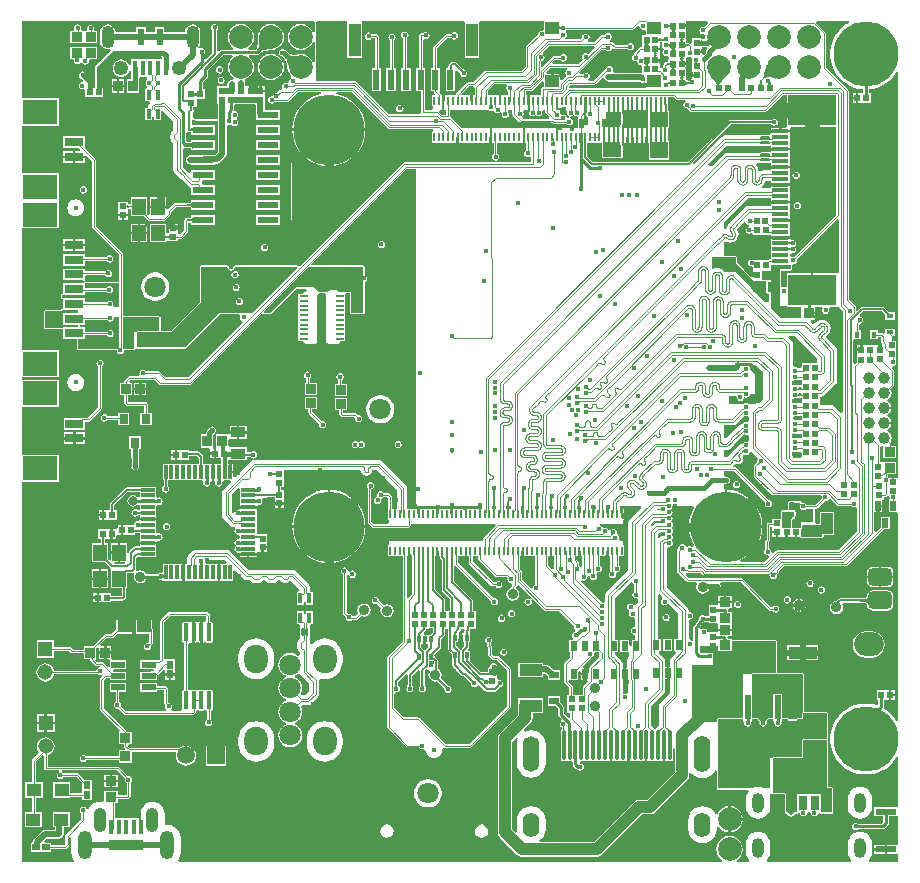
<source format=gbr>
%FSTAX23Y23*%
%MOIN*%
%SFA1B1*%

%IPPOS*%
%AMD15*
4,1,8,-0.007900,0.028700,-0.007900,-0.028700,-0.005900,-0.030700,0.005900,-0.030700,0.007900,-0.028700,0.007900,0.028700,0.005900,0.030700,-0.005900,0.030700,-0.007900,0.028700,0.0*
1,1,0.003937,-0.005900,0.028700*
1,1,0.003937,-0.005900,-0.028700*
1,1,0.003937,0.005900,-0.028700*
1,1,0.003937,0.005900,0.028700*
%
%AMD62*
4,1,8,-0.010800,0.015700,-0.010800,-0.015700,-0.010800,-0.015700,0.010800,-0.015700,0.010800,-0.015700,0.010800,0.015700,0.010800,0.015700,-0.010800,0.015700,-0.010800,0.015700,0.0*
1,1,0.000000,-0.010800,0.015700*
1,1,0.000000,-0.010800,-0.015700*
1,1,0.000000,0.010800,-0.015700*
1,1,0.000000,0.010800,0.015700*
%
%AMD100*
4,1,8,-0.039400,0.014800,-0.039400,-0.014800,-0.024600,-0.029500,0.024600,-0.029500,0.039400,-0.014800,0.039400,0.014800,0.024600,0.029500,-0.024600,0.029500,-0.039400,0.014800,0.0*
1,1,0.029528,-0.024600,0.014800*
1,1,0.029528,-0.024600,-0.014800*
1,1,0.029528,0.024600,-0.014800*
1,1,0.029528,0.024600,0.014800*
%
%ADD10C,0.010000*%
%ADD11C,0.004494*%
%ADD12C,0.004000*%
%ADD13R,0.031735X0.033788*%
%ADD14R,0.031496X0.035433*%
G04~CAMADD=15~8~0.0~0.0~614.2~157.5~19.7~0.0~15~0.0~0.0~0.0~0.0~0~0.0~0.0~0.0~0.0~0~0.0~0.0~0.0~90.0~158.0~614.0*
%ADD15D15*%
%ADD16R,0.045596X0.039848*%
%ADD17R,0.022538X0.026813*%
%ADD18R,0.026813X0.022538*%
%ADD19R,0.039370X0.110236*%
%ADD20R,0.023622X0.066929*%
%ADD21R,0.033788X0.031735*%
%ADD22R,0.032000X0.037000*%
%ADD23R,0.118110X0.082677*%
%ADD24R,0.062992X0.031496*%
%ADD25R,0.047244X0.021654*%
%ADD26R,0.015748X0.047244*%
%ADD27R,0.118110X0.035433*%
%ADD28R,0.049212X0.043307*%
%ADD29R,0.037000X0.032000*%
%ADD30R,0.035911X0.033808*%
%ADD31R,0.007874X0.027559*%
%ADD32R,0.027559X0.007874*%
%ADD33C,0.035000*%
%ADD34R,0.022000X0.024000*%
%ADD35R,0.015748X0.033465*%
%ADD36R,0.024000X0.022000*%
%ADD37R,0.045275X0.055118*%
%ADD38R,0.047244X0.011811*%
%ADD39R,0.011811X0.047244*%
%ADD40R,0.051181X0.035433*%
%ADD41R,0.070866X0.021654*%
%ADD42R,0.035433X0.045275*%
%ADD43R,0.031496X0.045275*%
%ADD44R,0.027559X0.045275*%
%ADD45R,0.024000X0.080000*%
%ADD46R,0.057087X0.045275*%
%ADD47R,0.094937X0.043811*%
%ADD48O,0.020000X0.010000*%
%ADD49O,0.035000X0.010000*%
%ADD50C,0.031496*%
%ADD51C,0.015748*%
%ADD52R,0.023622X0.053150*%
%ADD53R,0.015748X0.049212*%
%ADD54R,0.011811X0.021654*%
%ADD55O,0.011024X0.102362*%
%ADD56R,0.070866X0.023622*%
%ADD57R,0.047244X0.039370*%
%ADD58R,0.055118X0.011811*%
%ADD59R,0.161417X0.104330*%
%ADD60R,0.075000X0.039000*%
%ADD61R,0.023622X0.015748*%
G04~CAMADD=62~8~0.0~0.0~315.0~216.5~0.0~0.0~15~0.0~0.0~0.0~0.0~0~0.0~0.0~0.0~0.0~0~0.0~0.0~0.0~90.0~216.0~314.0*
%ADD62D62*%
%ADD63R,0.020472X0.032677*%
%ADD64O,0.010000X0.030000*%
%ADD65R,0.015748X0.023622*%
%ADD66C,0.070866*%
%ADD67R,0.032677X0.024803*%
%ADD68C,0.008000*%
%ADD69C,0.005000*%
%ADD70C,0.004600*%
%ADD71C,0.015000*%
%ADD72C,0.020000*%
%ADD73C,0.006000*%
%ADD74C,0.005905*%
%ADD75C,0.039370*%
%ADD76C,0.012000*%
%ADD77C,0.006116*%
%ADD78C,0.050000*%
%ADD79C,0.015748*%
%ADD80C,0.030000*%
%ADD81R,0.127000X0.094000*%
%ADD82O,0.047244X0.094488*%
%ADD83O,0.041339X0.082677*%
%ADD84C,0.059055*%
%ADD85R,0.059055X0.059055*%
%ADD86R,0.051496X0.051496*%
%ADD87C,0.051496*%
%ADD88O,0.078740X0.094488*%
%ADD89C,0.078740*%
%ADD90O,0.039370X0.066929*%
%ADD91C,0.236220*%
%ADD92C,0.216535*%
%ADD93O,0.043307X0.074803*%
%ADD94C,0.049212*%
%ADD95C,0.039370*%
%ADD96O,0.055118X0.118110*%
%ADD97O,0.055118X0.122047*%
%ADD98O,0.055118X0.082677*%
%ADD99C,0.070866*%
G04~CAMADD=100~8~0.0~0.0~590.6~787.4~147.6~0.0~15~0.0~0.0~0.0~0.0~0~0.0~0.0~0.0~0.0~0~0.0~0.0~0.0~90.0~788.0~591.0*
%ADD100D100*%
%ADD101O,0.098425X0.078740*%
%ADD102C,0.015748*%
%LNx98_carrier_v1r2_12082022_copper_signal_top-1*%
%LPD*%
G36*
X02301Y02813D02*
X02287Y02799D01*
X02285Y02799*
X0228Y02798*
X02276Y02796*
X02274Y02792*
X02273Y02787*
X02274Y02783*
X02276Y02779*
X0228Y02776*
X02285Y02775*
X02288Y02776*
X02292Y02773*
X02294Y02772*
X02293Y02764*
X02293Y02762*
X02288Y02757*
X02286Y02757*
X02283Y02758*
X02282Y02758*
X02281Y02758*
Y0276*
X02277Y0276*
X02276Y0276*
X02275Y0276*
X02249*
Y02745*
X02243Y02742*
X02243Y02743*
X02238Y02745*
X02234*
X02233Y02745*
X02231Y02745*
X02231Y02745*
X0223Y02745*
Y02755*
X0223*
Y02787*
Y02798*
X02226Y02798*
Y02799*
X02215*
Y02807*
X0223*
Y02819*
X02299*
X02301Y02813*
G37*
G36*
X02175Y02797D02*
X02175Y02798D01*
X02175Y02798*
X02174Y02799*
X02174Y02799*
X02173Y028*
X02172Y028*
X0217Y028*
X02169Y028*
X02166Y028*
Y02804*
X02167Y02804*
X0217Y02804*
X02172Y02805*
X02173Y02805*
X02174Y02805*
X02174Y02806*
X02175Y02806*
X02175Y02806*
X02175Y02807*
Y02797*
G37*
G36*
X01806Y02801D02*
X01807Y02801D01*
X01807Y028*
X01808Y02799*
X01809Y02799*
X01811Y02798*
X01813Y02798*
X01815Y02798*
X01817Y02798*
X0182Y02798*
Y02794*
X01817Y02794*
X01813Y02793*
X01811Y02793*
X01809Y02793*
X01808Y02792*
X01807Y02791*
X01807Y02791*
X01806Y0279*
X01806Y02789*
Y02802*
X01806Y02801*
G37*
G36*
X00991Y02815D02*
Y02781D01*
X00985Y0278*
X00982Y02786*
X00975Y02795*
X00966Y02802*
X00956Y02807*
X00944Y02808*
X00933Y02807*
X00923Y02802*
X00913Y02795*
X00907Y02786*
X00902Y02776*
X00901Y02764*
X00902Y02753*
X00907Y02743*
X00913Y02734*
X00923Y02727*
X00933Y02722*
X00944Y02721*
X00956Y02722*
X00966Y02727*
X00975Y02734*
X00982Y02743*
X00985Y02749*
X00991Y02748*
Y02681*
X00985Y0268*
X00982Y02686*
X00975Y02695*
X00966Y02702*
X00956Y02707*
X00944Y02708*
X00937Y02707*
X00936Y02707*
X00932Y02707*
X00927Y02706*
X00923Y02706*
X00919Y02706*
X00916Y02707*
X00913Y02707*
X0091Y02708*
X00907Y02709*
X00905Y02711*
X00903Y02713*
X00903Y02713*
X00903Y02713*
X00903Y02713*
X00903Y02713*
X00895Y02721*
X00891Y02723*
X00887Y02724*
X00886Y02724*
X00883Y02725*
X00879Y02724*
X00875Y02721*
X00872Y02717*
X00871Y02713*
X00872Y02708*
X00875Y02704*
X00879Y02701*
X00882Y02701*
X00888Y02694*
X00888Y02694*
X0089Y02692*
X00891Y0269*
X00893Y02688*
X00894Y02685*
X00896Y02681*
X00897Y02677*
X009Y02663*
X00901Y02657*
X00902Y02657*
X00902Y02653*
X00907Y02643*
X00913Y02634*
X00912Y0263*
X00911Y02628*
X00908Y02625*
X00905Y02621*
X00904Y02617*
X00905Y02614*
X009Y0261*
X00899Y02611*
X00894Y02612*
X0089Y02611*
X00886Y02608*
X00883Y02605*
X00882Y026*
X00883Y02596*
X00883Y02595*
X0088Y0259*
X00879*
X00878Y02589*
X00877Y0259*
X00873Y02588*
X00865Y02579*
X00862Y0258*
X00857Y02579*
X00854Y02576*
X00851Y02572*
X0085Y02568*
X00847Y02567*
X00847Y02567*
X00842Y02566*
X00838Y02564*
X00836Y0256*
X00835Y02555*
X00836Y02551*
X00838Y02547*
X00842Y02544*
X00847Y02543*
X00851Y02544*
X00855Y02547*
X00856Y02547*
X00897*
X00901Y02549*
X00934Y02582*
X01012*
X01013Y02576*
X01Y02573*
X00982Y02565*
X00966Y02555*
X00951Y02543*
X00939Y02528*
X00929Y02512*
X00922Y02494*
X00917Y02475*
X00916Y0246*
X01038*
X0116*
X01159Y02475*
X01155Y02494*
X01147Y02512*
X01137Y02528*
X01125Y02543*
X0111Y02555*
X01094Y02565*
X01076Y02573*
X01063Y02576*
X01064Y02582*
X01113*
X01235Y0246*
X0124Y02458*
X01384*
Y02449*
X01381*
Y02413*
X01463*
Y02431*
X01471*
Y02413*
X01573*
Y02431*
X01581*
Y02413*
X01587*
Y02375*
X01585Y02374*
X01582Y0237*
X01581Y02366*
X01582Y02361*
X01585Y02357*
X01589Y02354*
X01594Y02353*
X01598Y02354*
X01602Y02357*
X01605Y02361*
X01606Y02366*
X01605Y0237*
X01602Y02374*
X016Y02376*
Y02413*
X01684*
Y02431*
X01692*
Y02413*
X01696*
Y02388*
X01693Y02386*
X0169Y02382*
X01689Y02378*
X0169Y02373*
X01693Y02369*
X01697Y02366*
X01702Y02365*
X01706Y02366*
X01707Y02367*
X01713Y02364*
Y02347*
X01289*
X01284Y02345*
X00941Y02002*
X00938Y02002*
X00935Y02002*
X00934Y02002*
X00933Y02003*
X00933Y02003*
X00932*
X00931Y02004*
X00889*
X00725*
X00725Y02003*
X00724Y02003*
X00724Y02003*
X00723Y02003*
X00722Y02002*
X00722Y02002*
X00721Y02002*
X00721Y02001*
X00721Y02001*
X00721Y02*
X0072Y01999*
X00719Y01996*
X00718Y01993*
X00715Y01991*
X00712Y01991*
X00709Y01991*
X00707Y01993*
X00705Y01996*
X00704Y01999*
X00704Y02*
X00703Y02001*
X00703Y02002*
X00703Y02002*
X00703Y02002*
X00701Y02003*
X007Y02003*
X007Y02003*
X00699Y02004*
X00613*
X0061Y02002*
X00609Y01999*
Y01881*
X00557Y0183*
X00511Y01784*
X00477*
X00477Y0183*
X00476Y01833*
X00473Y01834*
X00351*
Y02043*
X00349Y02047*
X00261Y02135*
Y02355*
X00259Y02359*
X00228Y0239*
X00224Y02394*
Y02434*
X00153*
Y02394*
X00206*
X0021Y0239*
X00207Y02385*
X00192*
Y02369*
X00226*
X00229Y0237*
X00248Y02352*
Y02133*
X0025Y02128*
X00338Y0204*
Y01949*
X00229*
X00225Y01953*
X00224Y01955*
Y01967*
X00228Y01971*
X00293*
X00295Y01969*
X00299Y01966*
X00303Y01965*
X00308Y01966*
X00312Y01969*
X00314Y01973*
X00315Y01978*
X00314Y01982*
X00312Y01986*
X00308Y01989*
X00303Y0199*
X00299Y01989*
X00295Y01986*
X00293Y01984*
X00224*
Y01993*
X00153*
Y01954*
X00218*
X00218*
X00218*
X00219*
X0022Y01954*
X00221Y01948*
X00218Y01944*
X00153*
Y01915*
X00153Y01909*
X00148Y01909*
X00146Y01908*
X00145Y01907*
X00145Y01907*
X00145Y01907*
X00144Y01906*
X00144Y01904*
Y01895*
X00144Y01894*
X00145Y01892*
X00145Y01892*
X00145Y01892*
X00146Y01892*
X00148Y01891*
X00153Y01891*
X00153Y01885*
Y01865*
X00153Y0186*
X00148Y01859*
X00146Y01859*
X00145Y01858*
X00145Y01858*
X00145Y01858*
X00144Y01857*
X00144Y01855*
Y01854*
X00093*
X0009Y01853*
X00089Y0185*
Y01795*
X0009Y01792*
X00093Y0179*
X00153*
Y01757*
X00199*
Y01725*
X002Y01722*
X00203Y0172*
X0033*
X00331Y0172*
X00332Y01715*
X00335Y01711*
X00339Y01708*
X00343Y01707*
X00348Y01708*
X00352Y01711*
X00354Y01715*
X00355Y0172*
X00356Y0172*
X00388*
X00391Y01722*
X00391Y01722*
X00393Y01725*
X00398Y01725*
X00558*
X00561Y01727*
X00675Y0184*
X00739*
X00742Y01836*
X00743Y01834*
X00742Y01831*
X00743Y01826*
X00746Y01822*
X00749Y01819*
X0075Y01819*
X00752Y01813*
X0057Y01631*
X00493*
X00476Y01648*
X00472Y0165*
X00428*
X00427Y01652*
X00423Y01655*
X00419Y01656*
X00414Y01655*
X0041Y01652*
X00407Y01648*
X00406Y01644*
X00407Y01641*
X00403Y01635*
X00373*
X00368Y01633*
X00358Y01623*
X00356Y01619*
Y01612*
X00343*
Y01571*
X00356*
Y01545*
X00358Y0154*
X00361Y01538*
X00365Y01536*
X00422*
Y01513*
X00409*
Y0147*
X00448*
Y01513*
X00435*
Y0154*
X00433Y01545*
X00431Y01547*
X00426Y01549*
X00369*
Y01571*
X00383*
Y01612*
X00374*
X00372Y01618*
X00376Y01622*
X00456*
X00471Y01607*
X00475Y01605*
X00574*
X00578Y01607*
X00813Y01842*
X00819Y01842*
X0082Y01841*
X00821Y01841*
X00822*
X00822Y0184*
X00843*
X00846Y01842*
X00871Y01867*
X0093Y01925*
X00963*
X00964Y01919*
X00962Y01919*
X00957Y01916*
X00953Y01911*
X00953Y01909*
X00936*
Y01893*
Y01846*
Y01798*
Y01751*
X00953*
X00953Y01749*
X00957Y01744*
X00962Y01741*
X00968Y0174*
X00985*
X00991Y01741*
X00996Y01744*
X00999Y01749*
X01Y01755*
Y01763*
X00999Y01767*
X01Y01771*
Y01779*
X00999Y01783*
X01Y01787*
Y01795*
X00999Y01799*
X01Y01802*
Y0181*
X00999Y01814*
X01Y01818*
Y01826*
X00999Y0183*
X01Y01834*
Y01842*
X00999Y01846*
X01Y0185*
Y01858*
X00999Y01862*
X01Y01865*
Y01873*
X00999Y01877*
X01Y01881*
Y01889*
X00999Y01893*
X01Y01897*
Y01905*
X01Y01905*
X01001Y01906*
X01005Y0191*
X01025*
X01029Y01906*
X01029Y01905*
Y01897*
X01029Y01893*
X01029Y01889*
Y01881*
X01029Y01877*
X01029Y01873*
Y01865*
X01029Y01862*
X01029Y01858*
Y0185*
X01029Y01846*
X01029Y01842*
Y01834*
X01029Y0183*
X01029Y01826*
Y01818*
X01029Y01814*
X01029Y0181*
Y01802*
X01029Y01799*
X01029Y01795*
Y01787*
X01029Y01783*
X01029Y01779*
Y01771*
X01029Y01767*
X01029Y01763*
Y01755*
X0103Y01749*
X01033Y01744*
X01038Y01741*
X01044Y0174*
X01061*
X01067Y01741*
X01072Y01744*
X01075Y01749*
X01076Y01751*
X01093*
Y01767*
Y01814*
Y01861*
Y01909*
X01098Y0191*
X01109*
Y01845*
X0111Y01842*
X01113Y0184*
X01153*
X01156Y01842*
X01157Y01845*
X01157Y01948*
X01159Y01948*
X01163Y01951*
X01165Y01955*
X01166Y0196*
X01165Y01964*
X01163Y01968*
X01159Y01971*
X01157Y01971*
Y01999*
X01156Y02002*
X01153Y02004*
X00983*
X0098Y02009*
X01297Y02326*
X01329*
Y012*
X01549*
Y01192*
X01546*
Y0118*
X01545Y01178*
Y01174*
X01538*
Y01192*
X01499*
Y01174*
X01491*
Y01192*
X01451*
Y01174*
X01443*
Y01192*
X01404*
Y01174*
X01396*
Y01192*
X01341*
Y01174*
X01333*
Y01192*
X01299*
Y01262*
X01298Y01267*
X01295Y01271*
X01215Y01351*
X01211Y01354*
X01206Y01355*
X0079*
X00789Y01361*
X00791Y01361*
X00795Y01364*
X00797Y01368*
X00798Y01373*
X00797Y01377*
X00795Y01381*
X00791Y01384*
X00786Y01385*
X00782Y01384*
X00778Y01381*
X00777Y0138*
X00766*
Y01398*
X00707*
X00707*
X00702Y01401*
Y01422*
X00707Y01425*
X00708*
X00732*
Y01443*
X00705*
X00702Y01441*
X00701*
X00662*
Y01396*
X00662Y01395*
Y01376*
Y0136*
X0068*
Y01343*
X00655*
Y01315*
Y01288*
X00656*
X00657Y01286*
X0066Y01282*
X00659Y01279*
X0066Y01274*
X00663Y0127*
X00667Y01267*
X00671Y01266*
X00676Y01267*
X0068Y0127*
X00682Y01274*
X00683Y01279*
X00683Y01282*
X00685Y01286*
X00687Y01288*
X00709*
X00711Y01282*
X00685Y01256*
X00682Y01252*
X00681Y01247*
Y0117*
X00682Y01165*
X00685Y01161*
X00711Y01135*
X00715Y01132*
X0072Y01131*
X00723*
X00724Y0113*
X00726Y01125*
X00724Y01123*
X00723Y01118*
X00724Y01114*
X00727Y0111*
X00731Y01107*
X00735Y01106*
X00736Y01106*
X00742Y01102*
Y01096*
X00736Y01091*
X00735Y01091*
X00731Y0109*
X00727Y01088*
X00724Y01084*
X00723Y01079*
X00724Y01075*
X00727Y01071*
Y01067*
X00724Y01063*
X00723Y01059*
X00724Y01054*
X00727Y0105*
X00731Y01047*
X00735Y01046*
X00736Y01046*
X00739Y01044*
X00769*
X00797*
Y01044*
X00801Y01049*
X00813*
Y01064*
X00817*
Y01068*
X00833*
Y01078*
Y01108*
X00801*
X00797Y01112*
Y01128*
Y01168*
Y01193*
X00769*
X00741*
X00736Y01189*
X00735Y01189*
X00731Y01188*
X00727Y01186*
X00724Y01182*
X00724Y01181*
X00723Y0118*
X00718Y01178*
X00715Y01181*
Y01238*
X00736Y0126*
X00742Y01258*
Y01227*
Y01201*
X00769*
X00797*
X00803Y01205*
X00804Y01205*
X00809Y01206*
X00813Y01209*
X00815Y01213*
X00816Y01217*
X00815Y01222*
X00814Y01223*
X00817Y01229*
X00829*
X00832Y0123*
X00834Y01232*
X00835Y01232*
X00857*
Y01214*
X00873*
X00889*
Y01224*
Y01254*
X0088*
Y01264*
X00889*
Y01293*
Y01322*
X01143*
X01145Y01315*
X01149Y01308*
X01156Y01304*
X01163Y01302*
X01171Y01304*
X01177Y01308*
X01182Y01315*
X01183Y01322*
X01198*
X01265Y01254*
Y01192*
X01263*
Y01181*
X01262Y01178*
Y01174*
X01255*
Y01192*
X01249*
Y01231*
X01248Y01233*
X01247Y01236*
X01239Y01243*
X01237Y01245*
X01234Y01245*
X01222*
X0122Y01247*
X01216Y0125*
X01212Y01251*
X01207Y0125*
X01203Y01247*
X01201Y01244*
X012Y01239*
X012Y01238*
X01201Y01234*
X01196Y01231*
X01192Y01229*
X0119Y01225*
X01189Y0122*
X0119Y01215*
X01192Y01211*
X01196Y01209*
X01201Y01208*
X01206Y01209*
X0121Y01211*
X01212Y01215*
X01213Y0122*
X01213Y01221*
X01212Y01225*
X01216Y01228*
X0122Y0123*
X01222Y01233*
X01232*
X01236Y01228*
Y01192*
X01235*
Y01156*
X01239*
Y01148*
X01233Y01142*
X01188*
X0118Y01151*
Y01257*
X01182Y01258*
X01186Y0126*
X01189Y01264*
X0119Y01269*
X01189Y01274*
X01186Y01277*
X01182Y0128*
X01177Y01281*
X01173Y0128*
X01169Y01277*
X01166Y01274*
X01165Y01269*
X01166Y01264*
X01167Y01263*
X01167Y01262*
Y01148*
X01168Y01146*
X01169Y01143*
X01181Y01131*
X01183Y0113*
X01186Y01129*
X01303*
X01305Y0113*
X01307Y01131*
X0131Y01134*
X01312Y01136*
X01312Y01139*
Y01143*
X01592*
X01594Y01137*
X01553Y01096*
X01551Y01091*
Y01084*
X01239*
X01239Y01084*
Y01071*
X01235*
Y01035*
X01284*
Y00752*
X01235Y00703*
X01233Y00699*
Y00464*
X01235Y0046*
X01296Y00399*
X013Y00397*
X0134*
X01342Y00395*
X01346Y00392*
X0135Y00391*
X01354Y00392*
X01355Y00392*
X0136Y00389*
X01361Y00381*
X01364Y00374*
X01368Y00369*
X01374Y00364*
X01381Y00361*
X01388Y0036*
X01395Y00361*
X01402Y00364*
X01408Y00369*
X01412Y00374*
X01415Y00381*
X01416Y00389*
X01416Y00393*
X01418Y00395*
X01421Y00397*
X01425Y00395*
X01508*
X01512Y00397*
X01642Y00527*
X01644Y00531*
Y00658*
X01642Y00663*
X01604Y00701*
X01599Y00702*
X01587*
X01582Y00707*
Y00733*
X0158Y00738*
X01578Y00739*
X01579Y00746*
X01579Y00746*
X01582Y0075*
X01583Y00755*
X01582Y00759*
X01579Y00763*
X01575Y00766*
X01571Y00767*
X01566Y00766*
X01562Y00763*
X0156Y00759*
X01559Y00755*
X0156Y0075*
X01562Y00746*
X01564Y00745*
Y00738*
X01566Y00733*
X01569Y0073*
Y00704*
X01571Y007*
X01579Y00691*
X01584Y00689*
X01597*
X01631Y00655*
Y00534*
X01505Y00408*
X01428*
X01339Y00496*
X01335Y00498*
X01287*
X01255Y00529*
Y00576*
X01261Y0058*
X01263Y0058*
X01267Y00581*
X01271Y00583*
X01274Y00587*
X01275Y00592*
X01274Y00596*
X01271Y006*
X0127Y00602*
Y00616*
X01294Y0064*
X01295Y0064*
X01301Y00637*
Y00604*
X013Y00604*
X013Y00603*
X013Y00603*
X013Y00602*
X013Y00602*
X013Y00602*
X013Y00602*
X013Y00601*
X013Y00601*
X01299Y00601*
X01299Y006*
X01299Y006*
X01297Y00596*
X01296Y00592*
X01297Y00587*
X01299Y00583*
X01303Y00581*
X01308Y0058*
X01312Y00581*
X01316Y00583*
X01319Y00587*
X0132Y00592*
X01319Y00596*
X01317Y006*
X01316Y006*
X01316Y00601*
X01316Y00601*
X01316Y00601*
X01316Y00602*
X01315Y00602*
X01315Y00602*
X01315Y00602*
X01315Y00603*
X01315Y00603*
X01315Y00604*
X01315Y00604*
Y00634*
X01337Y00656*
X01338Y00656*
X01343Y00653*
Y00604*
X01342Y00604*
X01342Y00603*
X01342Y00603*
X01342Y00602*
X01342Y00602*
X01342Y00602*
X01342Y00602*
X01342Y00601*
X01342Y00601*
X01341Y00601*
X01341Y006*
X01341Y006*
X01339Y00596*
X01338Y00592*
X01339Y00587*
X01341Y00583*
X01345Y00581*
X0135Y0058*
X01354Y00581*
X01358Y00583*
X01361Y00587*
X01362Y00592*
X01361Y00596*
X01359Y006*
X01358Y006*
X01358Y00601*
X01358Y00601*
X01358Y00601*
X01358Y00602*
X01357Y00602*
X01357Y00602*
X01357Y00602*
X01357Y00603*
X01357Y00603*
X01357Y00604*
X01357Y00604*
Y00652*
X01363Y00658*
X01369Y00656*
Y00655*
X01371*
X01374Y00649*
X01372Y00646*
X0137Y00638*
X01372Y0063*
X01377Y00623*
X01384Y00618*
X01392Y00616*
X014Y00618*
X01422Y00595*
X01422Y00595*
X01422Y00595*
X01422Y00595*
X01422Y00595*
X01423Y00594*
X01423Y00594*
X01423Y00594*
X01423Y00593*
X01423Y00593*
X01423Y00593*
X01423Y00593*
X01423Y00593*
X01423Y00593*
X01423Y00592*
X01424Y00591*
X01423Y0059*
X01424Y00585*
X01427Y00581*
X01431Y00578*
X01435Y00577*
X0144Y00578*
X01444Y00581*
X01446Y00585*
X01447Y0059*
X01446Y00594*
X01444Y00598*
X0144Y00601*
X01439Y00601*
X01438Y00601*
X01438Y00601*
X01437Y00602*
X01437Y00602*
X01436Y00602*
X01436Y00602*
X01436Y00602*
X01435Y00603*
X01434Y00603*
X01434Y00604*
X01434Y00604*
X01411Y00627*
X01412Y0063*
X01414Y00638*
X01412Y00646*
X01408Y00654*
X01402Y00657*
Y00686*
X01401Y00689*
X014Y00691*
X01393Y00698*
X01391Y00699*
X01391Y00699*
X01389Y00706*
X01411Y00727*
X01412Y0073*
X01413Y00732*
X01413Y00733*
Y00757*
X01422Y00767*
X01424Y00769*
X01425Y00772*
Y00793*
X01436*
Y00723*
X01437Y00721*
X01438Y00718*
X01448Y00709*
Y00689*
X0145*
Y0067*
X01451Y00668*
X01452Y00665*
X01481Y00636*
X01484Y00635*
X01486Y00634*
X01489*
X01511Y00612*
X01511Y0061*
X01512Y00606*
X01514Y00602*
X01518Y00599*
X01523Y00598*
X01527Y00599*
X01531Y00602*
X01532Y00603*
X01539Y00605*
X01559Y00585*
X01561Y00584*
X01564Y00583*
X01592*
X01595Y00584*
X01597Y00585*
X01608Y00597*
X0161Y00598*
X01611Y00599*
X01615Y00601*
X01618Y00605*
X01619Y0061*
X01618Y00615*
X01615Y00618*
X01611Y00621*
X01607Y00622*
X01605Y00622*
X01599Y00626*
Y00662*
X01599Y00666*
X01599Y00668*
X01598Y00671*
X01595Y00675*
X01591Y00677*
X01587Y00678*
X01582Y00677*
X01578Y00675*
X01576Y00671*
X01575Y00666*
X0157Y00662*
X01567*
Y00647*
X01545*
X01508Y00683*
X01507Y00689*
Y00719*
X01503*
X01501Y00724*
X01502Y00726*
X01504Y00728*
X01505Y00731*
Y00748*
X01507*
Y00778*
X01507Y00784*
X01508Y00785*
X01508Y00787*
Y00793*
X01527*
Y00823*
Y00853*
X01518*
Y00885*
X01518Y00887*
X01516Y0089*
X01455Y00951*
Y01*
X01461Y01002*
X01578Y00885*
X01577Y00882*
X01578Y00878*
X01581Y00874*
X01585Y00871*
X01589Y0087*
X01594Y00871*
X01598Y00874*
X01601Y00878*
X01602Y00882*
X01601Y00887*
X01598Y00891*
X01594Y00894*
X01589Y00895*
X01587Y00894*
X0147Y01011*
Y01035*
X01491*
Y01053*
X01499*
Y01035*
X01504*
Y01014*
X01506Y01009*
X01579Y00936*
X01584Y00934*
X01594*
X01596Y00932*
X01599Y00929*
X01604Y00928*
X01609Y00929*
X01613Y00932*
X01615Y00936*
X01616Y0094*
X01615Y00945*
X01613Y00949*
X01609Y00952*
X01604Y00953*
X01599Y00952*
X01596Y00949*
X01594Y00947*
X01587*
X01517Y01017*
Y01035*
X01535*
Y01024*
X01537Y0102*
X01591Y00966*
X01596Y00964*
X01629*
X01634Y0096*
X01633Y00957*
X01634Y00953*
X01637Y00949*
X01641Y00946*
X01645Y00945*
X01648Y0094*
X01649Y00937*
X01647Y00935*
X01645Y00931*
Y00928*
X01643Y00927*
X01636Y00923*
X01631Y00916*
X01629Y00907*
X01631Y00899*
X01636Y00892*
X01643Y00887*
X01651Y00885*
X01659Y00887*
X01667Y00892*
X01671Y00899*
X01673Y00907*
X01671Y00916*
X01667Y00923*
X01663Y00925*
X01662Y00932*
X01664Y00934*
X01665Y00936*
X01671Y00938*
X01714Y00895*
X01711Y00891*
X01707Y00892*
X01707Y00892*
X01707Y00892*
X01703Y00893*
X01698Y00892*
X01694Y0089*
X01691Y00886*
X0169Y00881*
X01691Y00877*
X01694Y00873*
X01698Y0087*
X01703Y00869*
X01707Y0087*
X01711Y00873*
X01714Y00877*
X01715Y00881*
X01714Y00886*
X01714Y00886*
X01714Y00886*
X01712Y00889*
X01716Y00893*
X01755Y00854*
X0176Y00852*
X01805*
X01855Y00802*
X01855Y00801*
X01856Y00796*
X01859Y00792*
X0186Y00786*
X01857Y00782*
X01856Y00782*
X01852Y00779*
X0185Y00775*
X01849Y0077*
X0185Y00766*
X01852Y00762*
X01853Y00761*
X01851Y00755*
X0184*
Y00716*
X01842*
Y00699*
X01824Y00681*
X01822Y00676*
Y00616*
X01824Y00612*
X01839Y00597*
Y00572*
X01833*
Y00542*
Y00512*
X01843*
Y00496*
X01837Y00494*
X01821Y0051*
Y00531*
X0182Y00534*
X01818Y00537*
X01808Y00547*
Y00567*
X01768*
Y00534*
X01795*
X01802Y00527*
Y00506*
X01803Y00503*
X01805Y005*
X01815Y0049*
X01813Y00483*
X01812Y00482*
X01809Y00478*
X01808Y00474*
X01809Y00469*
X01812Y00465*
X01814Y00464*
Y00458*
X01812Y00455*
X01811Y00451*
Y00441*
X01811Y00441*
X01811Y00441*
Y0036*
X01812Y00356*
X01814Y00353*
X01817Y00351*
X01821Y0035*
X01825Y00351*
X01828Y00353*
X01834*
X01837Y00351*
X01841Y0035*
X01844Y00351*
X01845Y00351*
X01851Y00348*
Y0034*
X01852Y00336*
X01854Y00333*
X01861Y00326*
X01864Y00324*
X01866Y00324*
X01867Y00323*
X01871Y0032*
X01876Y00319*
X0188Y0032*
X01884Y00323*
X01887Y00327*
X01888Y00332*
X01887Y00336*
X01884Y0034*
X0188Y00343*
X01876Y00344*
X01875Y00346*
X0188Y0035*
X01884Y00351*
X01887Y00353*
X01893*
X01896Y00351*
X019Y0035*
X01903Y00351*
X01906Y00353*
X01912*
X01916Y00351*
X01919Y0035*
X01923Y00351*
X01926Y00353*
X01932*
X01935Y00351*
X01939Y0035*
X01943Y00351*
X01946Y00353*
X01952*
X01955Y00351*
X01959Y0035*
X01962Y00351*
X01965Y00353*
X01971*
X01974Y00351*
Y00405*
X01982*
Y00351*
X01985Y00353*
X01991*
X01994Y00351*
X01998Y0035*
X02002Y00351*
X02005Y00353*
X02011*
X02014Y00351*
X02018Y0035*
X02021Y00351*
X02025Y00353*
X02031*
X02033Y00351*
Y00405*
X02041*
Y00351*
X02044Y00353*
X0205*
X02053Y00351*
X02057Y0035*
X02061Y00351*
X02064Y00353*
X0207*
X02073Y00351*
X02077Y0035*
X0208Y00351*
X02084Y00353*
X0209*
X02092Y00351*
Y00405*
X021*
Y00351*
X02103Y00353*
X02109*
X02112Y00351*
X02116Y0035*
X0212Y00351*
X02123Y00353*
X02129*
X02132Y00351*
X02136Y0035*
X0214Y00351*
X02143Y00353*
X02149*
X02151Y00351*
Y00405*
X02159*
Y00351*
X02162Y00353*
X02168*
X02171Y00351*
X02175Y0035*
X02179Y00351*
X02182Y00353*
X02184Y00356*
X02185Y0036*
Y00395*
X02187Y00396*
X02192Y00393*
Y00315*
X02099Y00222*
X02073*
X02064Y0022*
X02056Y00215*
X01922Y00081*
X01742*
X0174Y00087*
X01746Y00092*
X01754Y00101*
X01759Y00113*
X01761Y00125*
Y00153*
X01759Y00165*
X01754Y00177*
X01746Y00187*
X01737Y00195*
X01725Y00199*
X01713Y00201*
X017Y00199*
X01689Y00195*
X01679Y00187*
X01671Y00177*
X01666Y00165*
X01665Y00153*
Y00125*
X01666Y00115*
X0166Y00113*
X01649Y00124*
Y00416*
X01665Y00432*
X0167Y00429*
X01666Y00419*
X01665Y00407*
Y00344*
X01666Y00332*
X01671Y0032*
X01679Y0031*
X01689Y00302*
X017Y00298*
X01713Y00296*
X01725Y00298*
X01737Y00302*
X01746Y0031*
X01754Y0032*
X01759Y00332*
X01761Y00344*
Y00407*
X01759Y00419*
X01754Y00431*
X01746Y00441*
X01737Y00449*
X01725Y00453*
X01713Y00455*
X017Y00453*
X01691Y00449*
X01687Y00455*
X0171Y00477*
X01716Y00485*
X01717Y00494*
Y00513*
X01753*
Y0056*
X01714*
X01711Y0056*
X01693*
X0169Y0056*
X0167*
Y00538*
X01669Y00536*
Y00504*
X01608Y00444*
X01603Y00436*
X01601Y00427*
Y00114*
X01603Y00104*
X01608Y00096*
X01665Y00039*
X01673Y00034*
X01682Y00032*
X01932*
X01941Y00034*
X01949Y00039*
X02083Y00174*
X02109*
X02118Y00175*
X02126Y00181*
X02233Y00288*
X02239Y00296*
X0224Y00305*
Y0031*
X02246Y00312*
X0225Y00308*
X02259Y003*
X02271Y00296*
X02283Y00294*
X02296Y00296*
X02307Y003*
X02317Y00308*
X02325Y00318*
X02326Y0032*
X02332Y00319*
Y0026*
X02333Y00257*
X02336Y00256*
X02434*
X02437Y0025*
X02434Y00246*
X0243Y00236*
X02428Y00226*
Y00198*
X0243Y00188*
X02434Y00178*
X0244Y0017*
X02448Y00164*
X02458Y0016*
X02468Y00158*
X02479Y0016*
X02488Y00164*
X02497Y0017*
X02503Y00178*
X02504Y00181*
X02508Y00185*
Y0024*
X02559*
Y0018*
X0256Y00177*
X02563Y00176*
X02565*
X02566Y00175*
X02569Y0017*
X02573Y00167*
X02579Y00166*
X02584Y00167*
X02589Y0017*
X02592Y00175*
X02592Y00176*
X02599*
X02602Y00177*
X02603Y00179*
X02604Y00179*
X02609Y00178*
X02609Y00175*
X02612Y00171*
X02616Y00168*
X0262Y00167*
X02625Y00168*
X02629Y00171*
X02632Y00175*
X02633Y00179*
X02637Y00183*
X0264Y00183*
X02644Y00179*
X02645Y00175*
X02648Y00171*
X02652Y00168*
X02656Y00167*
X02661Y00168*
X02665Y00171*
X02668Y00175*
X02674Y00178*
X02675Y00178*
X02676Y00177*
X02679Y00176*
X02714*
X02717Y00177*
X02719Y0018*
Y0026*
X02717Y00263*
X02714Y00265*
X02703*
Y0042*
X02702Y00423*
X02703Y00425*
Y0051*
X02702Y00513*
X02699Y00515*
X02623*
Y0064*
X02622Y00643*
X02619Y00645*
X02533*
Y0075*
X02532Y00753*
X02529Y00755*
X02381*
Y00758*
X02373*
X02368Y0076*
X02367Y00762*
X02367Y00762*
X02367Y00762*
X02366Y00764*
X02369Y00769*
X02381*
Y00785*
X02359*
X02336*
X02336Y0078*
X02305*
X02303Y00781*
X02299Y00784*
X02298Y00786*
X02296Y0079*
X02292Y00793*
X02287Y00794*
X02283Y00793*
X02281Y00792*
X02275Y00793*
X02274Y00794*
X02273Y00796*
X02286Y00814*
X02289Y00814*
X02292Y00816*
X02304*
Y00811*
X02331*
X02336Y00809*
X02336Y00805*
Y00793*
X02359*
X02381*
Y00809*
X02381Y00809*
X02381*
Y00849*
X02368*
X02368Y00855*
X02373Y00861*
X02381*
Y00877*
X02359*
X02336*
Y00876*
X02336Y0087*
X02304*
Y00835*
X02292*
X02289Y00837*
X02284Y00838*
X0228Y00837*
X02276Y00834*
X02273Y0083*
X02272Y00826*
X02257Y00803*
X02256Y00802*
X02254Y008*
X02253Y00792*
X02253*
Y00756*
X02247Y00753*
X02247Y00753*
X02242Y00754*
X02237Y0076*
Y00821*
X02241Y00824*
X02246Y00825*
X0225Y00827*
X02252Y00831*
X02253Y00836*
X02252Y0084*
X0225Y00844*
X02246Y00847*
X02241Y00848*
X02237Y00851*
Y00854*
X02236Y00858*
X02234Y00862*
X02178Y00918*
X02165Y00931*
Y01061*
X02169Y01066*
X02172*
X02177Y01067*
X02181Y0107*
X02184Y01074*
X02185Y01078*
X02184Y01083*
X02183Y01084*
X02182Y01088*
X02183Y01093*
X02184Y01094*
X02185Y01098*
X02184Y01103*
X02183Y01104*
X02182Y01109*
X02183Y01113*
X02184Y01114*
X02185Y01119*
X02184Y01124*
X02181Y01128*
Y01131*
X02184Y01135*
X02185Y01139*
X02184Y01144*
X02181Y01148*
X0218Y01149*
Y01152*
X02183Y01156*
X02184Y0116*
X02183Y01165*
X0218Y01169*
Y01172*
X02183Y01176*
X02184Y0118*
X02183Y01185*
X0218Y01189*
X0218Y01189*
Y01192*
X02182Y01196*
X02183Y012*
X02253*
X02256Y01195*
X02252Y01189*
X02244Y01171*
X0224Y01152*
X02239Y01137*
X02357*
Y01257*
X02354Y0126*
X02354Y01276*
X02362*
X02363Y01276*
X02368Y01277*
X02372Y01279*
X02375Y01283*
X02376Y01288*
X02375Y01292*
X02372Y01296*
X02368Y01299*
X02363Y013*
X02362Y01299*
X02358*
X02354Y01304*
X02354Y01317*
X0239*
X02493Y01215*
X02492Y01214*
X02491Y01209*
X02492Y01204*
X02495Y012*
X02499Y01198*
X02503Y01197*
X02508Y01198*
X02512Y012*
X02514Y01204*
X02515Y01209*
X02514Y01214*
X02512Y01218*
X02508Y0122*
X02505Y01221*
X02397Y01328*
X02392Y0133*
X02388*
X02385Y01336*
X02391Y01342*
X02393Y01341*
X024Y0134*
X02408Y01341*
X02414Y01345*
X02414*
X02418Y01352*
X0242Y01359*
X02418Y01366*
X02417Y01368*
X02423Y01374*
X02426Y01373*
X0243Y01372*
X02435Y01373*
X02439Y01376*
X02442Y0138*
X02448Y01381*
X02469Y01361*
X02468Y01359*
X02466Y01355*
X02465Y0135*
X02465Y01348*
X02456Y01338*
X02454Y01334*
Y01303*
X02456Y01299*
X02516Y01239*
X0252Y01237*
X02677*
X02681Y01231*
X02681Y0123*
X02682Y01227*
X02661Y01206*
X02629*
X02628Y01208*
X02624Y01211*
X02619Y01212*
X02615Y01211*
X02614Y01214*
X02613Y01215*
X02612Y01216*
X02612Y01217*
X02611Y01217*
X0261Y01217*
X02609Y01218*
X02587*
X02587Y01218*
X02582Y01219*
X02578Y01218*
X02577Y01218*
X02573*
X0257Y01216*
X02569Y01213*
Y01188*
X02568Y01188*
X02548*
X02545Y01186*
X02544Y01183*
Y01159*
X02516*
Y01146*
X02503*
X02499Y01144*
X02497Y0114*
Y01091*
X02495Y01089*
X02493Y01084*
Y01057*
X0249Y01053*
X02489Y01049*
X0249Y01044*
X02493Y0104*
X02497Y01037*
X02501Y01036*
X02503Y01037*
X02506Y01031*
X0249Y01016*
X02412*
X0241Y01022*
X02416Y01024*
X02433Y01034*
X02447Y01047*
X0246Y01061*
X0247Y01078*
X02477Y01095*
X02482Y01114*
X02483Y01129*
X02361*
X02239*
X0224Y01114*
X02244Y01095*
X02252Y01078*
X02255Y01072*
X02252Y01065*
X02251Y01065*
X02249Y01065*
X02245Y01067*
X02241Y01068*
X02236Y01067*
X02233Y01065*
X02229Y01066*
X02227Y01067*
X02226Y01068*
X02224Y01072*
X0222Y01074*
X02215Y01075*
X02211Y01074*
X02207Y01072*
X02204Y01068*
X02203Y01063*
X02204Y01061*
X022Y01057*
X02198Y01052*
Y00985*
X022Y00981*
X0223Y0095*
X02235Y00948*
X02263*
X02266Y00942*
X02264Y0094*
X02263Y00931*
X02264Y00923*
X02269Y00916*
X02276Y00911*
X02285Y00909*
X02293Y00911*
X023Y00916*
X02305Y00923*
X02305Y00924*
X02307Y00924*
X02307Y00925*
X0233*
X02331Y00924*
X02336Y00925*
X0234Y00928*
X02343Y00932*
X02344Y00936*
X02343Y00941*
X02342Y00942*
X02345Y00948*
X02411*
X02506Y00854*
X0251Y00852*
X02517*
X02519Y0085*
X02523Y00847*
X02527Y00846*
X02532Y00847*
X02536Y0085*
X02538Y00854*
X02539Y00858*
X02538Y00863*
X02536Y00867*
X02532Y00869*
X02527Y0087*
X02523Y00869*
X02519Y00867*
X02518Y00866*
X02512Y00866*
X02418Y00959*
X02414Y00961*
X02238*
X02227Y00972*
X02228Y00979*
X02231Y0098*
X02231Y0098*
X02235Y00978*
X02279*
X02285Y00972*
X0229Y0097*
X02505*
X02508Y00968*
X02508Y00966*
X02511Y00962*
X02515Y00959*
X02519Y00959*
X02524Y00959*
X02528Y00962*
X02531Y00966*
X02532Y00971*
X02531Y00973*
X02535Y00977*
X02537Y00982*
Y00984*
X02554Y01002*
X02762*
X02767Y01003*
X02887Y01124*
X02907*
Y01165*
X02878*
Y01133*
X02861Y01116*
X02855Y01118*
Y01182*
X02863*
Y01202*
X02867*
Y01206*
X02882*
Y01223*
X02888Y01223*
X02888*
Y01231*
X02892*
X02897Y01233*
X02898Y01234*
X02902Y01236*
X02907Y01232*
X02907Y01229*
X02907Y01228*
X02904Y01223*
Y01182*
X02933*
X02936Y01177*
Y00485*
X0293Y00484*
X02926Y0049*
X02917Y00503*
X02906Y00514*
X02894Y00523*
X02889Y00526*
X02888Y00529*
X02889Y00532*
Y00555*
X02905*
Y00571*
Y00587*
X02865*
Y00555*
X0287*
Y00541*
X02869Y00539*
X02864Y00537*
X02851Y00541*
X02836Y00543*
X0282*
X02805Y00541*
X0279Y00537*
X02776Y00531*
X02762Y00523*
X0275Y00514*
X02739Y00503*
X0273Y0049*
X02722Y00477*
X02716Y00463*
X02712Y00448*
X0271Y00432*
Y00417*
X02712Y00402*
X02716Y00387*
X02722Y00372*
X0273Y00359*
X02739Y00347*
X0275Y00336*
X02762Y00326*
X02776Y00319*
X0279Y00313*
X02805Y00309*
X0282Y00307*
X02836*
X02851Y00309*
X02866Y00313*
X0288Y00319*
X02894Y00326*
X02906Y00336*
X02917Y00347*
X02926Y00359*
X0293Y00366*
X02936Y00364*
Y00203*
X02935Y00197*
X0293*
X02856*
Y00168*
X02886*
Y00148*
X0288Y00143*
X02802*
X02799Y00145*
X02794Y00146*
X0279Y00145*
X02786Y00142*
X02783Y00138*
X02782Y00134*
X02783Y00129*
X02786Y00125*
X0279Y00122*
X02794Y00121*
X02799Y00122*
X02802Y00124*
X02884*
X02888Y00125*
X02891Y00127*
X02902Y00138*
X02904Y00141*
X02904Y00145*
Y00168*
X02935*
X02936Y00162*
Y00077*
X02935Y00071*
X0293*
X02899*
Y00057*
Y00042*
X0293*
X02935*
X02936Y00036*
Y00015*
X02839*
X02838Y00021*
X02843Y00029*
X02847Y00038*
X02849Y00049*
Y00076*
X02847Y00087*
X02843Y00096*
X02837Y00105*
X02829Y00111*
X02819Y00115*
X02809Y00116*
X02798Y00115*
X02789Y00111*
X0278Y00105*
X02774Y00096*
X0277Y00087*
X02769Y00076*
Y00049*
X0277Y00038*
X02774Y00029*
X0278Y00021*
X02778Y00015*
X02499*
X02498Y00021*
X02503Y00029*
X02507Y00038*
X02508Y00049*
Y00076*
X02507Y00086*
X02503Y00096*
X02497Y00104*
X02488Y00111*
X02479Y00115*
X02468Y00116*
X02458Y00115*
X02448Y00111*
X0244Y00104*
X02434Y00096*
X0243Y00086*
X02428Y00076*
Y00049*
X0243Y00038*
X02434Y00029*
X02439Y00021*
X02438Y00015*
X024*
X02398Y00021*
X02405Y00026*
X02412Y00035*
X02416Y00046*
X02418Y00057*
X02416Y00069*
X02412Y00079*
X02405Y00088*
X02396Y00095*
X02385Y001*
X02374Y00101*
X02363Y001*
X02352Y00095*
X02343Y00088*
X02336Y00079*
X02332Y00069*
X0233Y00057*
X02332Y00046*
X02336Y00035*
X02343Y00026*
X0235Y00021*
X02347Y00015*
X00538*
X00535Y00021*
X00538Y00026*
X00543Y00036*
X00544Y00048*
Y00095*
X00543Y00107*
X00538Y00117*
X00531Y00126*
X00522Y00133*
X00511Y00138*
X005Y00139*
X00495Y00139*
X00491Y00142*
Y00175*
X00489Y00185*
X00485Y00195*
X00479Y00204*
X0047Y0021*
X0046Y00214*
X0045Y00216*
X00439Y00214*
X00429Y0021*
X00421Y00204*
X00414Y00195*
X0041Y00185*
X00409Y00175*
Y0016*
X00402*
X004*
X00376*
X00374*
X0035*
X00349*
X00325*
X00324Y00166*
Y00213*
X00334*
Y00226*
X00367*
X00372Y00228*
X00375Y00231*
X00377Y00236*
Y00279*
X00379Y0028*
X00381Y00284*
X00382Y00289*
X00381Y00293*
X00379Y00297*
X00375Y003*
X0037Y00301*
X00369Y003*
X00339Y00331*
X00334Y00333*
X00101*
Y00371*
X00102Y00372*
X00109Y00375*
X00115Y00379*
X0012Y00385*
X00123Y00393*
X00124Y00401*
X00123Y00408*
X0012Y00416*
X00115Y00422*
X00109Y00426*
X00102Y00429*
X00094Y00431*
X00086Y00429*
X00079Y00426*
X00073Y00422*
X00068Y00416*
X00065Y00408*
X00064Y00401*
X00065Y00393*
X00068Y00385*
X00073Y0038*
X0005Y00358*
X00048Y00353*
Y0028*
X00026*
Y00229*
X00048*
Y00181*
X00024*
Y0013*
X00082*
Y00181*
X00061*
Y00229*
X00084*
Y0028*
X00061*
Y0035*
X00082Y00371*
X00088Y00368*
Y00329*
X0009Y00324*
X00092Y00322*
X00097Y0032*
X00137*
X00137Y00319*
X00138Y00314*
X00135Y00312*
X00132Y00308*
X00131Y00304*
X00132Y00299*
X00135Y00295*
X00139Y00292*
X00143Y00291*
X00148Y00292*
X00152Y00295*
X00153Y00297*
X00197*
X00216Y00279*
X00216Y00278*
Y00244*
X00176*
Y0028*
X00119*
Y00229*
X00176*
Y00231*
X00216*
Y00222*
X00247*
Y00254*
Y00289*
X00223*
X00223Y00289*
X00204Y00308*
X002Y0031*
X00153*
X00152Y00312*
X00149Y00314*
X0015Y00319*
X0015Y0032*
X00332*
X00359Y00293*
X00358Y00289*
X00359Y00284*
X00362Y0028*
X00364Y00279*
Y00239*
X00334*
Y00253*
X00289*
Y00219*
X00283Y00215*
X00275Y00216*
X00264Y00214*
X00254Y0021*
X00246Y00204*
X00239Y00195*
X00237Y0019*
X00231Y00191*
X0023Y00193*
X00228Y00197*
X00224Y00199*
X00219Y002*
X00214Y00199*
X00211Y00197*
X00208Y00193*
X00207Y00188*
X00208Y00183*
X00211Y00179*
X00213Y00178*
Y00158*
X00162Y00107*
X0016Y00103*
Y00076*
X00154Y0007*
X00111*
Y00079*
X00092*
X00089Y00084*
X00098Y00093*
X00139*
X00145Y00094*
X00149Y00097*
X00152Y00102*
X00154Y00108*
Y0013*
X00174*
Y00181*
X00117*
Y0013*
X00125*
Y00122*
X00092*
X00087Y00121*
X00082Y00118*
X00054Y0009*
X00051Y00085*
X0005Y0008*
X00044Y00079*
X00044*
Y00048*
X00111*
Y00057*
X00157*
X00161Y00059*
X00171Y00069*
X00173Y00074*
Y00097*
X00175Y00098*
X0018Y00095*
X0018Y00095*
Y00048*
X00182Y00036*
X00186Y00026*
X0019Y00021*
X00187Y00015*
X00015*
Y01281*
X00139*
Y01372*
X00015*
Y01531*
X00139*
Y01622*
X00015*
Y01631*
X00137*
Y01722*
X00015*
Y02127*
X00137*
Y02218*
Y02219*
Y0231*
X00015*
Y02469*
X00137*
Y0256*
X00015*
Y02819*
X00987*
X00991Y02815*
G37*
G36*
X02189Y02798D02*
X02189Y02792D01*
X02189Y02791*
X02197*
X02195Y02791*
X02194Y0279*
X02192Y02789*
X02191Y02788*
X02191Y02787*
X02191Y02786*
X02192Y02784*
X02193Y02783*
X02195Y02783*
X02196Y02783*
X0219*
X02189Y02781*
X02189Y02778*
X02189Y02775*
X02189Y02771*
X02185*
X02184Y02775*
X02184Y02781*
X02183Y02783*
X02177*
X02178Y02783*
X0218Y02783*
X02181Y02784*
X02182Y02786*
X02182Y02787*
X02182Y02788*
X02181Y02789*
X02179Y0279*
X02178Y02791*
X02177Y02791*
X02184*
X02184Y02792*
X02184Y02795*
X02184Y02798*
X02185Y02802*
X02189*
X02189Y02798*
G37*
G36*
X02137Y02764D02*
X02138Y02763D01*
X02139Y02762*
X0214Y02761*
X02142Y0276*
X02144Y0276*
X02146Y02759*
X02149Y02759*
X02152Y02759*
X02156Y02759*
Y02754*
X02152Y02754*
X02146Y02753*
X02144Y02753*
X02142Y02752*
X0214Y02751*
X02139Y0275*
X02138Y02749*
X02137Y02748*
X02137Y02747*
Y02766*
X02137Y02764*
G37*
G36*
X02217Y02767D02*
X02218Y02761D01*
X02218Y02759*
X02225*
X02224Y02759*
X02222Y02758*
X02221Y02757*
X0222Y02756*
X0222Y02755*
X0222Y02754*
X02221Y02753*
X02222Y02752*
X02224Y02751*
X02225Y02751*
X02218*
X02218Y02749*
X02218Y02746*
X02217Y02743*
X02217Y02739*
X02213*
X02213Y02743*
X02213Y02749*
X02212Y02751*
X02205*
X02207Y02751*
X02208Y02752*
X02209Y02753*
X0221Y02754*
X02211Y02755*
X0221Y02756*
X02209Y02757*
X02208Y02758*
X02207Y02759*
X02205Y02759*
X02212*
X02213Y02761*
X02213Y02764*
X02213Y02767*
X02213Y02771*
X02217*
X02217Y02767*
G37*
G36*
X02277Y02755D02*
X02278Y02755D01*
X02279Y02754*
X02281Y02754*
X02283Y02753*
X02285Y02753*
X02292Y02753*
X023Y02752*
Y02737*
X02295Y02737*
X02283Y02737*
X02281Y02736*
X02279Y02736*
X02278Y02735*
X02277Y02735*
X02277Y02734*
Y02756*
X02277Y02755*
G37*
G36*
X02226Y02743D02*
X02227Y02743D01*
X02227Y02742*
X02228Y02741*
X02229Y02741*
X0223Y02741*
X02232Y0274*
X02234Y0274*
X02238Y0274*
Y02736*
X02236Y02736*
X02232Y02736*
X0223Y02735*
X02229Y02735*
X02228Y02735*
X02227Y02734*
X02227Y02733*
X02226Y02733*
X02226Y02732*
Y02744*
X02226Y02743*
G37*
G36*
X02175Y02731D02*
X02175Y02732D01*
X02174Y02732*
X02174Y02733*
X02173Y02734*
X02171Y02734*
X0217Y02735*
X02168Y02735*
X02166Y02735*
X02164Y02736*
X02161Y02736*
Y0274*
X02164Y0274*
X02168Y0274*
X0217Y0274*
X02171Y02741*
X02173Y02741*
X02174Y02742*
X02174Y02743*
X02175Y02744*
X02175Y02745*
Y02731*
G37*
G36*
X02099Y02752D02*
X02099Y02746D01*
X021Y02744*
X02107*
X02105Y02744*
X02104Y02744*
X02103Y02743*
X02102Y02741*
X02101Y0274*
X02102Y0274*
X02103Y02738*
X02104Y02737*
X02105Y02737*
X02107Y02736*
X021*
X02099Y02735*
X02099Y02732*
X02099Y02728*
X02099Y02724*
X02095*
X02095Y02728*
X02094Y02735*
X02094Y02736*
X02087*
X02088Y02737*
X0209Y02737*
X02091Y02738*
X02092Y0274*
X02092Y0274*
X02092Y02741*
X02091Y02743*
X0209Y02744*
X02088Y02744*
X02087Y02744*
X02094*
X02094Y02746*
X02094Y02749*
X02095Y02752*
X02095Y02756*
X02099*
X02099Y02752*
G37*
G36*
X02073Y02802D02*
X02073Y02801D01*
X02074Y02797*
X02077Y02793*
X02081Y0279*
X02086Y02789*
X02088Y0279*
X02094Y02786*
Y02772*
X02082*
Y02731*
X02081Y0273*
X0208Y0273*
X02079Y0273*
X02076*
X02071Y02728*
X02056Y02713*
X02054Y02709*
Y02706*
X02052Y02705*
X02049Y02701*
X02048Y02696*
X02049Y02691*
X02052Y02687*
X02056Y02685*
X02061Y02684*
X02065Y02684*
X02067Y0268*
X02069Y02676*
X02073Y02673*
X02078Y02672*
X02082Y02669*
Y02646*
X0208Y02645*
X0208*
X01987*
X01984Y02651*
X01985Y02651*
X01985Y02656*
X01985Y02661*
X01982Y02665*
X01978Y02667*
X01973Y02668*
X01969Y02667*
X01965Y02665*
X01962Y02661*
X01962Y02659*
X0196Y02658*
X0192Y02619*
X01905*
X01903Y02625*
X01905Y02626*
X01907Y0263*
X01908Y02635*
X01907Y02639*
X01905Y02643*
X01901Y02646*
X01896Y02647*
X01892Y02646*
X01888Y02643*
X01886Y02641*
X01874*
X01872Y02647*
X01947Y02722*
X0196*
X01961Y0272*
X01965Y02718*
X0197Y02717*
X01975Y02718*
X01979Y0272*
X0198Y02723*
X01984Y02725*
X01987Y02725*
X01991Y02724*
X02036*
X02039Y02722*
X02043Y02721*
X02048Y02722*
X02052Y02724*
X02055Y02728*
X02055Y02733*
X02055Y02738*
X02052Y02742*
X02048Y02744*
X02043Y02745*
X02039Y02744*
X02035Y02742*
X02032Y02738*
X02032Y02737*
X01994*
X01983Y02747*
X01978Y02749*
X01975*
X01974Y02752*
X01974Y02755*
X01977Y02757*
X0198Y02761*
X01981Y02766*
X0198Y02771*
X01977Y02774*
X01973Y02777*
X01969Y02778*
X01964Y02777*
X0196Y02774*
X01959Y02773*
X01948*
X01944Y02771*
X01922Y02749*
X01902*
X01901Y02755*
X01903Y02756*
X01906Y0276*
X01907Y02765*
X01906Y0277*
X01903Y02773*
X01899Y02776*
X01894Y02777*
X0189Y02776*
X01886Y02773*
X01883Y0277*
X01882Y02765*
X01882Y02764*
X01875Y02757*
X01826*
X01825Y0276*
X01825Y02763*
X01828Y02765*
X01831Y02769*
X01832Y02773*
X01831Y02778*
X01828Y02782*
X01828Y02782*
X01829Y02789*
X01829Y02789*
X0205*
X02055Y02791*
X02068Y02804*
X02073Y02802*
G37*
G36*
X023Y02727D02*
X02297Y02725D01*
X02295Y02721*
X02294Y02716*
Y02712*
X02287Y02705*
X02281Y02708*
Y02711*
X02265*
Y02719*
X02277*
Y02721*
X02277Y02721*
X02277Y0272*
X02278Y0272*
X02278Y02719*
X02278Y02719*
X02281*
Y02732*
X02282Y02732*
X02283Y02732*
X02296Y02733*
X02297Y02733*
X023Y02727*
G37*
G36*
X02086Y02719D02*
X02086Y02719D01*
X02085Y0272*
X02085Y0272*
X02084Y02721*
X02083Y02721*
X02082Y02721*
X02081Y02721*
X02079Y02722*
X02076Y02722*
Y02726*
X02078Y02726*
X02081Y02726*
X02082Y02726*
X02083Y02726*
X02084Y02727*
X02085Y02727*
X02085Y02728*
X02086Y02728*
X02086Y02729*
Y02719*
G37*
G36*
X02188Y02734D02*
X02189Y02728D01*
X02189Y02727*
X02196*
X02194Y02727*
X02193Y02727*
X02192Y02726*
X02191Y02724*
X0219Y02723*
X02191Y02722*
X02192Y02721*
X02193Y0272*
X02194Y0272*
X02195Y02719*
X02189*
X02189Y02718*
X02189Y02715*
X02188Y02712*
X02188Y02708*
X02184*
X02184Y02712*
X02184Y02718*
X02183Y02719*
X02177*
X02179Y0272*
X0218Y0272*
X02181Y02721*
X02182Y02722*
X02182Y02723*
X02182Y02724*
X02181Y02726*
X02179Y02727*
X02178Y02727*
X02177Y02727*
X02183*
X02184Y02728*
X02184Y02731*
X02184Y02734*
X02184Y02738*
X02188*
X02188Y02734*
G37*
G36*
X01925Y02731D02*
X01926Y0273D01*
X01903Y02707*
X01902Y02707*
X01898Y0271*
X01894Y02711*
X01889Y0271*
X01885Y02707*
X01882Y02703*
X01882Y02699*
X01882Y02694*
X01885Y0269*
X01885Y0269*
X0187Y02675*
X01785*
X01783Y0268*
X01791Y02689*
X0181*
X01812Y02687*
X01816Y02684*
X0182Y02683*
X01825Y02684*
X01829Y02687*
X01832Y02691*
X01833Y02695*
X01832Y027*
X01829Y02704*
X01825Y02707*
X0182Y02707*
X01816Y02707*
X01812Y02704*
X0181Y02702*
X01789*
X01784Y027*
X01749Y02665*
X01744Y02667*
Y02683*
X01745Y02685*
X01749Y02686*
X01753Y02688*
X01756Y02692*
X01757Y02697*
X01756Y02702*
X01753Y02705*
X01752Y02706*
X01751Y02713*
X01773Y02736*
X01923*
X01925Y02731*
G37*
G36*
X01755Y0279D02*
X01749Y02786D01*
X01747Y02787*
X01742Y02786*
X01738Y02783*
X01736Y02779*
X01735Y02774*
X01735Y02773*
X01696Y02734*
X01694Y0273*
Y02667*
X0168Y02653*
X01562*
X01557Y02651*
X01519Y02614*
X01502*
X01497Y02612*
X01463Y02577*
X01461Y02572*
Y0257*
X01424*
Y02552*
X01416*
Y0257*
X01411*
Y02573*
X01409Y02577*
X01407Y0258*
X01409Y02585*
X01409*
Y0266*
X01398*
Y02729*
X01431Y02762*
X01446*
X01447Y0276*
X01451Y02757*
X01456Y02756*
X0146Y02757*
X01464Y0276*
X01467Y02764*
X01468Y02769*
X01467Y02773*
X01464Y02777*
X0146Y0278*
X01456Y02781*
X01451Y0278*
X01447Y02777*
X01446Y02775*
X01429*
X01424Y02773*
X01387Y02736*
X01385Y02732*
Y0266*
X01378*
Y02585*
X01387*
Y02584*
X01389Y02579*
X01392Y02576*
X01389Y0257*
X01381*
Y02534*
X01384*
Y02526*
X01379Y0252*
X01359*
Y02585*
X0136*
Y0266*
X01351*
Y02756*
X01357Y02759*
X01357Y02759*
X01362Y02758*
X01366Y02759*
X0137Y02762*
X01373Y02766*
X01374Y02771*
X01373Y02775*
X0137Y02779*
X01366Y02782*
X01362Y02783*
X01357Y02782*
X01353Y02779*
X01352Y02777*
X01346*
X01342Y02775*
X0134Y02773*
X01338Y02768*
Y0266*
X01328*
Y02585*
X01346*
Y02514*
X01342Y02508*
X01239*
X0113Y02617*
X01126Y02619*
X00996*
Y02815*
X01Y02819*
X01098*
X011Y02814*
Y02813*
Y02695*
X01147*
Y02813*
Y02814*
X01149Y02819*
X0149*
X01492Y02814*
Y02813*
Y02695*
X01539*
Y02813*
Y02814*
X01541Y02819*
X01755*
Y0279*
G37*
G36*
X02263Y02687D02*
X02263Y02683D01*
X02263Y02682*
X02263Y0268*
X02264Y02679*
X02264Y02679*
X02265Y02678*
X02265Y02678*
X02266Y02678*
X02255*
X02256Y02678*
X02256Y02678*
X02257Y02679*
X02257Y02679*
X02258Y0268*
X02258Y02682*
X02258Y02683*
X02258Y02685*
X02259Y02689*
X02263*
X02263Y02687*
G37*
G36*
X02174Y0267D02*
X02174Y02671D01*
X02174Y02671*
X02173Y02672*
X02173Y02672*
X02172Y02673*
X02171Y02673*
X02169Y02673*
X02168Y02673*
X02164Y02674*
Y02678*
X02166Y02678*
X02169Y02678*
X02171Y02678*
X02172Y02678*
X02173Y02679*
X02173Y02679*
X02174Y0268*
X02174Y0268*
X02174Y02681*
Y0267*
G37*
G36*
X02147Y02747D02*
X0215Y02742D01*
X02149Y02738*
X0215Y02733*
X02152Y02729*
X02153Y02729*
X02154Y02723*
X02153Y02722*
X02151Y02719*
X0215Y02714*
X02151Y02709*
X02154Y02705*
X02158Y02703*
X02163Y02702*
X02165Y02702*
X02171Y02698*
Y02692*
X0217Y02692*
Y02682*
X0217Y02682*
X02169Y02682*
X02167Y02682*
X02164*
X02159Y0268*
X02155Y02676*
X02153Y02671*
Y02664*
X02151Y02663*
X02144Y02661*
X02141Y02663*
Y02683*
X02141Y02682*
X0214Y02682*
X02138Y02681*
X02138Y0268*
X02137Y02679*
X02137Y02678*
Y02685*
X02126*
Y02693*
X02124*
X02124Y02697*
X02123Y02701*
X02116*
X02117Y02701*
X02119Y02702*
X0212Y02703*
X02121Y02704*
X02122Y02706*
X02122Y02707*
X02122Y02708*
X02121Y0271*
X0212Y02711*
X02119Y02712*
X02117Y02713*
X02116Y02713*
X02123*
X02123Y02714*
X02124Y02717*
X02124Y02721*
X02126*
Y02729*
X02141*
Y02746*
X02141Y02746*
X02142Y02747*
X02142Y02747*
X02142Y02747*
X02142Y02747*
X02146Y02747*
X02147Y02747*
G37*
G36*
X00903Y02707D02*
X00905Y02706D01*
X00908Y02704*
X00912Y02703*
X00915Y02702*
X00919Y02702*
X00923Y02702*
X00927Y02702*
X00932Y02702*
X00937Y02703*
X00906Y02658*
X00905Y02664*
X00901Y02679*
X009Y02683*
X00898Y02686*
X00897Y0269*
X00895Y02693*
X00893Y02695*
X00892Y02697*
X009Y02709*
X00903Y02707*
G37*
G36*
X02099Y02685D02*
X02099Y02679D01*
X021Y02677*
X02106*
X02105Y02677*
X02104Y02677*
X02103Y02676*
X02102Y02674*
X02101Y02673*
X02102Y02673*
X02103Y02671*
X02104Y0267*
X02105Y0267*
X02106Y0267*
X021*
X02099Y02668*
X02099Y02665*
X02099Y02662*
X02099Y02658*
X02095*
X02095Y02662*
X02094Y02668*
X02094Y0267*
X02087*
X02088Y0267*
X0209Y0267*
X02091Y02671*
X02092Y02673*
X02092Y02673*
X02092Y02674*
X02091Y02676*
X0209Y02677*
X02088Y02677*
X02087Y02677*
X02094*
X02094Y02679*
X02094Y02682*
X02095Y02685*
X02095Y02689*
X02099*
X02099Y02685*
G37*
G36*
X02187Y02672D02*
X02188Y02665D01*
X02188Y02664*
X02195*
X02194Y02664*
X02192Y02663*
X02191Y02662*
X0219Y02661*
X0219Y0266*
X0219Y02659*
X02191Y02657*
X02192Y02656*
X02194Y02656*
X02195Y02655*
X02188*
X02188Y02654*
X02188Y02651*
X02187Y02647*
X02187Y02644*
X02183*
X02183Y02647*
X02182Y02654*
X02182Y02655*
X02175*
X02177Y02656*
X02178Y02656*
X02179Y02657*
X0218Y02659*
X02181Y0266*
X0218Y02661*
X02179Y02662*
X02178Y02663*
X02177Y02664*
X02175Y02664*
X02182*
X02182Y02665*
X02183Y02668*
X02183Y02672*
X02183Y02676*
X02187*
X02187Y02672*
G37*
G36*
X02527Y02626D02*
X02521Y02628D01*
X0251Y0263*
X02505Y0263*
X02501Y0263*
X02498Y0263*
X02494Y02629*
X02491Y02629*
X02489Y02627*
X02487Y02626*
X02485Y02629*
X02486Y0263*
X02487Y02632*
X02488Y02635*
X0249Y02642*
X02496Y02666*
X02498Y02674*
X02527Y02626*
G37*
G36*
X01832Y02656D02*
X01829Y02654D01*
X01827Y0265*
X01826Y02645*
X01827Y02641*
X01829Y02637*
X0183Y02634*
X01816Y02621*
X0181Y02623*
Y02639*
X01808Y02637*
X01807Y02635*
X01806Y02634*
X01806Y02632*
X01806Y02631*
X01806Y02631*
X01806Y0263*
X01798Y02638*
X01799Y02638*
X018Y02638*
X01801Y02638*
X01802Y02638*
X01803Y02639*
X01805Y0264*
X01806Y02642*
X01807Y02642*
X01787*
Y02619*
X01779*
Y02642*
X01764*
X01762Y02648*
X01775Y02662*
X01831*
X01832Y02656*
G37*
G36*
X02217Y02703D02*
X02217Y02697D01*
X02218Y02696*
X02225*
X02223Y02696*
X02222Y02695*
X02221Y02694*
X0222Y02693*
X02219Y02692*
X0222Y0269*
X02221Y02689*
X02222Y02688*
X02223Y02687*
X02225Y02687*
X02218*
X02217Y02686*
X02217Y02683*
X02217Y0268*
X02217Y0268*
X0223*
Y02692*
X0223Y02692*
Y02696*
X02236Y02699*
X02236Y02699*
X02241Y02698*
X02245Y02699*
X02246Y02698*
X02249Y02694*
X02248Y02689*
X02249Y02688*
X02249Y02682*
Y02652*
Y02644*
X0225Y02644*
X02251Y02645*
X02252Y02645*
X02253Y02646*
X02253Y02647*
X02253Y02648*
Y02641*
X02265*
Y02633*
X02249*
Y02626*
X02245Y02625*
X02241Y02622*
X02239Y02619*
X02237Y02619*
X02235Y0262*
X02233Y02621*
X02231Y02621*
X0223Y02622*
X0223Y02622*
X0223Y02628*
Y0266*
Y02672*
X02215*
Y02676*
X02213*
X02213Y0268*
X02212Y02686*
X02212Y02687*
X02205*
X02206Y02687*
X02208Y02688*
X02209Y02689*
X0221Y0269*
X0221Y02692*
X0221Y02693*
X02209Y02694*
X02208Y02695*
X02206Y02696*
X02205Y02696*
X02212*
X02212Y02697*
X02212Y027*
X02213Y02703*
X02213Y02707*
X02217*
X02217Y02703*
G37*
G36*
X02217Y0264D02*
X02218Y02633D01*
X02218Y02632*
X02225*
X02223Y02632*
X02222Y02631*
X02221Y0263*
X0222Y02629*
X02219Y02628*
X0222Y02627*
X02221Y02625*
X02222Y02624*
X02223Y02624*
X02225Y02624*
X02218*
X02218Y02622*
X02218Y02619*
X02217Y02616*
X02217Y02612*
X02212*
X02212Y02616*
X02212Y02622*
X02211Y02624*
X02205*
X02206Y02624*
X02207Y02624*
X02209Y02625*
X0221Y02627*
X0221Y02628*
X0221Y02629*
X02209Y0263*
X02207Y02631*
X02206Y02632*
X02205Y02632*
X02211*
X02212Y02633*
X02212Y02636*
X02212Y0264*
X02212Y02644*
X02217*
X02217Y0264*
G37*
G36*
X02174Y02609D02*
X02174Y02609D01*
X02174Y02609*
X02174Y02609*
X02173Y02609*
X02173Y0261*
X02172Y0261*
X0217Y0261*
X02168Y0261*
Y02614*
X02169Y02614*
X02173Y02614*
X02173Y02614*
X02174Y02614*
X02174Y02615*
X02174Y02615*
X02174Y02615*
Y02609*
G37*
G36*
X0248Y02617D02*
X02481Y02613D01*
X02481Y02611*
X02481Y0261*
X02482Y02608*
X02483Y02607*
X02483Y02607*
X02484Y02606*
X02485Y02606*
X02472*
X02472Y02606*
X02473Y02607*
X02474Y02607*
X02475Y02608*
X02475Y0261*
X02476Y02611*
X02476Y02613*
X02476Y02615*
X02476Y02617*
X02476Y0262*
X0248*
X0248Y02617*
G37*
G36*
X02364Y02636D02*
X02359Y02631D01*
X02347Y02619*
X02344Y02615*
X02342Y02612*
X0234Y02609*
X02339Y02606*
X02338Y02604*
X02338Y02601*
X02334Y02602*
X02333Y02604*
X02333Y02606*
X02331Y02609*
X0233Y02612*
X02327Y02615*
X02321Y02623*
X02313Y02632*
X02308Y02637*
X02364Y02636*
G37*
G36*
X02226Y02621D02*
X02226Y0262D01*
X02228Y02618*
X02229Y02617*
X02231Y02616*
X02233Y02616*
X02236Y02615*
X0224Y02615*
X02243Y02614*
X02247Y02614*
Y02609*
X02243Y02609*
X02236Y02609*
X02233Y02608*
X02231Y02607*
X02229Y02606*
X02228Y02605*
X02226Y02604*
X02226Y02603*
X02226Y02601*
Y02623*
X02226Y02621*
G37*
G36*
X01955Y02628D02*
X01956Y02627D01*
X01958Y02623*
X01961Y0262*
X01966Y02617*
X01971Y02616*
X02075*
X02077Y02614*
X02083Y02613*
X02085Y02613*
X02086Y02613*
X02088Y02614*
X02094Y0261*
Y02606*
X02095Y02607*
X02096Y02607*
X02097Y02608*
X02097Y02609*
X02098Y02609*
X02098Y0261*
X02098Y02599*
X02098Y02599*
X02097Y026*
X02097Y026*
X02096Y02601*
X02094Y02601*
X02094Y02601*
Y02595*
X0184*
X01837Y02598*
X01837Y02601*
X01842Y02606*
X01923*
X01928Y02608*
X01949Y02629*
X01955Y02628*
G37*
G36*
X01755Y02615D02*
Y02599D01*
X01753*
X01749Y02597*
X01746Y02595*
X01744Y0259*
Y0257*
X01707*
Y02552*
X01699*
Y0257*
X01694*
Y02584*
X01713*
X01718Y02586*
X0175Y02617*
X01755Y02615*
G37*
G36*
X01632Y02602D02*
X01631Y026D01*
X0163Y02595*
X01631Y02591*
X01633Y02587*
X01634Y02586*
Y0257*
X01613*
Y02552*
X01605*
Y0257*
X01568*
Y02585*
X0159Y02608*
X01629*
X01632Y02602*
G37*
G36*
X01523Y02599D02*
X01524Y02595D01*
Y0257*
X01518*
Y02552*
X0151*
Y0257*
X01482*
X01479Y02575*
X01505Y02601*
X01518*
X01523Y02599*
G37*
G36*
X019Y02538D02*
X01887D01*
Y02566*
X019*
Y02538*
G37*
G36*
X02565Y02525D02*
X02649D01*
Y02521*
X02653*
Y02465*
X0273*
Y02173*
X02589Y02032*
X02586Y02032*
X02581Y02031*
X02581Y02031*
X02575Y02034*
Y02041*
X02577Y02043*
X02581Y02045*
X02584Y02044*
X02589Y02045*
X02593Y02048*
X02595Y02052*
X02596Y02057*
X02595Y02061*
X02593Y02065*
Y02068*
X02595Y02072*
X02596Y02077*
X02595Y02081*
X02593Y02085*
X02589Y02088*
X02584Y02089*
X02581Y02088*
X02577Y0209*
X02575Y02092*
Y02092*
X02543*
X02512*
Y02067*
Y02024*
X02506*
X02502Y02022*
X02454*
X02452Y02023*
X02447Y02024*
X02443Y02023*
X02439Y02021*
X02436Y02017*
X02435Y02012*
X02436Y02008*
X02439Y02004*
X02443Y02001*
X02447Y02*
X02451Y01997*
Y0199*
X02451*
Y01986*
X02451Y01984*
Y01974*
X02466*
Y01966*
X02449*
X02446Y01965*
X02442Y01969*
X02441Y0197*
X02441Y0197*
X02441Y0197*
X02407Y02004*
X02406Y02004*
X02406Y02004*
X02405Y02005*
X02404Y02006*
X02404Y02007*
X02404Y02007*
X024Y02011*
Y0203*
X02398Y02033*
X02395Y02034*
X02355*
X02355Y0208*
X02359Y02084*
X02361Y02083*
X02368Y0208*
X02375Y02079*
X02383Y0208*
X0239Y02083*
X02396Y02087*
X024Y02093*
X02403Y021*
X02404Y02108*
X02403Y02115*
X024Y02122*
X02399Y02124*
X0241Y02135*
X02414Y02139*
X02414*
X02414*
X02414Y02139*
X02414Y02139*
X02419Y02144*
X02419Y02144*
Y02144*
X02423Y02148*
X0243Y02146*
X0243Y02146*
X02432Y02142*
X02436Y02139*
X02438Y02139*
Y02133*
X02435Y02132*
X02431Y02129*
X02429Y02126*
X02428Y02121*
X02429Y02116*
X02431Y02112*
X02435Y0211*
X0244Y02109*
X02444Y0211*
X02445Y0211*
X02451Y02107*
Y02104*
X02511*
X02511Y021*
X02543*
X02575*
Y02145*
Y02151*
X02543*
Y02159*
X02575*
Y02185*
Y0221*
X02543*
X02512*
Y02202*
X02511Y02202*
X02434*
X02429Y02201*
X02425Y02198*
X02394Y02168*
X0239Y02163*
X0239*
X0239*
X0239Y02163*
X0239Y02163*
X02386Y02159*
X02372Y02145*
X02372Y02145*
X02371Y02145*
X02367Y02139*
X02364Y02132*
X02363Y02125*
X02363Y02124*
X0236Y02124*
X02355Y02127*
X02355Y02146*
X02435Y02227*
X02511*
X02512Y02227*
Y02218*
X02543*
X02575*
Y02224*
Y02263*
Y02269*
X02543*
X02512*
Y02261*
X02511Y02261*
X02483*
X02481Y02267*
X02484Y0227*
X02489Y02275*
X02492Y02282*
X02492Y02286*
X02503*
X02503Y02286*
X02511*
X02512Y0228*
Y02277*
X02543*
X02575*
Y02303*
Y02328*
X02543*
X02512*
Y0232*
X02511Y0232*
X02503*
X02503*
X02487*
Y0232*
X0248Y02319*
X02475Y02317*
X02473Y02318*
X02469Y02322*
X02468Y02329*
X02465Y02336*
X02463Y02339*
X02466Y02345*
X02511*
X02512Y02345*
Y02336*
X02543*
X02575*
Y02342*
Y02382*
Y02387*
X02543*
X02512*
Y02384*
X02511Y02383*
X02507Y0238*
X02506Y0238*
X02505Y0238*
X0248*
X02476Y02379*
X02476Y02379*
X02363*
X02359Y02378*
X02355Y02375*
X02315Y02335*
X02306*
X02303Y02341*
X02365Y02403*
X02512*
Y02395*
X02543*
X02575*
Y02421*
Y02447*
X02543*
X02512*
Y02442*
X02511Y0244*
X0251Y0244*
X02506Y02437*
X02505Y02438*
X0248*
X02476Y02437*
X02476Y02437*
X02356*
X02351Y02436*
X02348Y02433*
X02254Y0234*
X02254Y0234*
X02252Y02346*
X02379Y02474*
X02513*
X02514Y02472*
X02518Y0247*
X02523Y02469*
X02528Y0247*
X02532Y02472*
X02534Y02476*
X02535Y02481*
X02534Y02485*
X02532Y02489*
X02528Y02492*
X02523Y02493*
X02518Y02492*
X02514Y02489*
X02513Y02488*
X02376*
X02373Y02487*
X02371Y02486*
X02234Y02348*
X01918*
X01899Y02367*
Y02413*
X01948*
Y02408*
X01948Y02405*
X01949Y02405*
Y02365*
X0195Y02362*
X01953Y02361*
X02013*
X02016Y02362*
X02017Y02365*
Y02403*
X02017Y02403*
X02017Y02403*
X02016Y02404*
X02016Y02405*
X02016Y02405*
X02016Y02405*
X02016Y02406*
X02017Y02411*
X02018Y02412*
Y02413*
X0203*
Y02431*
X02038*
Y02413*
X02046*
Y02431*
X02054*
Y02413*
X02062*
Y02431*
X0207*
Y02413*
X02077*
Y02431*
X02085*
Y02413*
X02093*
Y02431*
X02101*
Y02413*
X02104*
Y0236*
X02105Y02357*
X02108Y02356*
X0214*
X02141Y02356*
X02141Y02356*
X02168*
X02171Y02357*
X02172Y0236*
Y02415*
X02171Y02418*
X02168Y02419*
Y02461*
X02171Y02462*
X02172Y02465*
Y02515*
X02171Y02518*
X02169Y02519*
Y02543*
X02168Y02546*
X02168Y02547*
Y02566*
X02187*
X02195Y02558*
X022Y02556*
X02226*
X02227Y02553*
X02227Y0255*
X02224Y02548*
X02221Y02544*
X0222Y02539*
X02221Y02535*
X02224Y02531*
X02228Y02528*
X02232Y02527*
X02233Y02527*
X02233Y02525*
X02242Y02517*
X02246Y02515*
X02492*
X02497Y02517*
X02552Y02572*
X02565*
Y02525*
G37*
G36*
X0143Y02506D02*
X01414D01*
X01405Y02515*
X01408Y02521*
X0143*
Y02506*
G37*
G36*
X0176Y02515D02*
X01762Y0251D01*
X01773Y02498*
X01771Y02493*
X01687*
X01685Y02495*
X01683Y02501*
X01686Y02505*
X01687Y02509*
X01686Y02514*
X01685Y02515*
X01688Y02521*
X01702*
X01706Y02515*
X01706Y02513*
X01706Y02508*
X01709Y02504*
X01713Y02501*
X01718Y02501*
X01722Y02501*
X01726Y02504*
X01726Y02504*
X01729*
X01733Y02502*
X01737Y02501*
X01742Y02502*
X01746Y02504*
X01749Y02508*
X01749Y02513*
X01749Y02515*
X01753Y02521*
X0176*
Y02515*
G37*
G36*
X01832Y02515D02*
X01831Y02513D01*
X01832Y02508*
X01835Y02504*
X01837Y02502*
X01837Y02496*
X01835Y02496*
X0183Y02499*
X01829Y025*
X01827Y02504*
X01823Y02506*
X01818Y02507*
X01814Y02506*
X01809Y0251*
X01807Y02513*
X01807Y0252*
X01808Y02521*
X01828*
X01832Y02515*
G37*
G36*
X0165Y02508D02*
X01652Y02503D01*
X01673Y02482*
X01678Y0248*
X0178*
X01783Y02477*
X01787Y02475*
X01831*
X01831Y02475*
X01835Y02472*
X01839Y02471*
X01844Y02472*
X01848Y02475*
X01851Y02479*
X01851Y02483*
X01851Y02488*
X01848Y02492*
X01844Y02494*
X01843Y02495*
X01844Y025*
X01848Y02501*
X01852Y02504*
X01858Y02503*
X01859Y02502*
X01864Y02501*
X01864Y02501*
X01866Y025*
X01869Y02495*
X01867Y02492*
Y02462*
X01481*
X01447Y02496*
X01442Y02498*
X01442Y02499*
X01443Y02502*
Y02521*
X01571*
X01573Y02519*
X01578Y02518*
X01583Y02519*
X01583Y02519*
X01586Y02519*
X0159Y02518*
X01592Y02514*
X01596Y02512*
X01601Y02511*
X01605Y02512*
X01609Y02514*
X0161Y02516*
X01611Y02516*
X01614Y02513*
X01615Y02511*
X01614Y02507*
X01615Y02502*
X01617Y02498*
X01621Y02495*
X01626Y02495*
X0163Y02495*
X01634Y02498*
X01637Y02502*
X01638Y02507*
X01637Y02511*
X01634Y02515*
X01635Y02516*
X01636Y02521*
X0165*
Y02508*
G37*
G36*
X02168Y02465D02*
X02107D01*
Y02515*
X02168*
Y02465*
G37*
G36*
X02011Y02512D02*
X02011Y02509D01*
X02013Y02507*
Y02476*
X02013Y02476*
X02011Y02474*
X0201Y02471*
Y02465*
X01948*
Y0249*
X01963*
Y02515*
X02011*
Y02512*
G37*
G36*
X02099Y02521D02*
X02103Y02515D01*
X02103Y02515*
X02103*
Y02465*
X02103*
X02098Y02462*
X0202*
X02015Y02465*
Y02465*
Y0247*
X02015Y02472*
X02016Y02473*
X02016Y02473*
X02016Y02474*
X02016Y02474*
X02016Y02474*
X02016Y02475*
X02017Y02476*
X02017Y02476*
X02017Y02476*
Y02507*
X02017Y02508*
X02016Y02509*
X02016Y02511*
X02015Y02513*
Y02515*
X02019Y02521*
X02099*
G37*
G36*
X01897Y02519D02*
X01898Y02516D01*
X01896Y02513*
X01895Y02508*
X01896Y02504*
X01899Y025*
X01902Y02498*
Y02472*
X01887*
Y02462*
X01872*
Y02492*
X01887*
Y02521*
X01896*
X01897Y02519*
G37*
G36*
X01884Y02413D02*
X0188Y02412D01*
X01872*
Y02444*
X01884*
Y02413*
G37*
G36*
X0201Y02409D02*
X02011Y02405D01*
X02013Y02403*
X02013Y02403*
Y02365*
X01953*
Y02415*
X0201*
Y02409*
G37*
G36*
X02168Y0236D02*
X02108D01*
Y02415*
X02168*
Y0236*
G37*
G36*
X02738Y02155D02*
Y01983D01*
X02734Y01979*
X02653*
Y01923*
X02645*
Y01979*
X02565*
Y01934*
X02563Y01932*
X02559Y0193*
X02555Y01931*
X02552Y0193*
X02548Y01933*
X02546Y01934*
Y01986*
X02577*
X0258Y01987*
X02581Y0199*
Y02003*
X02584Y02007*
X02586Y02008*
X02586Y02008*
X02591Y02009*
X02595Y02012*
X02597Y02016*
X02598Y0202*
X02598Y02023*
X02732Y02157*
X02738Y02155*
G37*
G36*
X00338Y01865D02*
X00322D01*
X00319Y0187*
X00319Y0187*
X0032Y01875*
X00319Y01879*
X00317Y01883*
X00313Y01886*
X00308Y01887*
X00304Y01886*
X003Y01883*
X00298Y01881*
X00224*
Y01895*
X00153*
X00148Y01895*
Y01904*
X00153Y01905*
X00153*
X00224*
Y01916*
X00296*
X00298Y01914*
X00302Y01911*
X00306Y0191*
X00311Y01911*
X00315Y01914*
X00317Y01918*
X00318Y01923*
X00317Y01927*
X00315Y01931*
X00311Y01934*
X00306Y01935*
X00302Y01934*
X00298Y01931*
X00296Y01929*
X00227*
X00224Y01933*
Y01944*
X00229Y01945*
X00338*
Y01865*
G37*
G36*
X02395Y0201D02*
X02401Y02004D01*
X02402Y02002*
X02404Y02001*
X02438Y01967*
X02438Y01966*
X02455Y0195*
X02495*
Y0191*
X02499*
Y01908*
X02505*
Y0188*
X02493*
X02445Y01927*
Y0193*
X02395Y0198*
X02392*
X02389Y01982*
X02385Y01983*
X02379*
Y01983*
X02372Y01982*
X02367Y0198*
X02358*
X02357Y01981*
X02352Y01987*
X02346Y01992*
X02339Y01995*
X02332Y01996*
X02325Y01995*
X0232Y01993*
X02315Y01996*
Y0203*
X02395*
Y0201*
G37*
G36*
X00203Y01846D02*
X00153D01*
Y01806*
X00203*
Y01797*
X00153*
Y01795*
X00093*
Y0185*
X00148*
Y01855*
X00153Y01856*
X00203*
Y01846*
G37*
G36*
X01153Y01999D02*
Y01845D01*
X01113*
Y01915*
X01073*
X01072Y01916*
X01067Y01919*
X01061Y0192*
X01044*
X01038Y01919*
X01033Y01916*
X01032Y01915*
X01003*
X00988Y0193*
X00928*
X00868Y0187*
X00843Y01845*
X00822*
X00821Y01849*
X0097Y01999*
X01153*
G37*
G36*
X02734Y01866D02*
D01*
X02739Y01864*
X0274Y01864*
X02751Y01853*
Y01514*
X02745Y01511*
X02722Y01534*
X02718Y01537*
X02714Y01538*
X02674*
Y01566*
X0268*
X02685Y01567*
X02689Y0157*
X02728Y01609*
X02731Y01613*
X02732Y01618*
Y01723*
X02731Y01727*
X02728Y01731*
X02725Y01735*
Y01735*
X02694Y01765*
X02698Y0177*
X02702Y01774*
X02702Y01774*
X02707Y0178*
X0271Y01787*
X02711Y01794*
X0271Y01802*
X02707Y01809*
X02702Y01815*
X02696Y01819*
X0269Y01822*
X02682Y01823*
X02675Y01822*
X02668Y01819*
X02662Y01815*
X02662Y01815*
X02657Y0181*
X02652Y01807*
X02644Y01816*
X02646Y01821*
X02659*
Y0184*
X02639*
Y01848*
X02659*
Y01866*
X02664Y01866*
X0268*
X02684Y0186*
X02683Y01859*
X02682Y01854*
X02683Y0185*
X02685Y01846*
X02689Y01843*
X02694Y01842*
X02698Y01843*
X02702Y01846*
X02705Y0185*
X02706Y01854*
X02705Y01859*
X02704Y0186*
X02707Y01866*
X02734*
G37*
G36*
X02577Y0199D02*
X02542D01*
Y01867*
X02565*
Y01866*
X02612*
Y01827*
X02545*
X02512Y0186*
Y01956*
X02482*
Y01984*
X02512*
Y02004*
X02577*
Y0199*
G37*
G36*
X02773Y02813D02*
X02762Y02807D01*
X0275Y02797*
X02739Y02786*
X0273Y02774*
X02722Y02761*
X02716Y02746*
X02712Y02731*
X0271Y02716*
Y027*
X02712Y02685*
X02716Y0267*
X02722Y02656*
X0273Y02642*
X02739Y0263*
X0275Y02619*
X02762Y0261*
X02776Y02602*
X0279Y02596*
X02805Y02592*
X02819Y0259*
Y02578*
X02803*
Y02562*
Y02546*
X02844*
Y02578*
X02838*
Y0259*
X02851Y02592*
X02866Y02596*
X0288Y02602*
X02894Y0261*
X02906Y02619*
X02917Y0263*
X02926Y02642*
X0293Y02649*
X02936Y02648*
Y01301*
X02935Y01296*
X02923*
Y01281*
X02915*
Y01296*
X02903*
X02901Y01301*
Y01308*
X02929*
Y01348*
X02884*
X0288Y01348*
X02874Y01352*
Y01399*
X0288Y01403*
X02884Y01402*
X02884Y014*
Y0136*
X02929*
Y014*
X02913*
Y01411*
X02911Y01416*
X0291Y01416*
X02912Y01419*
X02914Y01428*
X02912Y01437*
X02907Y01445*
X029Y0145*
X02899Y01453*
X029Y01456*
X02907Y01461*
X02912Y01469*
X02913Y01474*
X0289*
Y01482*
X02913*
X02912Y01487*
X02907Y01495*
X029Y015*
X02899Y01503*
X029Y01506*
X02907Y01511*
X02912Y01519*
X02913Y01524*
X0289*
Y01532*
X02913*
X02912Y01537*
X02907Y01545*
X029Y0155*
X02899Y01553*
X029Y01556*
X02907Y01561*
X02912Y01569*
X02914Y01578*
X02912Y01587*
X0291Y0159*
X0292Y01599*
X02922Y01604*
Y01652*
X0292Y01657*
X02915Y01662*
X02918Y01668*
X02918Y01668*
X02923Y01668*
X02927Y01671*
X0293Y01675*
X0293Y0168*
X0293Y01684*
X02928Y01687*
X0293Y01693*
Y01723*
Y01753*
X0292*
Y01768*
X02924*
Y01792*
X02892*
Y01777*
X02886Y01775*
X02884Y01777*
X02879Y01779*
X02867*
Y01788*
X02843*
Y01757*
X02867*
Y01766*
X02876*
X02877Y01765*
Y01751*
X02879Y01746*
X02882Y01744*
X02879Y01738*
X02878*
Y01723*
X0287*
Y01738*
X02858*
X02857Y01739*
X02817*
Y01723*
X02813*
Y01719*
X02798*
Y01707*
Y01704*
Y01682*
X02792Y01676*
X02786Y01679*
Y01752*
X02788Y01757*
X02792*
X02812*
Y01788*
X02805*
Y01804*
X02807Y01809*
X02812Y0181*
X02816Y01813*
X02818Y01817*
X02819Y01822*
X02818Y01826*
X02816Y0183*
X02812Y01833*
X02809Y01833*
X02807Y01839*
X02807Y01839*
X02819Y01851*
X02881*
X02892Y01841*
Y01823*
X02924*
Y01847*
X02906*
X02889Y01864*
X02887Y01865*
X02884Y01866*
X02816*
X02814Y01865*
X02811Y01864*
X028Y01853*
X02795Y01855*
Y01864*
X02794Y01867*
X02793Y01869*
X02772Y0189*
Y02584*
X02772Y02586*
X0277Y02589*
X02694Y02665*
Y02688*
X02694Y02688*
Y02778*
X02692Y02782*
X02661Y02813*
X02664Y02819*
X02772*
X02773Y02813*
G37*
G36*
X00338Y0183D02*
Y0173D01*
X00335Y01728*
X00332Y01725*
X00203*
Y01757*
X00224*
Y0177*
X00299*
X00301Y01768*
X00305Y01765*
X00309Y01764*
X00314Y01765*
X00318Y01768*
X0032Y01772*
X00321Y01777*
X0032Y01781*
X00318Y01785*
X00314Y01788*
X00309Y01789*
X00305Y01788*
X00301Y01785*
X00299Y01783*
X00224*
Y01797*
X00207*
Y01806*
X00224*
Y01822*
X00299*
X00301Y0182*
X00305Y01817*
X00309Y01816*
X00314Y01817*
X00318Y0182*
X0032Y01824*
X00321Y01829*
X00322Y0183*
X00338*
G37*
G36*
X00473D02*
Y01797D01*
Y01784*
X00398*
X00395Y01783*
X00394Y0178*
X00388*
Y01725*
X00354*
X00352Y01728*
X00351Y01729*
Y0183*
X00473*
G37*
G36*
X00699Y01999D02*
X007Y01999D01*
X00701Y01994*
X00704Y0199*
X00707Y01987*
X00712Y01986*
X00717Y01987*
X00721Y0199*
X00723Y01994*
X00724Y01999*
X00725Y01999*
X00889*
X00931*
X00933Y01995*
X00784Y01845*
X00673*
X00558Y0173*
X00398*
Y0178*
X00513*
X00613Y0188*
Y01999*
X00699*
G37*
G36*
X02666Y01693D02*
Y01677D01*
X02615*
Y01664*
X02593*
X02591Y01664*
X02585Y01668*
Y01742*
X02584Y01747*
X02581Y01751*
X0257Y01762*
X02572Y01767*
X02592*
X02666Y01693*
G37*
G36*
X02593Y0162D02*
X02615D01*
Y01605*
X02593*
X02593Y01605*
X02591Y01605*
X02585Y01609*
Y01617*
X02591Y01621*
X02593Y0162*
G37*
G36*
X02485Y01649D02*
Y01557D01*
X02473Y01545*
X02468*
X02464Y01544*
X0246Y01541*
X02439*
X02439Y01541*
X02435Y01544*
X0243Y01545*
X02427*
X02422Y01544*
X02418Y01541*
X02418Y01541*
X02375*
X02371Y01545*
X02371Y01568*
X0238*
X02395*
X02397Y01565*
X02398Y0156*
X02401Y01556*
X02405Y01553*
X02409Y01553*
X02414Y01553*
X02418Y01556*
X02421Y0156*
X02421Y0156*
X02422Y01564*
X02427Y01563*
X0243*
X02435Y01564*
X02439Y01566*
X02442Y0157*
X02442Y01574*
X0246*
Y01639*
X02442Y01657*
X02442Y01659*
X02442Y01663*
X02439Y01667*
X02437Y01668*
X02439Y01673*
X02461*
X02485Y01649*
G37*
G36*
X02615Y01545D02*
X02593D01*
X02591Y01545*
X02585Y01549*
Y01557*
X02586Y01558*
X02591Y01561*
X02593Y01561*
X02597Y01561*
X02615*
Y01545*
G37*
G36*
X02414Y01562D02*
X02413Y01558D01*
X02412Y01558*
X02409Y01557*
X02407Y01558*
X02406Y01558*
X02405Y01563*
X02409Y01568*
X0241*
X02414Y01562*
G37*
G36*
X02593Y01501D02*
X02615D01*
Y01487*
X02593*
X02591Y01487*
X02585Y01491*
Y01498*
X02591Y01502*
X02593Y01501*
G37*
G36*
X02426Y01502D02*
X0243Y01501D01*
X02433Y01501*
X02439Y01497*
Y01485*
X02433Y01481*
X0243Y01482*
X02427*
X02422Y01481*
X02418Y01478*
X02415Y01474*
X02415*
X0241Y01473*
X02406Y01471*
X02374Y01439*
X02365Y0143*
X02365Y0143*
X02363Y01427*
X02357Y01429*
X02356Y01433*
X02355Y01441*
X02354Y01442*
X02354Y01471*
X0237*
X02386*
X02391Y01472*
X02395Y01475*
X02423Y01503*
X02424*
X02426Y01502*
G37*
G36*
X02593Y01443D02*
X02612D01*
X02614Y01442*
X02615Y01442*
Y01427*
X02593*
X02591Y01427*
X02585Y01431*
Y0144*
X02591Y01444*
X02593Y01443*
G37*
G36*
X02426Y01438D02*
X0243Y01437D01*
X02433Y01438*
X02439Y01434*
Y01419*
X02433Y01416*
X0243Y01416*
X02427*
X02422Y01415*
X02418Y01413*
X02415Y01409*
X02415*
X0241Y01408*
X02406Y01405*
X02366Y01365*
X02358*
X02354Y01369*
X02354Y01387*
X02366*
X0237Y01388*
X02374Y01391*
X02389Y01406*
X02423Y0144*
X02424*
X02426Y01438*
G37*
G36*
X02595Y01381D02*
X0261D01*
X02615Y01377*
Y01364*
X0261Y01362*
X02588*
X02585Y01366*
Y01379*
X02589Y01382*
X02591Y01382*
X02595Y01381*
G37*
G36*
X00778Y01364D02*
X00782Y01361D01*
X00786Y0136*
X00787Y01355*
X00784Y01354*
X0078Y01351*
X00726Y01297*
X0072Y01299*
Y01311*
X0071*
Y01315*
X00706*
Y01343*
X00701*
Y01354*
X00707Y01354*
X00766*
Y01365*
X00777*
X00778Y01364*
G37*
G36*
X02731Y01205D02*
X02736Y01203D01*
X02779*
X0278Y01201*
X02784Y01198*
X02789Y01197*
X02793Y01198*
X02794Y01198*
X028Y01195*
Y01117*
X02737Y01054*
X02532*
X02527Y01053*
X02519Y01044*
X02513Y01047*
X02513Y01049*
X02512Y01053*
X0251Y01057*
X02506Y0106*
X02506Y0106*
Y01081*
X02508Y01083*
X0251Y01088*
Y01133*
X02516*
Y01118*
X02532*
Y01114*
X02536*
Y01099*
X0256*
Y01114*
X02568*
Y01099*
X02592*
Y01114*
X026*
Y01099*
X02609*
Y01098*
X0261Y01095*
X02613Y01094*
X02682*
X02683Y01094*
X02684Y01095*
X02685Y01095*
X02685Y01095*
X02686Y01096*
X02686Y01097*
X02686Y01098*
X02687Y01099*
X02687Y011*
X02687Y01101*
Y01104*
X02718*
X02721Y01105*
X02722Y01108*
Y01178*
X02721Y01181*
X02718Y01183*
X02678*
X02675Y01181*
X02674Y01178*
Y01143*
X02661*
X02657Y01148*
Y01193*
X02663*
X02668Y01195*
X02691Y01218*
X02693Y01217*
X02698Y01218*
X02702Y01221*
X02704Y01224*
X02709Y01225*
X02711Y01225*
X02731Y01205*
G37*
G36*
X02152Y01193D02*
X02149Y01187D01*
X02135*
X02131Y01193*
X02131Y01193*
X02151*
X02152Y01193*
G37*
G36*
X01785Y01192D02*
X01782D01*
Y0118*
X01782Y01178*
Y01174*
X01775*
Y01178*
X01774Y0118*
Y01192*
X01772*
Y012*
X01785*
Y01192*
G37*
G36*
X01738D02*
X01735D01*
Y0118*
X01734Y01178*
Y01174*
X01727*
Y01178*
X01727Y0118*
Y01192*
X01724*
Y012*
X01738*
Y01192*
G37*
G36*
X0169D02*
X01688D01*
Y0118*
X01687Y01178*
Y01174*
X0168*
X0168Y01177*
Y01192*
X01679*
Y012*
X0169*
Y01192*
G37*
G36*
X01645Y01194D02*
X01644Y01193D01*
X01643Y01192*
X0164*
Y01186*
X0164Y01184*
Y01174*
X01633*
Y01178*
X01632Y0118*
Y01192*
X0163*
Y012*
X01645*
Y01194*
G37*
G36*
X01596Y01192D02*
X01593D01*
Y0118*
X01593Y01178*
Y01174*
X01586*
Y01178*
X01585Y0118*
Y01192*
X01583*
Y012*
X01596*
Y01192*
G37*
G36*
X01974D02*
X01971D01*
Y0118*
X01971Y01178*
Y01174*
X01964*
Y01178*
X01963Y0118*
Y01192*
X01961*
Y012*
X01974*
Y01192*
G37*
G36*
X01832D02*
X01829D01*
Y0118*
X01829Y01178*
Y01174*
X01822*
Y01178*
X01821Y0118*
Y01192*
X01819*
Y012*
X01832*
Y01192*
G37*
G36*
X01879D02*
X01877D01*
Y0118*
X01876Y01178*
Y01174*
X01869*
Y01178*
X01869Y0118*
Y01192*
X01866*
Y012*
X01879*
Y01192*
G37*
G36*
X01927D02*
X01924D01*
Y0118*
X01923Y01178*
Y01174*
X01916*
Y01178*
X01916Y0118*
Y01192*
X01913*
Y012*
X01927*
Y01192*
G37*
G36*
X02155Y01152D02*
X02156Y01152D01*
X02152Y01146*
X0213*
X02125Y01145*
X02121Y01143*
X02114Y01136*
X02108Y01138*
X02108Y01138*
X02123Y01153*
X02154*
X02155Y01152*
G37*
G36*
X02611Y01208D02*
X02611Y01208D01*
X02608Y01204*
X02607Y012*
X02608Y01195*
X02611Y01191*
X02615Y01188*
X02619Y01187*
X02624Y01188*
X02628Y01191*
X02629Y01193*
X02653*
Y01148*
X02613*
Y01136*
X02612*
Y01134*
X02612Y01129*
X02582*
Y01154*
X02584Y01155*
X02584Y01156*
X02585Y01157*
X02585Y01157*
X02586Y01158*
X02593*
Y01167*
X02593Y01168*
X02594Y01168*
X02594Y01169*
X02594Y0117*
Y01171*
X02595Y01173*
X02594Y01175*
Y01183*
X02593Y01186*
Y01188*
X02573*
Y01213*
X02609*
X02611Y01208*
G37*
G36*
X0259Y0117D02*
X02583Y01163D01*
X02581Y01159*
X0258*
Y01158*
X02578*
Y01129*
X02548*
Y01159*
X02548*
Y01163*
Y01183*
X0259*
Y0117*
G37*
G36*
X02718Y01108D02*
X02683D01*
Y01101*
X02682Y011*
X02682Y01098*
X02613*
Y01126*
X02613Y01126*
X02615Y01126*
X02615Y01126*
X02615Y01126*
X02615Y01128*
X02616Y01129*
X02616Y01134*
X02617Y01136*
Y01138*
X02678*
Y01178*
X02718*
Y01108*
G37*
G36*
X02155Y01109D02*
X02155Y01108D01*
X02153Y01105*
X0215Y01104*
X02146Y01102*
X0214Y01096*
X02135Y01098*
Y01108*
X02139Y01112*
X02152*
X02155Y01109*
G37*
G36*
X01877Y01035D02*
X01882D01*
Y01*
X01881Y00999*
X01876Y00999*
X01874Y01001*
X01872Y01003*
Y01012*
X0187Y01017*
X01863Y01023*
Y01035*
X01869*
Y01053*
X01877*
Y01035*
G37*
G36*
X01782D02*
X01787D01*
Y00993*
X01784Y00991*
X01782Y0099*
X01769Y01003*
Y01035*
X01774*
Y01053*
X01782*
Y01035*
G37*
G36*
X02079Y01195D02*
X0204Y01156D01*
X02037Y01152*
X02036Y01147*
Y00988*
X01961Y00913*
X01959Y00909*
X01958Y00905*
Y00883*
X01952Y00879*
X0195Y00879*
X01949Y00879*
X01877Y00951*
X01881Y00956*
X01884Y00954*
X01888Y00953*
X01893Y00954*
X01897Y00957*
X01899Y00961*
X019Y00966*
X01906Y00968*
X01908Y00968*
X01908Y00968*
X01909Y00963*
X01912Y00959*
X01916Y00956*
X0192Y00955*
X01925Y00956*
X01929Y00959*
X01931Y00963*
X01932Y00968*
X01931Y00972*
X01929Y00975*
X01931Y00979*
X01932Y00981*
X01932Y00981*
X01936Y0098*
X01941Y00981*
X01945Y00984*
X01947Y00988*
X01948Y00993*
X01947Y00997*
X01945Y01001*
X01942Y01003*
Y01035*
X01963*
Y01053*
X01971*
Y01035*
X01975*
X01976*
Y00983*
X01975Y00982*
X01972Y00978*
X01971Y00974*
X01972Y00969*
X01975Y00965*
X01979Y00962*
X01983Y00961*
X01988Y00962*
X01992Y00965*
X01994Y00969*
X01995Y00974*
X01995Y00975*
X01998Y0098*
X02Y00981*
X02003Y00981*
X02007Y00984*
X02009Y00988*
X0201Y00993*
X02009Y00997*
X02007Y01001*
X02005Y01002*
Y01035*
X02007*
X02022*
Y01071*
X02019*
Y01084*
X02007*
X02004Y0109*
X02004Y01091*
X02005Y01096*
X02004Y011*
X02002Y01104*
X02001Y01105*
X01998Y0111*
X01999Y01114*
X01998Y01119*
X01995Y01123*
X01991Y01125*
X01986Y01126*
X01982Y01125*
X01978Y01123*
X01978Y01122*
X01974Y01122*
X01971Y01123*
X01969Y01126*
X01965Y01129*
X0196Y0113*
X01956Y01129*
X01955Y01129*
X01948Y0113*
X01948Y01131*
X01946Y01134*
X01942Y01137*
X01941Y01137*
X01942Y01143*
X02019*
X02019Y01143*
Y01156*
X02022*
Y0117*
X02014*
Y01174*
X02011*
Y01178*
X0201Y0118*
Y01192*
X02008*
Y012*
X02077*
X02079Y01195*
G37*
G36*
X01688Y01035D02*
X01724D01*
Y0094*
X01721Y00938*
X01718Y00934*
X01718Y0093*
X01716Y00929*
X01712Y00927*
X01682Y00957*
Y00983*
X0168Y00988*
X01674Y00993*
Y01035*
X0168*
Y01053*
X01688*
Y01035*
G37*
G36*
X0131D02*
X01316D01*
Y00909*
X01303Y00896*
X01297Y00899*
Y01035*
X01302*
Y01053*
X0131*
Y01035*
G37*
G36*
X02051Y00946D02*
X02051Y00946D01*
X02054Y00942*
X02056Y0094*
Y00916*
X02054Y00915*
X02051Y00911*
X0205Y00906*
X02051Y00901*
X02054Y00898*
X02058Y00895*
X02062Y00894*
X02064Y00894*
X0207Y0089*
Y00882*
X02061Y00873*
X0206Y00872*
X0206Y00872*
X02053Y00872*
X02052Y00874*
X02048Y00876*
X02044Y00877*
X02039Y00876*
X02035Y00874*
X02032Y0087*
X02032Y00865*
X02032Y0086*
X02035Y00857*
X02038Y00855*
X02039Y00854*
X0204Y00848*
X02039Y00843*
X0204Y00838*
X02042Y00835*
X02046Y00832*
X02051Y00831*
X02052Y00831*
X02058Y00827*
Y00799*
X02056Y00797*
X02051Y00797*
X02047Y00794*
X02045Y0079*
X02044Y00785*
X02045Y00781*
X02047Y00777*
X02051Y00774*
X02056Y00773*
X02058Y00772*
Y00755*
X02047*
Y00737*
X02045Y00735*
X02039Y00738*
Y00755*
X02009*
Y00716*
X02039*
X0204Y0071*
Y007*
X02035Y00694*
X02032Y0069*
X02031Y00686*
Y00662*
X02028*
Y00642*
Y00622*
X02032*
X02032Y0062*
X02035Y00616*
Y0058*
X02029Y00576*
X02026Y00577*
X02023Y00576*
X02019Y00578*
X02017Y0058*
Y00622*
X0202*
Y00642*
Y00662*
X02017*
Y00677*
X02016Y00682*
X02013Y00686*
X02008Y00691*
X01996Y00703*
X01992Y00708*
Y00716*
X02001*
Y00755*
X01992*
Y00896*
X02044Y00948*
X02051Y00946*
G37*
G36*
X01404Y01035D02*
X01409D01*
Y0103*
X01409Y01027*
X01411Y01025*
X01414Y01022*
Y00922*
X01414Y00919*
X01416Y00917*
X01442Y00891*
Y00853*
X01425*
Y00888*
X01424Y00891*
X01422Y00894*
X01392Y00924*
Y01035*
X01396*
Y01053*
X01404*
Y01035*
G37*
G36*
X01385Y00781D02*
X01377Y00773D01*
X01356*
X01354Y00778*
X0136Y00784*
X01361Y00787*
X01362Y0079*
Y00793*
X01371*
Y00794*
X01385*
Y00781*
G37*
G36*
X0149Y00792D02*
X01491Y00787D01*
X01491Y00786*
X0149Y00784*
Y00778*
X01481*
Y00763*
Y00748*
X0149*
Y00734*
X01481Y00725*
X01479Y00723*
X01473Y00725*
X01468Y0073*
X01467Y00731*
X01463Y00735*
Y00747*
X01463Y00748*
Y00748*
X01473*
Y00763*
Y00782*
X01473Y00783*
X01475Y00786*
X01477Y00788*
X01477Y00791*
Y00793*
X01488*
X0149Y00792*
G37*
G36*
X01361Y00743D02*
X0137D01*
Y00731*
X01362Y00723*
X01358Y0072*
X01353Y00723*
X01345Y00731*
Y00743*
X01353*
Y00758*
X01361*
Y00743*
G37*
G36*
X02529Y00645D02*
X02449D01*
X02446Y00643*
X02444Y0064*
X02419*
Y00574*
X02418*
Y00494*
X02336*
X02333Y00493*
X02332Y0049*
Y0048*
X02249*
Y0067*
X02319*
Y00698*
X02319Y007*
X02319Y00702*
Y0071*
X02313*
X02312Y00711*
X02307Y00712*
X02302Y00711*
X02301Y0071*
X02275*
X02274Y00712*
Y00735*
X02335*
X02336Y00731*
Y00718*
X02381*
Y0075*
X02529*
Y00645*
G37*
G36*
X01388Y00683D02*
Y00675D01*
X01371*
Y00684*
X01387*
X01388Y00683*
G37*
G36*
X0194Y00711D02*
Y00697D01*
X01908Y00665*
X01907Y00662*
X01896*
Y00642*
Y00622*
X019*
X01902Y00616*
X01886Y006*
X01884Y00595*
Y00572*
X01852*
Y00599*
X0185Y00604*
X01836Y00618*
X0184Y00622*
X01869*
Y00649*
X01871Y00651*
X01877Y00648*
Y00646*
X01888*
Y00662*
X01886*
X01884Y00667*
X01912Y00695*
X01913Y00697*
X01914Y00697*
X01918Y007*
X01921Y00704*
X01922Y00708*
X01921Y0071*
X01926Y00716*
X01935*
X0194Y00711*
G37*
G36*
X01353Y00603D02*
X01353Y00602D01*
X01353Y00602*
X01353Y00601*
X01353Y006*
X01354Y006*
X01354Y00599*
X01354Y00598*
X01355Y00598*
X01355Y00597*
X01344*
X01345Y00598*
X01345Y00598*
X01346Y00599*
X01346Y006*
X01346Y006*
X01346Y00601*
X01347Y00602*
X01347Y00602*
X01347Y00603*
X01347Y00604*
X01353*
X01353Y00603*
G37*
G36*
X01311D02*
X01311Y00602D01*
X01311Y00602*
X01311Y00601*
X01311Y006*
X01312Y006*
X01312Y00599*
X01312Y00598*
X01313Y00598*
X01313Y00597*
X01302*
X01303Y00598*
X01303Y00598*
X01304Y00599*
X01304Y006*
X01304Y006*
X01304Y00601*
X01305Y00602*
X01305Y00602*
X01305Y00603*
X01305Y00604*
X01311*
X01311Y00603*
G37*
G36*
X01432Y006D02*
X01433Y00599D01*
X01433Y00599*
X01434Y00598*
X01434Y00598*
X01435Y00598*
X01436Y00598*
X01436Y00597*
X01437Y00597*
X01428Y00591*
X01428Y00592*
X01428Y00593*
X01428Y00593*
X01428Y00594*
X01428Y00595*
X01427Y00595*
X01427Y00596*
X01427Y00596*
X01426Y00597*
X01426Y00598*
X01431Y00601*
X01432Y006*
G37*
G36*
X02619Y00515D02*
X02616Y00513D01*
X02614Y0051*
Y00494*
X026*
X02597Y00493*
X02596Y00491*
X02572*
X02571Y00493*
X02568Y00494*
X0255*
Y00574*
X02518*
Y00494*
X02503*
X02503Y00494*
X02503Y00494*
X02502Y00494*
X025Y00493*
X025Y00493*
X025Y00493*
X02497Y00489*
X02497Y00489*
X02496Y00489*
X02496Y00489*
X02493Y00484*
X02493Y00482*
X02493Y00481*
X02493Y00478*
X02492Y00476*
X02491Y00473*
X02488Y00471*
X02485Y00471*
X02482Y00471*
X0248Y00473*
X02478Y00476*
X02478Y00478*
X02478Y00481*
X02478Y00482*
X02477Y00484*
X02475Y00488*
X02474Y00488*
X02474Y00489*
X02473Y0049*
X02472Y0049*
X02471Y00493*
X02468Y00494*
X0245*
Y00574*
X02449*
Y0064*
X02619*
Y00515*
G37*
G36*
X02699Y00425D02*
X02619D01*
X02616Y00423*
X02614Y0042*
Y00365*
X02519*
X02516Y00363*
X02514Y0036*
X02509*
Y0026*
X02489*
X02488Y00261*
X02479Y00265*
X02468Y00266*
X02458Y00265*
X02448Y00261*
X02448Y0026*
X02336*
Y0049*
X02418*
Y00486*
X02419*
X0242Y00486*
X02422Y00481*
X02422Y00478*
X02423Y00474*
X02425Y0047*
X02429Y00467*
X02434Y00466*
X02438Y00467*
X02442Y0047*
X02445Y00474*
X02446Y00478*
X02445Y00481*
X02448Y00486*
X02449Y00486*
X0245*
Y0049*
X02468*
Y00486*
X0247*
X02471Y00486*
X02474Y00481*
X02473Y00478*
X02474Y00474*
X02477Y0047*
X02481Y00467*
X02485Y00466*
X0249Y00467*
X02494Y0047*
X02496Y00474*
X02497Y00478*
X02497Y00481*
X025Y00486*
X025*
X02503Y0049*
X02518*
Y00486*
X0252*
X02521Y00486*
X02523Y00481*
X02523Y00478*
X02524Y00474*
X02526Y0047*
X0253Y00467*
X02535Y00466*
X0254Y00467*
X02543Y0047*
X02546Y00474*
X02547Y00478*
X02546Y00481*
X02549Y00486*
X0255*
Y0049*
X02568*
Y00486*
X026*
Y0049*
X02619*
Y0051*
X02699*
Y00425*
G37*
G36*
X02147Y00901D02*
D01*
X02149Y00899*
X02148Y00892*
X02146Y00888*
X02145Y00883*
X02146Y00878*
X02148Y00874*
X02152Y00872*
X02157Y00871*
X02161Y00872*
X02165Y00874*
X02173Y00875*
X02203Y00845*
Y00758*
X0219*
Y00719*
X02192*
X02195Y00713*
X02178Y00696*
X02175Y00692*
X02174Y00688*
Y00665*
X02172*
Y00645*
Y00625*
X02174*
Y00577*
X02142Y00544*
X02139Y0054*
X02138Y00536*
Y0047*
X0213Y00462*
X02126Y00459*
X02122Y00462*
X02113Y0047*
Y00535*
X02157Y00579*
X02159Y00583*
X0216Y00587*
Y00625*
X02164*
Y00645*
Y00665*
X0216*
Y00685*
X02159Y00689*
X02157Y00693*
X02151Y00699*
X02149Y00701*
X02137Y00713*
X0214Y00719*
X02145*
Y00758*
X02135*
Y00905*
X0214Y00908*
X02147Y00901*
G37*
G36*
X02699Y0026D02*
X02714D01*
Y0018*
X02679*
Y0024*
X02599*
Y0018*
X02563*
Y0024*
X02562Y00243*
X02559Y00245*
X02519*
Y0036*
X02619*
Y0042*
X02699*
Y0026*
G37*
%LNx98_carrier_v1r2_12082022_copper_signal_top-2*%
%LPC*%
G36*
X00201Y02807D02*
X00196Y02806D01*
X00192Y02804*
X0019Y028*
X00189Y02795*
X0019Y02791*
X0019Y0279*
X00187Y02784*
X00176*
Y02744*
X00266*
Y02784*
X00259*
X00256Y02789*
X00255Y0279*
X00256Y02794*
X00255Y02799*
X00253Y02803*
X00249Y02806*
X00244Y02806*
X00239Y02806*
X00235Y02803*
X00233Y02799*
X00232Y02794*
X00233Y0279*
X00232Y02789*
X00229Y02784*
X00215*
X00212Y0279*
X00212Y02791*
X00213Y02795*
X00212Y028*
X0021Y02804*
X00206Y02806*
X00201Y02807*
G37*
G36*
X00657Y02809D02*
X00653Y02808D01*
X00649Y02805*
X00646Y02801*
X00645Y02797*
X00646Y02792*
X00649Y02788*
X00649Y02788*
Y02711*
X00628Y0269*
X00623Y02693*
Y02708*
X00625Y02711*
X00626Y02715*
X00625Y0272*
X00622Y02724*
X00618Y02727*
X00614Y02727*
X00609Y02727*
X00608Y02726*
X00601Y02728*
X00601Y0273*
X00602Y02731*
X00607Y02737*
X00609Y02743*
X0061Y0275*
Y02781*
X00609Y02788*
X00607Y02794*
X00602Y02799*
X00597Y02803*
X00591Y02806*
X00584Y02807*
X00577Y02806*
X00571Y02803*
X00566Y02799*
X00562Y02794*
X00559Y02788*
X00558Y02781*
Y0278*
X0049*
Y02797*
X00458*
Y0278*
X00427*
Y02797*
X00395*
Y0278*
X00327*
Y02781*
X00326Y02788*
X00323Y02794*
X00319Y02799*
X00314Y02803*
X00307Y02806*
X00301Y02807*
X00294Y02806*
X00288Y02803*
X00282Y02799*
X00278Y02794*
X00276Y02788*
X00275Y02781*
Y0275*
X00276Y02743*
X00278Y02737*
X00282Y02731*
X00288Y02727*
X00294Y02725*
X00301Y02724*
X00307Y02725*
X00309Y02725*
X00313Y02721*
X00263Y02671*
X0026Y02667*
X00259Y02662*
Y02596*
X00253*
Y02614*
X00252Y02618*
X0025Y02622*
X00226Y02646*
X00226Y02646*
X00226Y02646*
X00222Y02649*
X00217Y0265*
X00213Y02649*
X00209Y02646*
X00206Y02642*
X00205Y02638*
X00206Y02633*
X00209Y02629*
X00213Y02626*
X00219Y0262*
X00217Y02616*
X00216Y02615*
X00212Y02614*
X00208Y02611*
X00205Y02607*
X00204Y02603*
X00205Y02598*
X00208Y02594*
X00212Y02591*
X00216Y0259*
X0022Y02591*
X00221Y02591*
X00226Y02588*
Y02564*
X00286*
Y02596*
X00283*
Y02657*
X00326Y02701*
X00479*
X00482Y02696*
X00479Y02691*
X00476*
X00456*
X00454*
X00435*
X00431*
X00425*
X00405*
X00399*
X00379*
Y02671*
X00373Y0267*
X00371Y02675*
X00366Y02681*
X0036Y02686*
X00353Y02689*
X00346Y0269*
X00338Y02689*
X00332Y02686*
X00326Y02681*
X00321Y02675*
X00318Y02668*
X00317Y02661*
X00318Y02653*
X00321Y02646*
X00326Y02641*
X00332Y02636*
X00338Y02633*
X00346Y02632*
X00353Y02633*
X0036Y02636*
X00366Y02641*
X00371Y02646*
X00373Y02652*
X00379Y02651*
Y02624*
X00366*
Y02579*
X00406*
Y02624*
X00406*
X00404Y02628*
X00407Y02633*
X00432*
X00433Y02632*
X00433Y02623*
X0043Y0262*
X00428Y02616*
X00427Y02612*
Y02612*
X00427Y02611*
X00427Y02611*
Y02611*
X00428Y02606*
X0043Y02602*
X00431Y02601*
X00432Y02599*
X00429Y02593*
X00425*
Y02585*
X00425Y02582*
Y02573*
X00425Y0257*
Y02552*
X0044*
X00442Y02546*
X00439Y02543*
X00436Y02539*
X00435Y02535*
Y02532*
X00434Y02531*
X00431Y02528*
X00425*
Y0252*
X00425Y02517*
Y02508*
X00425Y02505*
Y02487*
X00449*
Y02497*
X00455Y02499*
X00455Y02499*
Y02487*
X00479*
Y02505*
X0048Y02508*
Y02516*
X0048Y02517*
X00485Y02519*
X0052Y02485*
Y02453*
X00513Y02447*
X00511Y02443*
X0051Y02438*
Y02428*
X00511Y02423*
X00513Y02419*
X0052Y02413*
Y02323*
X00521Y02319*
X00523Y02315*
X00546Y02291*
X00547Y0229*
X0057Y02267*
X00575Y02264*
X00579Y02263*
X00579*
Y02239*
X00658*
Y02271*
X00617*
Y02273*
X00616Y02278*
X00614Y0228*
X00616Y02282*
X00617Y02287*
Y02289*
X00658*
Y02321*
X00579*
Y02316*
X00578Y02315*
X00573Y02312*
X00553Y02332*
Y02372*
Y02391*
X00556Y02395*
X00557Y02395*
X00559Y02396*
X00567Y02396*
X00571Y02395*
X00574Y02395*
X00576Y02394*
X00578Y02394*
X00579Y02393*
X00579Y02393*
X00579Y02393*
X00579Y02393*
X00579Y02392*
Y02389*
X00584Y02389*
X00584Y02389*
X00584Y02389*
X00585Y02389*
X00658*
Y02421*
X00585*
X00585*
X00584Y02421*
X00584Y02421*
X00584Y02421*
X00579Y02421*
Y02418*
X00579Y02418*
X00579*
X00579Y02418*
X00579Y02417*
X00579Y02417*
X00578Y02417*
X00576Y02416*
X00574Y02416*
X00568Y02415*
X00562Y0242*
X00562Y02421*
Y02446*
X00564Y02448*
X00568Y02449*
X00569Y02448*
X00572Y02447*
X00573Y02447*
X00575Y02447*
X00579Y02447*
X00579Y02447*
Y02439*
X00658*
Y02471*
X00581*
Y02489*
X00591*
Y02485*
X00668*
Y0238*
X00659Y02371*
X00621*
X00619Y02371*
X00579*
Y0237*
X00576*
X0057Y02369*
X00566Y02366*
X00562Y02361*
X00561Y02356*
X00562Y0235*
X00566Y02346*
X0057Y02343*
X00576Y02342*
X00579*
Y02339*
X00658*
Y02343*
X00665*
X00665*
X00671Y02344*
X00675Y02347*
X00693Y02364*
X00696Y02369*
X00697Y02374*
Y02469*
X00703Y02473*
X00705Y02472*
X0071Y02473*
X00716Y02472*
X0072Y02469*
X00724Y02468*
X00729Y02469*
X00733Y02472*
X00735Y02475*
X00736Y0248*
X00735Y02485*
X00733Y02489*
X00732Y02489*
Y02496*
X00733Y02497*
X00735Y02501*
X00736Y02505*
X00735Y0251*
X00733Y02514*
X00729Y02517*
X00727Y02517*
X00724Y02518*
X00722Y02523*
Y02537*
X00726Y02541*
X00729*
Y02541*
X00729*
Y02541*
X00755*
X00761*
Y02541*
X00761*
Y02541*
X00793*
X00796Y02536*
Y02507*
Y02507*
X00796Y02506*
Y02489*
X00875*
Y02521*
X00824*
Y02541*
X00826*
Y0257*
Y02581*
X0081*
Y02585*
X00806*
Y026*
X00794*
X00793*
X00781*
Y02585*
X00773*
Y026*
X00761*
X0076Y02606*
Y0261*
X00759Y02615*
X00758Y02617*
X0076Y02624*
X0076Y02624*
X00766Y02627*
X00775Y02634*
X00782Y02643*
X00787Y02653*
X00788Y02664*
X00787Y02676*
X00782Y02686*
X00775Y02695*
X00771Y02699*
X00773Y02705*
X00797*
X00801Y02706*
X00804Y02708*
X00808Y02712*
X00808Y02712*
X0081Y02713*
X00812Y02714*
X00814Y02716*
X00817Y02717*
X00821Y02718*
X00825Y02718*
X00841Y0272*
X00847Y02721*
X00847Y02721*
X00856Y02722*
X00866Y02727*
X00875Y02734*
X00882Y02743*
X00887Y02753*
X00888Y02764*
X00887Y02776*
X00882Y02786*
X00875Y02795*
X00866Y02802*
X00856Y02807*
X00844Y02808*
X00833Y02807*
X00823Y02802*
X00813Y02795*
X00807Y02786*
X00802Y02776*
X00801Y02764*
X00801Y02762*
X00801Y02761*
X00801Y02756*
X00801Y02745*
X00801Y02741*
X008Y02737*
X00799Y02734*
X00799Y02731*
X00797Y02728*
X00796Y02726*
X00795Y02725*
X00795Y02724*
X00794Y02723*
X00772*
X0077Y02729*
X00775Y02734*
X00782Y02743*
X00787Y02753*
X00788Y02764*
X00787Y02776*
X00782Y02786*
X00775Y02795*
X00766Y02802*
X00756Y02807*
X00744Y02808*
X00733Y02807*
X00723Y02802*
X00713Y02795*
X00707Y02786*
X00702Y02776*
X00701Y02764*
X00702Y02753*
X00707Y02743*
X00713Y02734*
X00719Y02729*
X00717Y02723*
X00682*
X00679Y02723*
X00676Y02721*
X00671Y02716*
X00665Y02718*
Y02788*
X00666Y02788*
X00668Y02792*
X00669Y02797*
X00668Y02801*
X00666Y02805*
X00662Y02808*
X00657Y02809*
G37*
G36*
X00266Y02733D02*
X00176D01*
Y02693*
X00184*
X00188Y02687*
X00188Y02687*
X00189Y02682*
X00192Y02678*
X00196Y02675*
X002Y02674*
X00205Y02675*
X00209Y02678*
X0021Y02679*
X0021Y02679*
X00216Y02679*
X00218Y02677*
X00222Y02674*
X00226Y02673*
X00231Y02674*
X00235Y02677*
X00237Y02681*
X00238Y02686*
X00238Y02687*
X00242Y02693*
X00266*
Y02733*
G37*
G36*
X00844Y02708D02*
X00833Y02707D01*
X00823Y02702*
X00813Y02695*
X00807Y02686*
X00802Y02676*
X00801Y02664*
X00802Y02653*
X00807Y02643*
X00813Y02634*
X00823Y02627*
X00833Y02622*
X00844Y02621*
X00856Y02622*
X00866Y02627*
X00875Y02634*
X00882Y02643*
X00887Y02653*
X00888Y02664*
X00887Y02676*
X00882Y02686*
X00875Y02695*
X00866Y02702*
X00856Y02707*
X00844Y02708*
G37*
G36*
X00355Y02624D02*
X00339D01*
Y02605*
X00355*
Y02624*
G37*
G36*
X00331D02*
X00315D01*
Y02605*
X00331*
Y02624*
G37*
G36*
X00826Y026D02*
X00814D01*
Y02589*
X00826*
Y026*
G37*
G36*
X00355Y02597D02*
X00339D01*
Y02579*
X00355*
Y02597*
G37*
G36*
X00331D02*
X00315D01*
Y02579*
X00331*
Y02597*
G37*
G36*
X00875Y02471D02*
X00796D01*
Y02439*
X00875*
Y02471*
G37*
G36*
Y02421D02*
X00796D01*
Y02389*
X00875*
Y02421*
G37*
G36*
X00184Y02385D02*
X00153D01*
Y02369*
X00184*
Y02385*
G37*
G36*
X00224Y02361D02*
X00192D01*
Y02345*
X00224*
Y02361*
G37*
G36*
X00184D02*
X00153D01*
Y02345*
X00184*
Y02361*
G37*
G36*
X00875Y02371D02*
X00796D01*
Y02339*
X00875*
Y02371*
G37*
G36*
X01034Y02452D02*
X00916D01*
X00917Y02437*
X00922Y02418*
X00929Y024*
X00939Y02384*
X00951Y02369*
X00966Y02357*
X00982Y02347*
X01Y0234*
X01019Y02335*
X01034Y02334*
Y02452*
G37*
G36*
X0116D02*
X01042D01*
Y02334*
X01057Y02335*
X01076Y0234*
X01094Y02347*
X0111Y02357*
X01125Y02369*
X01137Y02384*
X01147Y024*
X01155Y02418*
X01159Y02437*
X0116Y02452*
G37*
G36*
X00875Y02321D02*
X00796D01*
Y02289*
X00875*
Y02321*
G37*
G36*
X0022Y02268D02*
X00216Y02267D01*
X00212Y02264*
X00209Y0226*
X00208Y02256*
X00209Y02251*
X00212Y02247*
X00216Y02244*
X0022Y02243*
X00225Y02244*
X00229Y02247*
X00231Y02251*
X00232Y02256*
X00231Y0226*
X00229Y02264*
X00225Y02267*
X0022Y02268*
G37*
G36*
X00875Y02271D02*
X00796D01*
Y02239*
X00875*
Y02271*
G37*
G36*
X00432Y0223D02*
X00379D01*
Y02212*
X00376Y02209*
X00374Y02208*
X00371Y02209*
X00368Y0221*
X00368Y02211*
X00368Y02211*
Y02215*
X00336*
Y02185*
Y02175*
X00368*
Y0219*
X00368Y0219*
X00368Y0219*
X00371Y02191*
X00374Y02192*
X00377Y0219*
X00379Y02189*
Y02167*
X00423*
X00435Y02155*
X00439Y02153*
X00488*
X00492Y02155*
X00509Y02172*
X00511Y02176*
Y02182*
X00528Y02199*
X00568*
X0057Y02199*
X00573Y02198*
X00575Y02198*
X00577Y02197*
X00578Y02197*
X00579Y02196*
X00579Y02196*
X00579Y02196*
X00579Y02195*
X00579Y02195*
Y02189*
X00658*
Y02221*
X00579*
Y02216*
X00579Y02216*
X00579Y02215*
X00579Y02215*
X00579Y02214*
X00578Y02214*
X00577Y02213*
X00575Y02213*
X00573Y02212*
X00568Y02212*
X00525*
X00521Y0221*
X00501Y0219*
X00497Y02191*
X00495Y02192*
Y02194*
X00468*
X00442*
Y02175*
X00436Y02173*
X00432Y02176*
Y0223*
G37*
G36*
X00495D02*
X00472D01*
Y02202*
X00495*
Y0223*
G37*
G36*
X00464D02*
X00442D01*
Y02202*
X00464*
Y0223*
G37*
G36*
X00875Y02221D02*
X00796D01*
Y02189*
X00875*
Y02221*
G37*
G36*
X00194Y02224D02*
X00187Y02223D01*
X0018Y0222*
X00174Y02215*
X0017Y0221*
X00167Y02203*
X00166Y02196*
X00167Y02188*
X0017Y02181*
X00174Y02176*
X0018Y02171*
X00187Y02168*
X00194Y02167*
X00202Y02168*
X00208Y02171*
X00214Y02176*
X00219Y02181*
X00221Y02188*
X00222Y02196*
X00221Y02203*
X00219Y0221*
X00214Y02215*
X00208Y0222*
X00202Y02223*
X00194Y02224*
G37*
G36*
X00368Y02167D02*
X00356D01*
Y02156*
X00368*
Y02167*
G37*
G36*
X00348D02*
X00336D01*
Y02156*
X00348*
Y02167*
G37*
G36*
X00911Y02345D02*
Y02155D01*
X00916*
Y02345*
X00911*
G37*
G36*
X00875Y02171D02*
X00796D01*
Y02139*
X00875*
Y02171*
G37*
G36*
X00658D02*
X00579D01*
Y02165*
X00579Y02165*
X00579Y02164*
X00579Y02164*
X00579Y02164*
X00578Y02164*
X00577Y02163*
X00576Y02163*
X00574Y02162*
X00569Y02162*
X00565*
X0056Y0216*
X00558Y02157*
X00556Y02153*
Y0212*
X00542Y02106*
X00536Y02107*
Y02124*
X0052*
X00504*
Y02112*
X005Y0211*
X00495Y02113*
X00495Y02113*
Y02143*
X00442*
Y0208*
X00495*
Y02084*
X00495Y02084*
X005Y02088*
X00504Y02085*
Y02084*
X00536*
Y02092*
X00544*
X00548Y02094*
X00567Y02113*
X00569Y02117*
Y02143*
X00569Y02144*
X00572Y02146*
X00574Y02147*
X00575Y02147*
X00579Y02145*
X00579Y02145*
Y02139*
X00658*
Y02171*
G37*
G36*
X00536Y02143D02*
X00524D01*
Y02132*
X00536*
Y02143*
G37*
G36*
X00516D02*
X00504D01*
Y02132*
X00516*
Y02143*
G37*
G36*
X00432Y02143D02*
X00409D01*
Y02116*
X00432*
Y02143*
G37*
G36*
X00401D02*
X00379D01*
Y02116*
X00401*
Y02143*
G37*
G36*
X00432Y02108D02*
X00409D01*
Y0208*
X00432*
Y02108*
G37*
G36*
X00401D02*
X00379D01*
Y0208*
X00401*
Y02108*
G37*
G36*
X00224Y02092D02*
X00192D01*
Y02076*
X00224*
Y02092*
G37*
G36*
X00184D02*
X00153D01*
Y02076*
X00184*
Y02092*
G37*
G36*
X01213Y02086D02*
X01209Y02085D01*
X01205Y02082*
X01202Y02078*
X01201Y02074*
X01202Y02069*
X01205Y02065*
X01209Y02062*
X01213Y02061*
X01218Y02062*
X01222Y02065*
X01224Y02069*
X01225Y02074*
X01224Y02078*
X01222Y02082*
X01218Y02085*
X01213Y02086*
G37*
G36*
X00224Y02068D02*
X00192D01*
Y02052*
X00224*
Y02068*
G37*
G36*
X00184D02*
X00153D01*
Y02052*
X00184*
Y02068*
G37*
G36*
X00824Y02076D02*
X0082Y02075D01*
X00816Y02072*
X00813Y02068*
X00812Y02064*
X00813Y02059*
X00816Y02055*
X0082Y02052*
X00824Y02051*
X00829Y02052*
X00833Y02055*
X00835Y02059*
X00836Y02064*
X00835Y02068*
X00833Y02072*
X00829Y02075*
X00824Y02076*
G37*
G36*
X00224Y02043D02*
X00153D01*
Y02003*
X00224*
Y02019*
X00297*
X00299Y02017*
X00303Y02014*
X00307Y02013*
X00312Y02014*
X00316Y02017*
X00318Y02021*
X00319Y02026*
X00318Y0203*
X00316Y02034*
X00312Y02037*
X00307Y02038*
X00303Y02037*
X00299Y02034*
X00297Y02032*
X00224*
Y02043*
G37*
G36*
X00464Y0198D02*
X00455D01*
X00446Y01978*
X00437Y01974*
X00429Y01969*
X00423Y01962*
X00418Y01955*
X00414Y01946*
X00412Y01937*
Y01928*
X00414Y01919*
X00418Y0191*
X00423Y01903*
X00429Y01896*
X00437Y01891*
X00446Y01887*
X00455Y01886*
X00464*
X00473Y01887*
X00482Y01891*
X00489Y01896*
X00496Y01903*
X00501Y0191*
X00504Y01919*
X00506Y01928*
Y01937*
X00504Y01946*
X00501Y01955*
X00501Y01955*
X00496Y01962*
X00489Y01969*
X00482Y01974*
X00473Y01978*
X00464Y0198*
G37*
G36*
X0043Y01612D02*
X00414D01*
Y01596*
X0043*
Y01612*
G37*
G36*
X00406D02*
X0039D01*
Y01596*
X00406*
Y01612*
G37*
G36*
X00194Y01642D02*
X00187Y01641D01*
X0018Y01638*
X00174Y01633*
X0017Y01628*
X00167Y01621*
X00166Y01614*
X00167Y01606*
X0017Y01599*
X00174Y01594*
X0018Y01589*
X00187Y01586*
X00194Y01585*
X00202Y01586*
X00208Y01589*
X00214Y01594*
X00219Y01599*
X00221Y01606*
X00222Y01614*
X00221Y01621*
X00219Y01628*
X00214Y01633*
X00208Y01638*
X00202Y01641*
X00194Y01642*
G37*
G36*
X00967Y0165D02*
X00963Y01649D01*
X00959Y01646*
X00956Y01642*
X00955Y01638*
X00956Y01633*
X00959Y01629*
X00961Y01628*
Y01612*
X00959*
Y01573*
X01*
Y01612*
X00974*
Y01628*
X00976Y01629*
X00978Y01633*
X00979Y01638*
X00978Y01642*
X00976Y01646*
X00972Y01649*
X00967Y0165*
G37*
G36*
X0043Y01588D02*
X00414D01*
Y01571*
X0043*
Y01588*
G37*
G36*
X00406D02*
X0039D01*
Y01571*
X00406*
Y01588*
G37*
G36*
X01075Y01645D02*
X01071Y01644D01*
X01067Y01641*
X01064Y01637*
X01063Y01633*
X01064Y01628*
X01067Y01624*
X01069Y01623*
Y01608*
X01058*
Y01568*
X01099*
Y01608*
X01082*
X01082Y01608*
Y01623*
X01084Y01624*
X01086Y01628*
X01087Y01633*
X01086Y01637*
X01084Y01641*
X0108Y01644*
X01075Y01645*
G37*
G36*
X00373Y01513D02*
X00334D01*
Y01502*
X00299*
X00298Y01504*
X00294Y01507*
X0029Y01508*
X00285Y01507*
X00281Y01504*
X00278Y015*
X00277Y01496*
X00278Y01491*
X00281Y01487*
X00285Y01484*
X0029Y01483*
X00294Y01484*
X00298Y01487*
X00299Y01489*
X00334*
Y0147*
X00373*
Y01513*
G37*
G36*
X01099Y0156D02*
X01058D01*
Y01521*
X01072*
Y01508*
X01074Y01503*
X01076Y01501*
X01081Y01499*
X01122*
X01126Y01495*
X01125Y01493*
X01126Y01488*
X01129Y01484*
X01133Y01481*
X01137Y0148*
X01142Y01481*
X01146Y01484*
X01148Y01488*
X01149Y01493*
X01148Y01497*
X01146Y01501*
X01142Y01504*
X01137Y01505*
X01135Y01504*
X01129Y0151*
X01124Y01512*
X01085*
Y01521*
X01099*
Y0156*
G37*
G36*
X01214Y01571D02*
X01205D01*
X01196Y01569*
X01187Y01565*
X01179Y0156*
X01173Y01553*
X01168Y01546*
X01164Y01537*
X01162Y01528*
Y01519*
X01164Y0151*
X01168Y01501*
X01173Y01494*
X01179Y01487*
X01187Y01482*
X01196Y01478*
X01205Y01477*
X01214*
X01223Y01478*
X01232Y01482*
X01239Y01487*
X01246Y01494*
X01251Y01501*
X01254Y0151*
X01256Y01519*
Y01528*
X01254Y01537*
X01251Y01546*
X01246Y01553*
X01239Y0156*
X01232Y01565*
X01223Y01569*
X01214Y01571*
G37*
G36*
X01Y01565D02*
X00959D01*
Y01525*
X0097*
Y01514*
X00972Y01509*
X01006Y01475*
X01005Y01473*
X01006Y01468*
X01009Y01464*
X01013Y01461*
X01017Y0146*
X01022Y01461*
X01026Y01464*
X01028Y01468*
X01029Y01473*
X01028Y01477*
X01026Y01481*
X01022Y01484*
X01017Y01485*
X01015Y01484*
X00983Y01516*
Y01525*
X01*
Y01565*
G37*
G36*
X00275Y01689D02*
X00271Y01688D01*
X00267Y01685*
X00264Y01681*
X00263Y01677*
X00264Y01672*
X00267Y01668*
X00269Y01667*
Y0153*
X00235Y01496*
X00215*
X00214Y01496*
X00155*
Y01456*
X00226*
Y01483*
X00238*
X00242Y01485*
X0028Y01523*
X00282Y01528*
Y01667*
X00284Y01668*
X00286Y01672*
X00287Y01677*
X00286Y01681*
X00284Y01685*
X0028Y01688*
X00275Y01689*
G37*
G36*
X00766Y01469D02*
X0074D01*
Y01451*
X00766*
Y01469*
G37*
G36*
X00732D02*
X00707D01*
Y01451*
X00732*
Y01469*
G37*
G36*
X00226Y01447D02*
X00194D01*
Y01431*
X00226*
Y01447*
G37*
G36*
X00186D02*
X00155D01*
Y01431*
X00186*
Y01447*
G37*
G36*
X00766Y01443D02*
X0074D01*
Y01425*
X00766*
Y01443*
G37*
G36*
X01146Y01419D02*
X01141Y01418D01*
X01137Y01415*
X01134*
X0113Y01418*
X01126Y01419*
X01121Y01418*
X01117Y01415*
X01115Y01411*
X01114Y01406*
X01115Y01402*
X01117Y01398*
X01121Y01395*
X01126Y01394*
X0113Y01395*
X01134Y01398*
X01137*
X01141Y01395*
X01146Y01394*
X0115Y01395*
X01154Y01398*
X01157Y01402*
X01158Y01406*
X01157Y01411*
X01154Y01415*
X0115Y01418*
X01146Y01419*
G37*
G36*
X00226Y01423D02*
X00194D01*
Y01407*
X00226*
Y01423*
G37*
G36*
X00186D02*
X00155D01*
Y01407*
X00186*
Y01423*
G37*
G36*
X01269Y01419D02*
X01264Y01418D01*
X0126Y01415*
X01257Y01411*
X01257Y01406*
X01257Y01402*
X0126Y01398*
X01264Y01395*
X01269Y01394*
X01273Y01395*
X01277Y01398*
X0128Y01402*
X01281Y01406*
X0128Y01411*
X01277Y01415*
X01273Y01418*
X01269Y01419*
G37*
G36*
X0065Y01467D02*
X00645Y01466D01*
X00641Y01463*
X0064Y01461*
X00631Y01453*
X00629Y01449*
X00628Y01444*
Y01441*
X00611*
Y01396*
X00638*
X00643Y01392*
Y0139*
Y0138*
X00654*
Y01393*
X00651Y01396*
Y01398*
Y01426*
X00651Y01427*
Y01439*
X00657Y01445*
X00658Y01446*
X00661Y0145*
X00662Y01455*
X00661Y01459*
X00658Y01463*
X00654Y01466*
X0065Y01467*
G37*
G36*
X00524Y01387D02*
X00513D01*
Y01375*
X00524*
Y01387*
G37*
G36*
X00654Y01372D02*
X00643D01*
Y0136*
X00654*
Y01372*
G37*
G36*
X00524Y01367D02*
X00513D01*
Y01355*
X00524*
Y01367*
G37*
G36*
X00411Y01434D02*
X00371D01*
Y01391*
X0038*
Y01363*
X00381Y01363*
Y01334*
X0038Y01333*
X00381Y01328*
X00384Y01324*
X00388Y01321*
X00392Y0132*
X00397Y01321*
X00401Y01324*
X00403Y01328*
X00404Y01333*
X00404Y01334*
Y01363*
X00404Y01363*
Y01391*
X00411*
Y01434*
G37*
G36*
X00572Y01387D02*
X00532D01*
Y01371*
Y01355*
X00572*
Y01367*
X00599*
X00604Y01362*
Y01343*
X00484*
Y01288*
X00487*
Y01268*
X00486Y01267*
X00483Y01263*
X00482Y01259*
X00483Y01254*
X00486Y0125*
X0049Y01247*
X00494Y01246*
X00499Y01247*
X00503Y0125*
X00505Y01254*
X00506Y01259*
X00505Y01263*
X00503Y01267*
X00501Y01268*
Y01288*
X00616*
X00617Y01286*
X0062Y01282*
X00619Y01279*
X0062Y01274*
X00623Y0127*
X00627Y01267*
X00631Y01266*
X00636Y01267*
X0064Y0127*
X00642Y01274*
X00643Y01279*
X00643Y01282*
X00645Y01286*
X00647Y01288*
X00647*
Y01315*
Y01343*
X0062*
Y01366*
X00619Y01369*
X00618Y01372*
X00608Y01381*
X00605Y01383*
X00602Y01384*
X00602*
X00572*
Y01387*
G37*
G36*
X02397Y01286D02*
X02393Y01285D01*
X02389Y01282*
X02386Y01278*
X02385Y01274*
X02386Y01269*
X02389Y01265*
X02393Y01262*
X02397Y01261*
X02402Y01262*
X02406Y01265*
X02408Y01269*
X02409Y01274*
X02408Y01278*
X02406Y01282*
X02402Y01285*
X02397Y01286*
G37*
G36*
X00462Y01266D02*
X00407D01*
Y01264*
X00365*
X00362Y01263*
X0036Y01261*
X00311Y01212*
X00309Y0121*
X00309Y01207*
Y01188*
X0029*
Y01172*
Y01156*
X00331*
Y01188*
X00323*
Y01204*
X00368Y01249*
X00407*
Y01232*
X00401Y0123*
X00399Y01233*
X00393Y01237*
X00385Y01239*
X00378Y01237*
X00371Y01233*
X00367Y01226*
X00365Y01219*
X00367Y01211*
X00371Y01204*
X00378Y012*
X00385Y01198*
X00393Y012*
X00399Y01204*
X00401Y01207*
X00407Y01205*
Y01188*
X00405Y01187*
X00401Y01187*
X00401Y01187*
X00397Y0119*
X00392Y01191*
X00388Y0119*
X00384Y01187*
X00381Y01183*
X0038Y01179*
X00381Y01174*
X00384Y0117*
X00388Y01167*
X00392Y01166*
X00397Y01167*
X00401Y0117*
X00401Y01171*
X00407*
Y01162*
X00435*
X00462*
Y01168*
Y01203*
X00467Y01206*
X00468Y01206*
X00472Y01205*
X00477Y01206*
X00481Y01209*
X00483Y01213*
X00484Y01218*
X00483Y01222*
X00481Y01226*
X00477Y01229*
X00472Y0123*
X00468Y01229*
X00467Y01229*
X00462Y01232*
Y01246*
Y01266*
G37*
G36*
X00889Y01206D02*
X00877D01*
Y01195*
X00889*
Y01206*
G37*
G36*
X00869D02*
X00857D01*
Y01195*
X00869*
Y01206*
G37*
G36*
X02882Y01198D02*
X02871D01*
Y01182*
X02882*
Y01198*
G37*
G36*
X00282Y01188D02*
X00271D01*
Y01176*
X00282*
Y01188*
G37*
G36*
Y01168D02*
X00271D01*
Y01156*
X00282*
Y01168*
G37*
G36*
X02365Y01255D02*
Y01137D01*
X02483*
X02482Y01152*
X02477Y01171*
X0247Y01189*
X0246Y01205*
X02447Y0122*
X02433Y01232*
X02416Y01242*
X02399Y0125*
X0238Y01254*
X02365Y01255*
G37*
G36*
X01042D02*
Y01137D01*
X0116*
X01159Y01152*
X01155Y01171*
X01147Y01189*
X01137Y01205*
X01125Y0122*
X0111Y01232*
X01094Y01242*
X01076Y0125*
X01057Y01254*
X01042Y01255*
G37*
G36*
X01034D02*
X01019Y01254D01*
X01Y0125*
X00982Y01242*
X00966Y01232*
X00951Y0122*
X00939Y01205*
X00929Y01189*
X00922Y01171*
X00917Y01152*
X00916Y01137*
X01034*
Y01255*
G37*
G36*
X00497Y01145D02*
X00493Y01144D01*
X00489Y01141*
X00486Y01137*
X00485Y01133*
X00486Y01128*
X00489Y01124*
X00493Y01121*
X00497Y0112*
X00502Y01121*
X00506Y01124*
X00508Y01128*
X00509Y01133*
X00508Y01137*
X00506Y01141*
X00502Y01144*
X00497Y01145*
G37*
G36*
X00345Y01137D02*
X00334D01*
Y01128*
X00329Y01125*
X00318*
Y01109*
Y01093*
X00329*
Y01101*
X00334Y01105*
X00345*
Y01121*
Y01137*
G37*
G36*
X00462Y01154D02*
X00435D01*
X00405*
X00401Y01151*
X00397Y0115*
X00393Y01147*
X0039Y01143*
X00389Y01139*
X00388Y01137*
X00353*
Y01121*
Y01105*
X00393*
Y01111*
X00407*
Y01083*
X00435*
X00462*
Y01083*
X00467Y01086*
X00468Y01087*
X00472Y01086*
X00477Y01087*
X00481Y0109*
X00483Y01094*
X00484Y01098*
X00483Y01103*
X00481Y01107*
X00477Y01109*
X00472Y0111*
X00468Y0111*
X00467Y0111*
X00462Y01113*
Y01154*
G37*
G36*
X00334Y01077D02*
X00311D01*
Y0105*
X00334*
Y01077*
G37*
G36*
X00833Y0106D02*
X00821D01*
Y01049*
X00833*
Y0106*
G37*
G36*
X00797Y01036D02*
X00773D01*
Y0103*
X00797*
Y01036*
G37*
G36*
X00765D02*
X00742D01*
Y0103*
X00765*
Y01036*
G37*
G36*
X0031Y01125D02*
X0027D01*
Y01093*
X00278*
Y01077*
X00248*
Y01014*
X00291*
X00309Y00996*
X00311Y00991*
Y00928*
X00347*
Y00901*
X00313*
Y00912*
X00272*
Y00896*
Y0088*
X00313*
Y00886*
X00351*
X00353Y00887*
X00356Y00888*
X00359Y00892*
X00361Y00894*
X00361Y00897*
Y00928*
X00364*
Y00977*
X00381*
X00384Y00977*
X00387Y00979*
X0039Y00974*
X0039Y00974*
X00388Y00966*
X0039Y00957*
X00395Y0095*
X00402Y00945*
X0041Y00944*
X00419Y00945*
X00426Y0095*
X0043Y00957*
X00471*
X00474Y00955*
X00478Y00954*
X00484Y00953*
Y00953*
Y00953*
X00549*
Y00981*
Y01008*
X00484*
Y00984*
X00478Y00979*
X00474Y00978*
X0047Y00975*
X0043*
X00426Y00981*
X00419Y00986*
X0041Y00987*
X00402Y00986*
X004Y00984*
X00396Y00987*
X00395Y00988*
X00395Y00991*
Y01027*
X00401Y01032*
X00407Y01032*
Y0103*
X00462*
Y0105*
Y01075*
X00435*
X00407*
Y01067*
X00392*
X00389Y01066*
X00387Y01065*
X00372Y0105*
X00371Y01047*
X0037Y01046*
X00364Y01047*
Y01077*
X00342*
Y01046*
Y01014*
X00357*
X0036Y01008*
X00359Y01007*
X00323*
X00322Y01008*
X00325Y01014*
X00334*
Y01042*
X00311*
Y01023*
X00306Y0102*
X00301Y01024*
Y01077*
X00292*
Y01093*
X0031*
Y01109*
Y01125*
G37*
G36*
X0116Y01129D02*
X01042D01*
Y01011*
X01057Y01012*
X01076Y01017*
X01094Y01024*
X0111Y01034*
X01125Y01047*
X01137Y01061*
X01147Y01078*
X01155Y01095*
X01159Y01114*
X0116Y01129*
G37*
G36*
X01034D02*
X00916D01*
X00917Y01114*
X00922Y01095*
X00929Y01078*
X00939Y01061*
X00951Y01047*
X00966Y01034*
X00982Y01024*
X01Y01017*
X01019Y01012*
X01034Y01011*
Y01129*
G37*
G36*
X029Y00999D02*
X02879D01*
Y00969*
X02919*
Y0098*
X02918Y00987*
X02914Y00994*
X02907Y00998*
X029Y00999*
G37*
G36*
X02871D02*
X02851D01*
X02844Y00998*
X02837Y00994*
X02833Y00987*
X02832Y0098*
Y00969*
X02871*
Y00999*
G37*
G36*
X00301Y00991D02*
X00279D01*
Y00963*
X00301*
Y00991*
G37*
G36*
X00271D02*
X00248D01*
Y00963*
X00271*
Y00991*
G37*
G36*
X0109Y00997D02*
X01086Y00996D01*
X01082Y00993*
X01079Y00989*
X01078Y00985*
X01079Y0098*
X01082Y00976*
X01084Y00975*
Y00846*
X01086Y00841*
X01095Y00832*
X01094Y0083*
X01095Y00825*
X01098Y00821*
X01102Y00818*
X01106Y00817*
X01111Y00818*
X01115Y00821*
X01128*
X01133Y00823*
X01145Y00835*
X01147Y00834*
X01155Y00833*
X01164Y00834*
X01171Y00839*
X01176Y00846*
X01177Y00855*
X01176Y00863*
X01171Y0087*
X01164Y00875*
X01155Y00876*
X01147Y00875*
X0114Y0087*
X01135Y00863*
X01133Y00855*
X01135Y00846*
X01136Y00845*
X01125Y00834*
X01118*
X01117Y00834*
X01115Y00838*
X01111Y00841*
X01106Y00842*
X01104Y00841*
X01097Y00848*
Y0097*
X01098Y00972*
X01099Y00972*
X01105Y0097*
X01108Y00966*
X01112Y00963*
X01116Y00962*
X01121Y00963*
X01125Y00966*
X01127Y0097*
X01128Y00975*
X01127Y00979*
X01125Y00983*
X01121Y00986*
X01116Y00987*
X01112Y00986*
X01108Y00983*
X01106Y00984*
X01102Y00986*
X01101Y00989*
X01099Y00993*
X01095Y00996*
X0109Y00997*
G37*
G36*
X02642Y00956D02*
X02638Y00955D01*
X02634Y00952*
X02631Y00948*
X0263Y00944*
X02631Y00939*
X02634Y00935*
X02638Y00932*
X02642Y00931*
X02647Y00932*
X02651Y00935*
X02653Y00939*
X02654Y00944*
X02653Y00948*
X02651Y00952*
X02647Y00955*
X02642Y00956*
G37*
G36*
X02919Y00961D02*
X02879D01*
Y00931*
X029*
X02907Y00933*
X02914Y00937*
X02918Y00943*
X02919Y0095*
Y00961*
G37*
G36*
X02871D02*
X02832D01*
Y0095*
X02833Y00943*
X02837Y00937*
X02844Y00933*
X02851Y00931*
X02871*
Y00961*
G37*
G36*
X00301Y00955D02*
X00279D01*
Y00928*
X00301*
Y00955*
G37*
G36*
X00271D02*
X00248D01*
Y00928*
X00271*
Y00955*
G37*
G36*
X0268Y00934D02*
X02676Y00933D01*
X02672Y0093*
X02669Y00926*
X02668Y00922*
X02669Y00917*
X02672Y00913*
X02676Y0091*
X0268Y00909*
X02685Y0091*
X02689Y00913*
X02691Y00917*
X02692Y00922*
X02691Y00926*
X02689Y0093*
X02685Y00933*
X0268Y00934*
G37*
G36*
X00264Y00912D02*
X00253D01*
Y009*
X00264*
Y00912*
G37*
G36*
X029Y0092D02*
X02851D01*
X02844Y00919*
X02837Y00915*
X02833Y00909*
X02832Y00901*
Y009*
X02832Y009*
X02831Y00899*
X02831Y00898*
X02829Y00897*
X02827Y00896*
X02824Y00896*
X02821Y00895*
X02812Y00894*
X02806Y00894*
X02806Y00894*
X02742*
X02739Y00893*
X02737Y00892*
X0273Y00885*
X0273Y00885*
X02722Y00884*
X02715Y00879*
X0271Y00872*
X02708Y00864*
X0271Y00855*
X02715Y00848*
X02722Y00843*
X0273Y00842*
X02739Y00843*
X02746Y00848*
X02751Y00855*
X02752Y00864*
X02751Y00872*
X02749Y00873*
X02753Y00879*
X02806*
X02806Y00879*
X02812Y00879*
X02817Y00879*
X02821Y00878*
X02824Y00877*
X02827Y00877*
X02829Y00876*
X02831Y00875*
X02831Y00874*
X02832Y00873*
X02832Y00873*
Y00872*
X02833Y00864*
X02837Y00858*
X02844Y00854*
X02851Y00853*
X029*
X02907Y00854*
X02914Y00858*
X02918Y00864*
X02919Y00872*
Y00901*
X02918Y00909*
X02914Y00915*
X02907Y00919*
X029Y0092*
G37*
G36*
X02381Y00901D02*
X02363D01*
Y00885*
X02381*
Y00901*
G37*
G36*
X02355D02*
X02336D01*
Y00885*
X02355*
Y00901*
G37*
G36*
X00264Y00892D02*
X00253D01*
Y0088*
X00264*
Y00892*
G37*
G36*
X02566Y009D02*
X02561Y009D01*
X02557Y00897*
X02555Y00893*
X02554Y00888*
X02555Y00884*
X02557Y0088*
X02561Y00877*
X02566Y00876*
X0257Y00877*
X02574Y0088*
X02577Y00884*
X02578Y00888*
X02577Y00893*
X02574Y00897*
X0257Y009*
X02566Y009*
G37*
G36*
X0261Y00891D02*
Y00874D01*
X02627*
X02626Y00879*
X02621Y00886*
X02614Y00891*
X0261Y00891*
G37*
G36*
X02602D02*
X02597Y00891D01*
X0259Y00886*
X02585Y00879*
X02585Y00874*
X02602*
Y00891*
G37*
G36*
X00698Y01056D02*
X00593D01*
X00588Y01056*
X00584Y01053*
X00569Y01038*
X00567Y01034*
X00566Y01029*
Y01009*
X00565Y01008*
X00557*
Y00981*
Y00953*
X00667*
Y00981*
Y01008*
X00628*
X00627Y01009*
X00624Y01014*
X00624Y01017*
X00624Y01017*
X00629Y01023*
X00689*
X00698Y01014*
X00696Y01008*
X00675*
Y00981*
Y00953*
X0072*
Y00984*
X00726Y00986*
X00754Y00958*
X00758Y00955*
X00763Y00954*
X00774*
X0078Y00948*
X00784Y00945*
X00789Y00944*
X00805*
X0081Y00945*
X00814Y00948*
X0082Y00954*
X00824*
X0083Y00948*
X00834Y00945*
X00839Y00944*
X00852*
X00857Y00945*
X00861Y00948*
X00867Y00954*
X00874*
X00878Y0095*
X00882Y00947*
X00887Y00946*
X00898*
X00903Y00947*
X00907Y0095*
X0091Y00953*
X0094Y00924*
X0094Y0092*
X00935Y00915*
X00931*
Y00906*
X00931Y00903*
Y00894*
X00931Y00891*
Y00873*
X00955*
Y00883*
X00961Y00886*
X00961Y00885*
Y00873*
X00985*
Y00891*
X00986Y00894*
Y00903*
X00985Y00906*
Y00915*
X00979*
X00976Y00917*
X00975Y00918*
Y0093*
X00974Y00935*
X00971Y00939*
X00927Y00984*
X00923Y00987*
X00918Y00987*
X00772*
X00707Y01053*
X00703Y01056*
X00698Y01056*
G37*
G36*
X02401Y00886D02*
X02397Y00885D01*
X02393Y00882*
X0239Y00878*
X02389Y00874*
X0239Y00869*
X02393Y00865*
X02397Y00862*
X02401Y00861*
X02406Y00862*
X0241Y00865*
X02412Y00869*
X02413Y00874*
X02412Y00878*
X0241Y00882*
X02406Y00885*
X02401Y00886*
G37*
G36*
X02602Y00866D02*
X02585D01*
X02585Y00862*
X0259Y00855*
X02597Y0085*
X02602Y00849*
Y00866*
G37*
G36*
X02627D02*
X0261D01*
Y00849*
X02614Y0085*
X02621Y00855*
X02626Y00862*
X02627Y00866*
G37*
G36*
X00985Y0085D02*
X00961D01*
Y0084*
X00955Y00837*
X00955Y00838*
Y0085*
X00931*
Y00832*
X00931Y00829*
Y0082*
X00931Y00817*
Y00808*
X00937*
X0094Y00806*
X00942Y00805*
Y0076*
X00936Y00755*
X00934Y00751*
X00933Y00746*
Y00729*
X00934Y00724*
X00936Y0072*
X00942Y00715*
Y00706*
X00936Y00703*
X0093Y00707*
X0092Y00711*
X0091Y00713*
X009Y00711*
X0089Y00707*
X00882Y00701*
X00876Y00693*
X00872Y00683*
X0087Y00673*
X00872Y00662*
X00876Y00653*
X00882Y00645*
X0089Y00638*
X00894Y00637*
Y0063*
X0089Y00628*
X00882Y00622*
X00876Y00614*
X00872Y00604*
X0087Y00594*
X00872Y00584*
X00876Y00574*
X00882Y00566*
X0089Y0056*
X00894Y00558*
Y00551*
X0089Y0055*
X00882Y00543*
X00876Y00535*
X00872Y00526*
X0087Y00515*
X00872Y00505*
X00876Y00495*
X00882Y00487*
X0089Y00481*
X00894Y00479*
Y00473*
X0089Y00471*
X00882Y00465*
X00876Y00456*
X00872Y00447*
X0087Y00437*
X00872Y00426*
X00876Y00417*
X00882Y00408*
X0089Y00402*
X009Y00398*
X0091Y00397*
X0092Y00398*
X0093Y00402*
X00938Y00408*
X00945Y00417*
X00949Y00426*
X0095Y00437*
X00949Y00447*
X00945Y00456*
X00938Y00465*
X0093Y00471*
X00926Y00473*
Y00479*
X0093Y00481*
X00938Y00487*
X00945Y00495*
X00949Y00505*
X0095Y00515*
X00949Y00526*
X00945Y00533*
X0095Y00538*
X00969*
X00974Y00539*
X00978Y00542*
X01003Y00566*
X01005Y0057*
X01006Y00575*
Y0062*
X01006Y00622*
X01011Y00627*
X01013Y00626*
X01024Y00625*
X01036Y00626*
X01047Y00629*
X01057Y00635*
X01066Y00642*
X01074Y00651*
X01079Y00662*
X01083Y00673*
X01084Y00685*
Y007*
X01083Y00712*
X01079Y00723*
X01074Y00733*
X01066Y00742*
X01057Y0075*
X01047Y00755*
X01036Y00759*
X01024Y0076*
X01013Y00759*
X01001Y00755*
X00991Y0075*
X00982Y00742*
X00981Y00741*
X00975Y00743*
Y00805*
X00976Y00806*
X00979Y00808*
X00985*
Y00817*
X00986Y0082*
Y00829*
X00985Y00832*
Y0085*
G37*
G36*
X01193Y00899D02*
X01189Y00898D01*
X01185Y00895*
X01182Y00891*
X01181Y00887*
X01182Y00882*
X01185Y00878*
X01189Y00875*
X01193Y00874*
X01198Y00875*
X01212Y00861*
X01212Y00861*
X0121Y00853*
X01212Y00844*
X01217Y00837*
X01224Y00832*
X01232Y00831*
X01241Y00832*
X01248Y00837*
X01253Y00844*
X01254Y00853*
X01253Y00861*
X01248Y00868*
X01241Y00873*
X01232Y00874*
X01224Y00873*
X01221Y00871*
X01205Y00886*
X01205Y00887*
X01204Y00891*
X01202Y00895*
X01198Y00898*
X01193Y00899*
G37*
G36*
X01647Y00855D02*
X01643Y00854D01*
X01639Y00851*
X01636Y00847*
X01635Y00843*
X01636Y00838*
X01639Y00834*
X01643Y00831*
X01647Y0083*
X01652Y00831*
X01656Y00834*
X01658Y00838*
X01659Y00843*
X01658Y00847*
X01656Y00851*
X01652Y00854*
X01647Y00855*
G37*
G36*
X01614Y0084D02*
X0161Y00839D01*
X01606Y00836*
X01603Y00832*
X01602Y00828*
X01603Y00823*
X01606Y00819*
X0161Y00816*
X01614Y00815*
X01619Y00816*
X01623Y00819*
X01625Y00823*
X01626Y00828*
X01625Y00832*
X01623Y00836*
X01619Y00839*
X01614Y0084*
G37*
G36*
X00629Y00849D02*
X00507D01*
X00503Y00847*
X00477Y00821*
X00475Y00817*
Y00691*
X00471Y00687*
X00446*
X00445Y00687*
X0041*
Y00657*
X00453*
X00456Y00651*
X00455Y0065*
X00446*
X00445Y00649*
X0041*
Y0062*
X00465*
Y00638*
X00467Y00639*
X00487Y00659*
X00493Y00657*
Y00644*
X00508*
X00524*
Y00655*
Y0069*
X00496*
X0049Y00691*
X00488Y00692*
Y00692*
Y00814*
X0051Y00836*
X00627*
X0063Y00833*
Y0082*
X00624Y00814*
X00624*
X00622Y00815*
X00619Y00816*
X00617*
Y00781*
Y00746*
X00619*
X00624Y00748*
X00628*
X0063Y00747*
X00633Y00746*
X00645*
X00649Y00748*
X00651Y00752*
Y0081*
X00649Y00814*
X00645Y00816*
X00643*
Y00836*
X00641Y0084*
X00634Y00847*
X00629Y00849*
G37*
G36*
X00609Y00816D02*
X00607D01*
X00603Y00814*
X00598*
X00596Y00815*
X00593Y00816*
X00591*
Y00781*
Y00746*
X00593*
X00598Y00748*
X00603*
X00604Y00747*
X00607Y00746*
X00609*
Y00781*
Y00816*
G37*
G36*
X00583D02*
X00582D01*
X00577Y00814*
X00572*
X00571Y00815*
X00568Y00816*
X00556*
X00551Y00814*
X00549Y0081*
Y00752*
X00551Y00748*
X00555Y00746*
Y00589*
X00551Y00587*
X00549Y00583*
Y00525*
X0055Y00525*
X00546Y00519*
X00514*
X00512Y00525*
X00513Y00525*
X00515Y00529*
X00516Y00534*
X00515Y00538*
X00513Y00542*
X00509Y00545*
X00505Y00546*
X00503Y00547*
Y00591*
X00501Y00596*
X00498Y00599*
X00493Y00601*
X00465*
Y00612*
X0041*
Y00582*
X00465*
Y00588*
X0049*
Y00545*
X00492Y0054*
X00493Y00538*
X00493Y00538*
X00492Y00534*
X00493Y00529*
X00496Y00525*
X00496Y00525*
X00494Y00519*
X00362*
X00345Y00536*
X00345Y00539*
X00344Y00543*
X00342Y00547*
X0034Y00548*
Y00582*
X00363*
Y00612*
X00307*
Y00582*
X00327*
Y00548*
X00325Y00547*
X00322Y00543*
X00321Y00539*
X00322Y00534*
X00325Y0053*
X00329Y00527*
X00333Y00526*
X00336Y00527*
X00355Y00508*
X0036Y00506*
X00585*
X0059Y00508*
X00592Y0051*
X00594Y00515*
Y00516*
X00599Y00521*
X00603*
X00607Y00519*
X00619*
X00624Y00521*
X00628*
X0063Y0052*
X00631Y00519*
Y0049*
X00629Y00488*
X00626Y00484*
X00625Y0048*
X00626Y00475*
X00629Y00471*
X00633Y00468*
X00637Y00467*
X00642Y00468*
X00646Y00471*
X00648Y00475*
X00649Y0048*
X00648Y00484*
X00646Y00488*
X00644Y00489*
Y00519*
X00645*
X00649Y00521*
X00651Y00525*
Y00583*
X00649Y00587*
X00645Y00589*
X00633*
X00628Y00587*
X00624*
X00622Y00588*
X00619Y00589*
X00607*
X00603Y00587*
X00598*
X00593Y00589*
X00582*
X00577Y00587*
X00572*
X00571Y00588*
X00568Y00589*
Y00743*
X00574Y00748*
X00577*
X00579Y00747*
X00582Y00746*
X00583*
Y00781*
Y00816*
G37*
G36*
X00449Y00823D02*
X00395D01*
Y00776*
X00439*
Y0075*
X00434Y00745*
X00433Y00746*
X00429Y00745*
X00425Y00742*
X00422Y00738*
X00421Y00734*
X00422Y00729*
X00425Y00725*
X00429Y00722*
X00433Y00721*
X00438Y00722*
X00442Y00725*
X00444Y00729*
X00445Y00734*
X00445Y00736*
X0045Y00741*
X00452Y00746*
Y00791*
X0045Y00795*
X00449Y00796*
Y00823*
G37*
G36*
X00383D02*
X0033D01*
Y008*
X0033Y008*
Y0079*
X00314Y00775*
X00294*
X00289Y00773*
X00252Y00735*
X00222*
Y00723*
X00186*
X00179Y0073*
X00175Y00732*
X00123*
Y00755*
X00064*
Y00695*
X00123*
Y00719*
X00172*
X00179Y00712*
X00183Y0071*
X00222*
Y0069*
X00241*
X00243Y00686*
X00258Y00671*
X00263Y00669*
X00274*
X00274Y00668*
X00271Y00662*
X0027Y00662*
X00266Y00659*
X00263Y00655*
X00263Y00653*
X00122*
X00122Y00654*
X00119Y00662*
X00114Y00668*
X00108Y00672*
X00101Y00675*
X00093Y00677*
X00085Y00675*
X00078Y00672*
X00072Y00668*
X00067Y00662*
X00064Y00654*
X00063Y00647*
X00064Y00639*
X00067Y00631*
X00072Y00625*
X00078Y00621*
X00085Y00618*
X00093Y00616*
X00101Y00618*
X00108Y00621*
X00114Y00625*
X00119Y00631*
X00122Y00639*
X00122Y0064*
X00267*
X00268Y0064*
X0027Y00639*
X00275Y00638*
X00279Y00639*
X0028Y0064*
X0028Y0064*
X00284Y00635*
X00276Y00627*
X00274Y00623*
Y00526*
X00276Y00521*
X00342Y00455*
X0034Y00449*
X00338*
Y00407*
X00354*
Y00402*
X00356Y00397*
X00359Y00393*
X00357Y00388*
X00338*
Y00367*
X00229*
X00228Y00369*
X00224Y00372*
X00219Y00373*
X00214Y00372*
X00211Y00369*
X00208Y00365*
X00207Y00361*
X00208Y00356*
X00211Y00352*
X00214Y00349*
X00219Y00348*
X00224Y00349*
X00228Y00352*
X00229Y00354*
X00338*
Y00346*
X00382*
Y00383*
X00525*
X00527Y0038*
X00528Y00377*
X00527Y0037*
X00529Y00361*
X00532Y00353*
X00537Y00346*
X00544Y0034*
X00552Y00337*
X00561Y00336*
X0057Y00337*
X00578Y0034*
X00585Y00346*
X00591Y00353*
X00594Y00361*
X00595Y0037*
X00594Y00378*
X00591Y00386*
X00585Y00393*
X00578Y00399*
X0057Y00402*
X00561Y00403*
X00552Y00402*
X00544Y00399*
X00539Y00395*
X00535Y00396*
X00375*
X0037Y00401*
X00372Y00407*
X00382*
Y00449*
X00363*
X00362Y00453*
X00287Y00528*
Y0062*
X00295Y00628*
X00307*
Y0062*
X00363*
Y00649*
X0032*
X00319Y00651*
X00322Y00657*
X00363*
Y00687*
X00317*
X00313Y0069*
Y00693*
Y00709*
X00297*
Y0069*
X00303*
X00307Y00687*
Y00684*
Y00666*
X00302Y00664*
X00286Y0068*
X00281Y00682*
X00265*
X0026Y00687*
X00262Y0069*
Y00726*
X00262Y00727*
X00267Y00732*
X00273Y00729*
Y00717*
X00289*
Y00735*
X00279*
X00276Y00741*
X00296Y00762*
X00316*
X00321Y00763*
X00333Y00776*
X00383*
Y00823*
G37*
G36*
X02669Y00739D02*
X02622D01*
Y00717*
X02669*
Y00739*
G37*
G36*
X02614D02*
X02566D01*
Y00717*
X02614*
Y00739*
G37*
G36*
X00313Y00735D02*
X00297D01*
Y00717*
X00313*
Y00735*
G37*
G36*
X01621Y00727D02*
X01617Y00726D01*
X01613Y00723*
X0161Y00719*
X01609Y00715*
X0161Y0071*
X01613Y00706*
X01617Y00704*
X01621Y00703*
X01626Y00704*
X0163Y00706*
X01632Y0071*
X01633Y00715*
X01632Y00719*
X0163Y00723*
X01626Y00726*
X01621Y00727*
G37*
G36*
X02847Y00784D02*
X02828D01*
X02816Y00782*
X02806Y00778*
X02797Y00771*
X0279Y00762*
X02785Y00751*
X02784Y0074*
X02785Y00729*
X0279Y00718*
X02797Y00709*
X02806Y00702*
X02816Y00698*
X02828Y00696*
X02847*
X02859Y00698*
X02869Y00702*
X02878Y00709*
X02885Y00718*
X0289Y00729*
X02891Y0074*
X0289Y00751*
X02885Y00762*
X02878Y00771*
X02869Y00778*
X02859Y00782*
X02847Y00784*
G37*
G36*
X00289Y00709D02*
X00273D01*
Y0069*
X00289*
Y00709*
G37*
G36*
X02669Y00709D02*
X02622D01*
Y00688*
X02669*
Y00709*
G37*
G36*
X02614D02*
X02566D01*
Y00688*
X02614*
Y00709*
G37*
G36*
X02847Y00684D02*
X02841D01*
Y00644*
X0289*
X0289Y00651*
X02885Y00662*
X02878Y00671*
X02869Y00678*
X02859Y00682*
X02847Y00684*
G37*
G36*
X02833D02*
X02828D01*
X02816Y00682*
X02806Y00678*
X02797Y00671*
X0279Y00662*
X02785Y00651*
X02784Y00644*
X02833*
Y00684*
G37*
G36*
X00796Y0076D02*
X00784Y00759D01*
X00773Y00755*
X00763Y0075*
X00754Y00742*
X00746Y00733*
X00741Y00723*
X00737Y00712*
X00736Y007*
Y00685*
X00737Y00673*
X00741Y00662*
X00746Y00651*
X00754Y00642*
X00763Y00635*
X00773Y00629*
X00784Y00626*
X00796Y00625*
X00808Y00626*
X00819Y00629*
X00829Y00635*
X00838Y00642*
X00846Y00651*
X00851Y00662*
X00854Y00673*
X00856Y00685*
Y007*
X00854Y00712*
X00851Y00723*
X00846Y00733*
X00838Y00742*
X00829Y0075*
X00819Y00755*
X00808Y00759*
X00796Y0076*
G37*
G36*
X00524Y00636D02*
X00512D01*
Y00623*
X00524*
Y00636*
G37*
G36*
X00504D02*
X00493D01*
Y00623*
X00504*
Y00636*
G37*
G36*
X01753Y00678D02*
X0167D01*
Y00631*
X01753*
Y00641*
X01759Y00643*
X01768Y00634*
Y00622*
X01808*
Y00654*
X01788*
X01773Y00669*
X01768Y00672*
X01763Y00673*
X01763*
X01753*
Y00678*
G37*
G36*
X0289Y00636D02*
X02841D01*
Y00596*
X02847*
X02859Y00598*
X02869Y00602*
X02878Y00609*
X02885Y00618*
X0289Y00629*
X0289Y00636*
G37*
G36*
X02833D02*
X02784D01*
X02785Y00629*
X0279Y00618*
X02797Y00609*
X02806Y00602*
X02816Y00598*
X02828Y00596*
X02833*
Y00636*
G37*
G36*
X02924Y00587D02*
X02913D01*
Y00575*
X02924*
Y00587*
G37*
G36*
Y00567D02*
X02913D01*
Y00555*
X02924*
Y00567*
G37*
G36*
X00124Y00509D02*
X00098D01*
Y00483*
X00124*
Y00509*
G37*
G36*
X0009D02*
X00065D01*
Y00483*
X0009*
Y00509*
G37*
G36*
X00124Y00475D02*
X00098D01*
Y00449*
X00124*
Y00475*
G37*
G36*
X0009D02*
X00065D01*
Y00449*
X0009*
Y00475*
G37*
G36*
X01024Y00484D02*
X01013Y00483D01*
X01001Y0048*
X00991Y00474*
X00982Y00467*
X00975Y00458*
X00969Y00448*
X00966Y00436*
X00965Y00425*
Y00409*
X00966Y00397*
X00969Y00386*
X00975Y00376*
X00982Y00367*
X00991Y00359*
X01001Y00354*
X01013Y0035*
X01024Y00349*
X01036Y0035*
X01047Y00354*
X01057Y00359*
X01066Y00367*
X01074Y00376*
X01079Y00386*
X01083Y00397*
X01084Y00409*
Y00425*
X01083Y00436*
X01079Y00448*
X01074Y00458*
X01066Y00467*
X01057Y00474*
X01047Y0048*
X01036Y00483*
X01024Y00484*
G37*
G36*
X00796D02*
X00784Y00483D01*
X00773Y0048*
X00763Y00474*
X00754Y00467*
X00746Y00458*
X00741Y00448*
X00737Y00436*
X00736Y00425*
Y00409*
X00737Y00397*
X00741Y00386*
X00746Y00376*
X00754Y00367*
X00763Y00359*
X00773Y00354*
X00784Y0035*
X00796Y00349*
X00808Y0035*
X00819Y00354*
X00829Y00359*
X00838Y00367*
X00846Y00376*
X00851Y00386*
X00854Y00397*
X00856Y00409*
Y00425*
X00854Y00436*
X00851Y00448*
X00846Y00458*
X00838Y00467*
X00829Y00474*
X00819Y0048*
X00808Y00483*
X00796Y00484*
G37*
G36*
X00695Y00403D02*
X00628D01*
Y00336*
X00695*
Y00403*
G37*
G36*
X00334Y00304D02*
X00315D01*
Y00288*
X00334*
Y00304*
G37*
G36*
X00307D02*
X00289D01*
Y00288*
X00307*
Y00304*
G37*
G36*
X00334Y0028D02*
X00315D01*
Y00264*
X00334*
Y0028*
G37*
G36*
X00307D02*
X00289D01*
Y00264*
X00307*
Y0028*
G37*
G36*
X01373Y00291D02*
X01364D01*
X01355Y00289*
X01346Y00285*
X01338Y0028*
X01332Y00273*
X01327Y00266*
X01323Y00257*
X01321Y00248*
Y00239*
X01323Y0023*
X01327Y00221*
X01332Y00214*
X01338Y00207*
X01346Y00202*
X01355Y00198*
X01364Y00197*
X01373*
X01382Y00198*
X01391Y00202*
X01398Y00207*
X01405Y00214*
X0141Y00221*
X01413Y0023*
X01415Y00239*
Y00248*
X01413Y00257*
X0141Y00266*
X01405Y00273*
X01398Y0028*
X01391Y00285*
X01382Y00289*
X01373Y00291*
G37*
G36*
X02378Y002D02*
Y00161D01*
X02417*
X02416Y00169*
X02412Y00179*
X02405Y00188*
X02396Y00195*
X02385Y002*
X02378Y002*
G37*
G36*
X02809Y00266D02*
X02798Y00265D01*
X02789Y00261*
X0278Y00254*
X02774Y00246*
X02773Y00243*
X02768Y00239*
X02767*
Y00185*
X02768*
X02773Y00181*
X02774Y00178*
X0278Y0017*
X02789Y00164*
X02798Y0016*
X02809Y00158*
X02819Y0016*
X02829Y00164*
X02837Y0017*
X02843Y00178*
X02847Y00188*
X02849Y00198*
Y00226*
X02847Y00236*
X02843Y00246*
X02837Y00254*
X02829Y00261*
X02819Y00265*
X02809Y00266*
G37*
G36*
X02283Y00201D02*
X02271Y00199D01*
X02259Y00195*
X0225Y00187*
X02242Y00177*
X02237Y00165*
X02235Y00153*
Y00125*
X02237Y00113*
X02242Y00101*
X0225Y00092*
X02259Y00084*
X02271Y00079*
X02283Y00078*
X02296Y00079*
X02307Y00084*
X02317Y00092*
X02325Y00101*
X0233Y00113*
X02331Y00125*
Y00132*
X02337Y00134*
X02343Y00126*
X02352Y00119*
X02363Y00115*
X0237Y00114*
Y00157*
Y002*
X02363Y002*
X02352Y00195*
X02343Y00188*
X02336Y00179*
X02333Y00173*
X02327*
X02325Y00177*
X02317Y00187*
X02307Y00195*
X02296Y00199*
X02283Y00201*
G37*
G36*
X02417Y00153D02*
X02378D01*
Y00114*
X02385Y00115*
X02396Y00119*
X02405Y00126*
X02412Y00135*
X02416Y00146*
X02417Y00153*
G37*
G36*
X01547Y0014D02*
X01538Y00138D01*
X01531Y00133*
X01526Y00126*
X01525Y00118*
X01526Y00109*
X01531Y00102*
X01538Y00097*
X01547Y00095*
X01555Y00097*
X01562Y00102*
X01567Y00109*
X01569Y00118*
X01567Y00126*
X01562Y00133*
X01555Y00138*
X01547Y0014*
G37*
G36*
X01232D02*
X01223Y00138D01*
X01216Y00133*
X01211Y00126*
X0121Y00118*
X01211Y00109*
X01216Y00102*
X01223Y00097*
X01232Y00095*
X0124Y00097*
X01247Y00102*
X01252Y00109*
X01254Y00118*
X01252Y00126*
X01247Y00133*
X0124Y00138*
X01232Y0014*
G37*
G36*
X02891Y00071D02*
X02856D01*
Y00061*
X02891*
Y00071*
G37*
G36*
Y00053D02*
X02856D01*
Y00042*
X02891*
Y00053*
G37*
%LNx98_carrier_v1r2_12082022_copper_signal_top-3*%
%LPD*%
G36*
X00846Y02725D02*
X0084Y02725D01*
X00824Y02723*
X0082Y02722*
X00816Y02721*
X00813Y0272*
X0081Y02718*
X00807Y02717*
X00806Y02715*
X00798Y02722*
X008Y02724*
X00801Y02726*
X00803Y02729*
X00804Y02733*
X00804Y02736*
X00805Y02741*
X00805Y02745*
X00805Y02756*
X00805Y02762*
X00846Y02725*
G37*
G36*
X00718Y02699D02*
X00713Y02695D01*
X00707Y02686*
X00702Y02676*
X00701Y02664*
X00702Y02653*
X00707Y02643*
X00713Y02634*
X00721Y02628*
X00718Y02622*
X00715Y02623*
X00709Y02622*
X00704Y02619*
X00701Y02614*
X007Y02609*
Y02605*
X00697Y026*
X00665*
Y0257*
Y02541*
X00668*
Y02536*
X00669Y02535*
Y0249*
X00668*
Y0249*
X00658*
Y0249*
X00589*
Y02521*
X00586*
X00585Y02522*
Y0253*
X00593*
Y0253*
X00599*
Y02558*
X00625*
Y0256*
Y0259*
X00618*
Y02615*
X00632Y02629*
X00634Y02632*
X00634Y02636*
Y02653*
X00686Y02705*
X00716*
X00718Y02699*
G37*
G36*
X00584Y0245D02*
X00584Y0245D01*
X00583Y0245*
X00583Y0245*
X00582Y02451*
X00581Y02451*
X0058Y02451*
X00575Y02451*
X00573Y02451*
Y02459*
X00575Y02459*
X00582Y0246*
X00583Y0246*
X00583Y0246*
X00584Y0246*
X00584Y02461*
Y0245*
G37*
G36*
X00584Y02393D02*
X00583Y02395D01*
X00583Y02396*
X00581Y02397*
X0058Y02398*
X00577Y02399*
X00575Y02399*
X00571Y024*
X00567Y024*
X00558Y024*
Y0241*
X00563Y0241*
X00575Y02411*
X00577Y02412*
X0058Y02413*
X00581Y02414*
X00583Y02415*
X00583Y02416*
X00584Y02417*
Y02393*
G37*
%LNx98_carrier_v1r2_12082022_copper_signal_top-4*%
%LPC*%
G36*
X00674Y02667D02*
X00669Y02667D01*
X00665Y02664*
X00663Y0266*
X00662Y02655*
X00663Y02651*
X00665Y02647*
X00669Y02644*
X00674Y02643*
X00678Y02644*
X00682Y02647*
X00685Y02651*
X00686Y02655*
X00685Y0266*
X00682Y02664*
X00678Y02667*
X00674Y02667*
G37*
G36*
X00679Y02632D02*
X00674Y02632D01*
X0067Y02629*
X00668Y02625*
X00667Y0262*
X00668Y02616*
X0067Y02612*
X00674Y02609*
X00679Y02608*
X00683Y02609*
X00687Y02612*
X0069Y02616*
X00691Y0262*
X0069Y02625*
X00687Y02629*
X00683Y02632*
X00679Y02632*
G37*
%LNx98_carrier_v1r2_12082022_copper_signal_top-5*%
%LPD*%
G36*
X00584Y02195D02*
X00583Y02197D01*
X00583Y02198*
X00582Y02199*
X0058Y022*
X00579Y02201*
X00576Y02202*
X00574Y02202*
X00571Y02203*
X00567Y02203*
X00564Y02203*
Y02207*
X00567Y02207*
X00574Y02208*
X00576Y02208*
X00579Y02209*
X0058Y0221*
X00582Y02211*
X00583Y02212*
X00583Y02214*
X00584Y02215*
Y02195*
G37*
G36*
X00364Y02209D02*
X00364Y02207D01*
X00365Y02206*
X00367Y02205*
X00369Y02204*
X00371Y02203*
X00373Y02203*
X00376Y02202*
X0038Y02202*
X00384Y02202*
Y02198*
X0038Y02198*
X00373Y02197*
X00371Y02197*
X00369Y02196*
X00367Y02195*
X00365Y02194*
X00364Y02193*
X00364Y02192*
X00364Y0219*
Y0221*
X00364Y02209*
G37*
G36*
X00584Y02146D02*
X00583Y02147D01*
X00583Y02148*
X00582Y0215*
X00581Y0215*
X00579Y02151*
X00577Y02152*
X00574Y02153*
X00571Y02153*
X00568Y02153*
X00565Y02153*
Y02157*
X00568Y02157*
X00574Y02158*
X00577Y02158*
X00579Y02159*
X00581Y0216*
X00582Y02161*
X00583Y02162*
X00583Y02163*
X00584Y02165*
Y02146*
G37*
G36*
X00508Y02089D02*
X00508Y0209D01*
X00507Y02092*
X00506Y02093*
X00505Y02094*
X00503Y02095*
X005Y02095*
X00498Y02096*
X00495Y02096*
X00491Y02097*
X00488Y02097*
Y02101*
X00491Y02101*
X00498Y02101*
X005Y02102*
X00503Y02103*
X00505Y02104*
X00506Y02105*
X00507Y02106*
X00508Y02107*
X00508Y02109*
Y02089*
G37*
G36*
X02836Y00872D02*
X02836Y00874D01*
X02835Y00876*
X02834Y00878*
X02831Y00879*
X02829Y00881*
X02826Y00882*
X02822Y00882*
X02817Y00883*
X02812Y00883*
X02807Y00884*
Y00889*
X02812Y0089*
X02822Y00891*
X02826Y00891*
X02829Y00892*
X02831Y00894*
X02834Y00895*
X02835Y00897*
X02836Y00899*
X02836Y00901*
X02836Y00872*
G37*
G36*
X00938Y00643D02*
X00942Y00642D01*
X00943Y00642*
X00945Y00639*
X00973Y00611*
Y00584*
X0096Y00571*
X0095*
X00945Y00576*
X00949Y00584*
X0095Y00594*
X00949Y00604*
X00945Y00614*
X00938Y00622*
X0093Y00628*
X00926Y0063*
Y00637*
X0093Y00638*
X00936Y00643*
X00938Y00643*
G37*
%LNx98_carrier_v1r2_12082022_copper_signal_top-6*%
%LPC*%
G36*
X01457Y02683D02*
X01456D01*
X0145*
X0145*
X01447Y02682*
X01444Y0268*
X01439Y02675*
X01437Y02672*
X01436Y02669*
Y02669*
Y0266*
X01427*
Y02585*
X01458*
Y02653*
X01464Y02655*
X01474Y02645*
X01474Y02645*
X01475Y0264*
X01478Y02636*
X01482Y02633*
X01487Y02632*
X01491Y02633*
X01495Y02636*
X01498Y0264*
X01499Y02645*
X01498Y02649*
X01495Y02653*
X01491Y02656*
X01487Y02657*
X01486Y02657*
X01462Y0268*
X0146Y02682*
X01457Y02683*
G37*
G36*
X01292Y02784D02*
X01287Y02783D01*
X01283Y0278*
X0128Y02776*
X01279Y02772*
X0128Y02767*
X01283Y02763*
X01285Y02762*
Y0266*
X01279*
Y02585*
X01311*
Y0266*
X01298*
Y02762*
X013Y02763*
X01303Y02767*
X01304Y02772*
X01303Y02776*
X013Y0278*
X01296Y02783*
X01292Y02784*
G37*
G36*
X01249Y02776D02*
X01244Y02775D01*
X0124Y02772*
X01237Y02768*
X01236Y02764*
X01237Y02759*
X0124Y02755*
X01242Y02754*
Y0266*
X0123*
Y02585*
X01261*
Y0266*
X01255*
Y02754*
X01257Y02755*
X0126Y02759*
X01261Y02764*
X0126Y02768*
X01257Y02772*
X01253Y02775*
X01249Y02776*
G37*
G36*
X01171Y0278D02*
X01166Y02779D01*
X01162Y02776*
X01159Y02772*
X01158Y02768*
X01159Y02763*
X01162Y02759*
X01166Y02756*
X01171Y02755*
X01175Y02756*
X01179Y02759*
X0118Y02761*
X01192*
Y0266*
X01181*
Y02585*
X01212*
Y0266*
X01205*
Y02765*
X01203Y0277*
X01201Y02772*
X01196Y02774*
X0118*
X01179Y02776*
X01175Y02779*
X01171Y0278*
G37*
G36*
X01275Y02539D02*
X0127Y02538D01*
X01266Y02535*
X01263Y02531*
X01262Y02527*
X01263Y02522*
X01266Y02518*
X0127Y02515*
X01275Y02514*
X01279Y02515*
X01283Y02518*
X01286Y02522*
X01287Y02527*
X01286Y02531*
X01283Y02535*
X01279Y02538*
X01275Y02539*
G37*
G36*
X02141Y02721D02*
X02128D01*
X02128Y02717*
X02128Y02713*
X02136*
X02134Y02713*
X02133Y02712*
X02132Y02711*
X02131Y0271*
X0213Y02708*
X02129Y02707*
X0213Y02706*
X02131Y02704*
X02132Y02703*
X02133Y02702*
X02134Y02701*
X02136Y02701*
X02128*
X02128Y027*
X02128Y02697*
X02128Y02693*
X02137*
Y02694*
X02137Y02693*
X02141*
Y02705*
Y02709*
Y02721*
G37*
G36*
X02645Y02517D02*
X02565D01*
Y02465*
X0256Y0246*
X02547*
Y02455*
X02575*
Y0246*
X02579Y02465*
X02645*
Y02517*
G37*
G36*
X02539Y0246D02*
X02512D01*
Y02455*
X02539*
Y0246*
G37*
G36*
X02596Y02317D02*
X02591Y02316D01*
X02587Y02313*
X02584Y02309*
X02583Y02305*
X02584Y023*
X02587Y02296*
X02591Y02293*
X02596Y02292*
X026Y02293*
X02604Y02296*
X02607Y023*
X02608Y02305*
X02607Y02309*
X02604Y02313*
X026Y02316*
X02596Y02317*
G37*
G36*
X026Y02215D02*
X02596Y02214D01*
X02592Y02211*
X02589Y02207*
X02588Y02203*
X02589Y02198*
X02592Y02194*
X02596Y02191*
X026Y0219*
X02605Y02191*
X02609Y02194*
X02611Y02198*
X02612Y02203*
X02611Y02207*
X02609Y02211*
X02605Y02214*
X026Y02215*
G37*
G36*
X02795Y02578D02*
X02784D01*
Y02566*
X02795*
Y02578*
G37*
G36*
Y02558D02*
X02784D01*
Y02546*
X02795*
Y02558*
G37*
G36*
X02809Y01739D02*
X02798D01*
Y01727*
X02809*
Y01739*
G37*
G36*
X00725Y01985D02*
X00721Y01984D01*
X00717Y01981*
X00714Y01977*
X00713Y01973*
X00714Y01968*
X00717Y01964*
X00721Y01961*
X00725Y0196*
X0073Y01961*
X00734Y01964*
X00736Y01968*
X00737Y01973*
X00736Y01977*
X00734Y01981*
X0073Y01984*
X00725Y01985*
G37*
G36*
X00729Y01943D02*
X00725Y01942D01*
X00721Y01939*
X00718Y01935*
X00717Y01931*
X00718Y01926*
X00721Y01922*
X00725Y01919*
X00729Y01918*
X00734Y01919*
X00738Y01922*
X0074Y01926*
X00741Y01931*
X0074Y01935*
X00738Y01939*
X00734Y01942*
X00729Y01943*
G37*
G36*
X0074Y01896D02*
X00736Y01895D01*
X00732Y01892*
X00729Y01888*
X00728Y01884*
X00729Y01879*
X00732Y01875*
X00736Y01872*
X0074Y01871*
X00745Y01872*
X00749Y01875*
X00751Y01879*
X00752Y01884*
X00751Y01888*
X00749Y01892*
X00745Y01895*
X0074Y01896*
G37*
G36*
X0072Y01343D02*
X00714D01*
Y01319*
X0072*
Y01343*
G37*
G36*
X02528Y0111D02*
X02516D01*
Y01099*
X02528*
Y0111*
G37*
G36*
X02022Y01192D02*
X02018D01*
Y01178*
X02022*
Y01192*
G37*
G36*
X01888Y00638D02*
X01877D01*
Y00622*
X01888*
Y00638*
G37*
G36*
X02162Y00843D02*
X02158Y00842D01*
X02154Y00839*
X02151Y00835*
X0215Y00831*
X02151Y00826*
X02154Y00822*
X02158Y00819*
X02162Y00818*
X02167Y00819*
X02171Y00822*
X02173Y00826*
X02174Y00831*
X02173Y00835*
X02171Y00839*
X02167Y00842*
X02162Y00843*
G37*
G36*
X02183Y00758D02*
X02153D01*
Y00719*
X02183*
Y00758*
G37*
%LNx98_carrier_v1r2_12082022_copper_signal_top-7*%
%LPD*%
G54D10*
X02281Y00823D02*
D01*
X02281Y00822*
X0228Y00822*
X0228Y00821*
X02264Y00798D02*
D01*
X02264Y00798*
X02263Y00797*
X02263Y00796*
X02263Y00796*
X02263Y00795*
X02262Y00794*
X02262Y00794*
X02262Y00793*
X02262Y00792*
X02288Y00826D02*
D01*
X02288*
X02288*
X02288*
X02288Y00826*
X02288*
X02359Y00757D02*
D01*
X02359Y00758*
X02359Y00758*
X02359Y00759*
X02359Y00759*
X00609Y02575D02*
Y02619D01*
X00682Y02714D02*
X00797D01*
X00625Y02636D02*
Y02657D01*
X00682Y02714*
X00609Y02619D02*
X00625Y02636D01*
X00614Y02683D02*
Y0271D01*
X00472Y01217D02*
X00472Y01218D01*
X00435Y01217D02*
X00472D01*
X00435Y01217D02*
X00435Y01217D01*
X00411Y00966D02*
X00478D01*
X00478Y00967D02*
X00493D01*
X00478Y00966D02*
X00478Y00967D01*
X02281Y00823D02*
X02284Y00826D01*
X02264Y00798D02*
X0228Y00821D01*
X02262Y0071D02*
Y00792D01*
X02283Y00826D02*
X02284Y00826D01*
X02288Y00826D02*
X02313D01*
X0232Y00826*
X02284Y00826D02*
X02288Y00826D01*
X01877Y02258D02*
X01879Y02257D01*
X01877Y02258D02*
Y02359D01*
X01877Y02406D02*
Y02421D01*
Y02406D02*
X01877Y02406D01*
Y02359D02*
Y02406D01*
Y02359D02*
X01909Y02327D01*
X01913*
X01913Y02327*
X01942*
X02307Y007D02*
X02307Y007D01*
X02272Y007D02*
X02307D01*
X02262Y0071D02*
X02272Y007D01*
X01861Y0077D02*
X0188Y00789D01*
X01891*
X02504Y026D02*
X02508Y02596D01*
X02504Y026D02*
Y02616D01*
X02503Y02617D02*
X02504Y02616D01*
X0203Y0062D02*
X02033Y00617D01*
Y00615D02*
Y00617D01*
X0203Y0062D02*
Y00636D01*
X02024Y00642D02*
X0203Y00636D01*
X02443Y01675D02*
X02457Y01661D01*
X02408Y01675D02*
X02443D01*
X02457Y01661D02*
X0246D01*
X02403Y0167D02*
X02408Y01675D01*
X00705Y02514D02*
X00713Y02522D01*
X00705Y02485D02*
Y02514D01*
X00713Y02522D02*
Y02556D01*
X01892Y02518D02*
Y02552D01*
X02895Y00145D02*
Y00182D01*
X02794Y00134D02*
X02884D01*
X02895Y00145*
X0184Y00405D02*
Y00477D01*
X01812Y00506D02*
X0184Y00477D01*
X01812Y00506D02*
Y00531D01*
X00761Y01079D02*
X00761Y0108D01*
X00735Y01079D02*
X00761D01*
X00735Y01079D02*
X00735Y01079D01*
X00769Y01059D02*
X00769Y01059D01*
X00736Y01059D02*
X00769D01*
X00735Y01059D02*
X00736Y01059D01*
X00769Y01256D02*
X00769Y01256D01*
X00804D02*
X00804Y01257D01*
X00769Y01256D02*
X00804D01*
X00804Y01217D02*
X00804Y01217D01*
X00769Y01217D02*
X0077Y01217D01*
X00804*
X0041Y00966D02*
X00411Y00966D01*
X00494Y00967D02*
Y00981D01*
X00493Y00967D02*
X00494Y00967D01*
X00612Y00981D02*
X00612Y00981D01*
Y01016*
X00612Y01017*
X00769Y01177D02*
X00769Y01178D01*
X00735Y01177D02*
X00769D01*
X00735Y01177D02*
X00735Y01177D01*
X00671Y01315D02*
X00671Y01315D01*
Y01279D02*
Y01315D01*
Y01279D02*
X00671Y01279D01*
X00631Y01315D02*
X00632Y01315D01*
X00631Y01279D02*
Y01315D01*
X00631Y01279D02*
X00631Y01279D01*
X00434Y01218D02*
X00435Y01217D01*
X00435Y01138D02*
X00435Y01138D01*
X00401Y01138D02*
X00435D01*
X00401Y01139D02*
X00401Y01138D01*
X00386Y01218D02*
X00434D01*
X00385Y01219D02*
X00386Y01218D01*
X00769Y01118D02*
X00769Y01119D01*
X00735Y01118D02*
X00769D01*
X00735Y01118D02*
X00735Y01118D01*
X00435Y01099D02*
X00435Y01099D01*
X00472*
X00472Y01098*
X02639Y01844D02*
Y01912D01*
X02649Y01923*
X00539Y02527D02*
Y02608D01*
X00614Y02683*
X00553Y02411D02*
Y02513D01*
X00539Y02527D02*
X00553Y02513D01*
X00558Y02405D02*
X00619D01*
X00553Y02411D02*
X00558Y02405D01*
X02359Y00739D02*
Y00757D01*
X02336Y00764D02*
X02353D01*
X0232Y00765D02*
X02335D01*
X02353Y00764D02*
X02359Y00759D01*
X02335Y00765D02*
X02336Y00764D01*
X02015Y01166D02*
X02031D01*
X02014Y01167D02*
Y01174D01*
Y01167D02*
X02015Y01166D01*
X02031D02*
X02032Y01165D01*
X00619Y02405D02*
X00619Y02405D01*
X00797Y02714D02*
X00844Y02761D01*
X01475Y0075D02*
Y00751D01*
X01477Y00753*
Y00762D02*
X01477Y00763D01*
X01477Y00753D02*
Y00762D01*
X00844Y02761D02*
Y02764D01*
X00578Y02575D02*
X00609D01*
X00609Y02575*
X02359Y0083D02*
Y00855D01*
X0232D02*
X02359D01*
X02434Y00479D02*
X02434Y00478D01*
X02434Y0053D02*
X02434Y0053D01*
Y00479D02*
Y0053D01*
X02534Y00479D02*
X02535Y00478D01*
X02534Y0053D02*
X02534Y0053D01*
Y00479D02*
Y0053D01*
X02484Y00479D02*
X02485Y00478D01*
X02484Y0053D02*
X02484Y0053D01*
Y00479D02*
Y0053D01*
X00405Y02112D02*
Y02117D01*
X00437Y02148*
X00498*
X00519Y02128*
X01792Y0055D02*
X01812Y00531D01*
X01788Y0055D02*
X01792D01*
X01874Y00333D02*
X01876Y00332D01*
X01868Y00333D02*
X01874D01*
X0186Y0034D02*
X01868Y00333D01*
X0186Y0034D02*
Y00405D01*
X02639Y01844D02*
X02647Y01835D01*
X02675*
X0288Y00532D02*
Y00571D01*
X02828Y00481D02*
X0288Y00532D01*
X02828Y00425D02*
Y00481D01*
Y02708D02*
X02828Y02708D01*
Y02563D02*
X02829Y02562D01*
X02828Y02563D02*
Y02708D01*
X02588Y02155D02*
X02588Y02155D01*
X02543Y02155D02*
X02543Y02155D01*
X02588*
X02502Y02215D02*
X02542D01*
X02501Y02216D02*
X02502Y02215D01*
X02542D02*
X02543Y02214D01*
X02501Y02274D02*
X02543D01*
X02543Y02273*
X02501Y02274D02*
X02501Y02274D01*
X025Y02392D02*
X02543D01*
X02543Y02391*
X025Y02392D02*
X025Y02392D01*
X025Y02451D02*
X025Y02451D01*
X02543D02*
X02543Y02451D01*
X025Y02451D02*
X02543D01*
X02502Y02332D02*
X02543D01*
X02543Y02332*
X02502Y02332D02*
X02502Y02332D01*
X02167Y00612D02*
Y00645D01*
X02167Y00611D02*
X02167Y00612D01*
Y00645D02*
X02168Y00645D01*
X02874Y01723D02*
Y01746D01*
X01688Y01262D02*
X01689Y01263D01*
X02867Y0117D02*
X02867Y0117D01*
Y01202D02*
X02867Y01202D01*
X02867Y0117D02*
Y01202D01*
X01891Y00642D02*
X01892Y00642D01*
X01891Y00617D02*
Y00642D01*
X01891Y00617D02*
X01891Y00617D01*
X01892Y00642D02*
X01898Y00648D01*
Y00673*
X01933Y00707*
X0184Y00405D02*
X0184Y00405D01*
G54D11*
X01156Y01327D02*
D01*
X01156Y01327*
X01156Y01328*
X01156Y01328*
X01156Y01329*
X01156Y01329*
X01155Y0133*
X01155Y0133*
X01155Y01331*
X01155Y01331*
X01154Y01331*
X01154Y01332*
X01154Y01332*
X01153Y01332*
X01153Y01333*
X01152Y01333*
X01152Y01333*
X01151Y01333*
X01151Y01334*
X01151Y01334*
X0115Y01334*
X0115Y01334*
X01149Y01334*
X01149Y01334*
X01156Y01322D02*
D01*
X01156Y01322*
X01156Y01321*
X01156Y01321*
X01156Y0132*
X01156Y0132*
X01157Y01319*
X01157Y01319*
X01157Y01318*
X01157Y01318*
X01158Y01317*
X01158Y01317*
X01158Y01317*
X01159Y01316*
X01159Y01316*
X0116Y01316*
X0116Y01316*
X01161Y01315*
X01161Y01315*
X01161Y01315*
X01162Y01315*
X01162Y01315*
X01163Y01315*
X01163Y01315*
D01*
X01164Y01315*
X01164Y01315*
X01165Y01315*
X01165Y01315*
X01166Y01315*
X01166Y01316*
X01167Y01316*
X01167Y01316*
X01168Y01316*
X01168Y01317*
X01168Y01317*
X01169Y01317*
X01169Y01318*
X01169Y01318*
X0117Y01318*
X0117Y01319*
X0117Y01319*
X0117Y0132*
X0117Y0132*
X0117Y01321*
X0117Y01321*
X0117Y01322*
X0117Y01322*
X01178Y01334D02*
D01*
X01177Y01334*
X01177Y01334*
X01176Y01334*
X01176Y01334*
X01175Y01334*
X01175Y01333*
X01174Y01333*
X01174Y01333*
X01173Y01333*
X01173Y01332*
X01173Y01332*
X01172Y01332*
X01172Y01331*
X01172Y01331*
X01171Y0133*
X01171Y0133*
X01171Y01329*
X01171Y01329*
X01171Y01329*
X01171Y01328*
X01171Y01328*
X0117Y01327*
X0117Y01327*
X00241Y02713D02*
X00254D01*
X00226Y02686D02*
X00227Y02687D01*
Y02699*
X00241Y02713*
X002Y02687D02*
Y02712D01*
X00199Y02713D02*
X002Y02712D01*
X00254Y02713D02*
X00254Y02713D01*
X01203Y01334D02*
X01278Y01259D01*
X01206Y01343D02*
X01286Y01262D01*
X00879Y00967D02*
X00887Y00959D01*
X00898D02*
X00906Y00967D01*
X00887Y00959D02*
X00898D01*
X00862Y00967D02*
X00879D01*
X00906D02*
X00914D01*
X00839Y00957D02*
X00852D01*
X00862Y00967*
X00815D02*
X00829D01*
X00839Y00957*
X00789D02*
X00805D01*
X00815Y00967*
X00763D02*
X00779D01*
X00789Y00957*
X00954Y00755D02*
Y00812D01*
Y00648D02*
Y0072D01*
X00945Y00729D02*
X00954Y0072D01*
X00945Y00729D02*
Y00746D01*
X00954Y00755*
X00774Y01316D02*
D01*
Y01299D02*
Y01316D01*
X00793Y01334*
X00702Y01244D02*
X0075Y01291D01*
X00767D02*
X00774Y01299D01*
X0075Y01291D02*
X00767D01*
X00698Y01044D02*
X00767Y00975D01*
X00593Y01044D02*
X00698D01*
X00578Y01029D02*
X00593Y01044D01*
X00587Y01026D02*
X00596Y01036D01*
X00694D02*
X00763Y00967D01*
X00596Y01036D02*
X00694D01*
X00587Y01004D02*
Y01026D01*
X00767Y00975D02*
X00918D01*
X00578Y01004D02*
Y01029D01*
X00793Y01334D02*
X01132D01*
X01286Y01181D02*
X0129Y01178D01*
X01286Y01181D02*
Y01188D01*
X01286*
Y01262*
X00789Y01343D02*
X01206D01*
X0129Y01174D02*
Y01178D01*
X01274Y01174D02*
Y01178D01*
X01278Y01181*
Y01192*
Y01192*
Y01259*
X01192Y01334D02*
X01203D01*
X01132D02*
X01149D01*
X01156Y01322D02*
Y01327D01*
X01163Y01315D02*
D01*
X0117Y01322D02*
Y01327D01*
X01178Y01334D02*
X01192D01*
X00723Y01152D02*
X00746D01*
X00752Y01158*
X00769*
X0072Y01144D02*
X00746D01*
X00752Y01138*
X00769*
X00694Y0117D02*
X0072Y01144D01*
X00702Y01174D02*
X00723Y01152D01*
X00694Y0117D02*
Y01247D01*
X00702Y01174D02*
Y01244D01*
X00694Y01247D02*
X00789Y01343D01*
X0091Y00594D02*
X00945Y00559D01*
X00966*
X0091Y00515D02*
X00945Y0055D01*
X00969*
X00966Y00559D02*
X00985Y00579D01*
X00969Y0055D02*
X00994Y00575D01*
X00985Y00579D02*
Y00616D01*
X00954Y00648D02*
X00985Y00616D01*
X00994Y00575D02*
Y0062D01*
X00962Y00651D02*
X00994Y0062D01*
X00949Y00815D02*
X00951D01*
X00954Y00812*
X00965Y00815D02*
X00968D01*
X00962Y00812D02*
X00965Y00815D01*
X00968D02*
X00973Y0082D01*
X00962Y00651D02*
Y00812D01*
X00943Y0082D02*
Y00829D01*
Y0082D02*
X00949Y00815D01*
X00973Y0082D02*
Y00829D01*
X00587Y01004D02*
X00592Y00998D01*
Y00981D02*
Y00998D01*
X00573D02*
X00578Y01004D01*
X00573Y00981D02*
Y00998D01*
X00951Y00908D02*
X00954Y00911D01*
X00914Y00967D02*
X00954Y00927D01*
X00943Y00894D02*
Y00903D01*
X00968Y00908D02*
X00973Y00903D01*
X00962Y00911D02*
X00965Y00908D01*
X00968*
X00973Y00894D02*
Y00903D01*
X00954Y00911D02*
Y00927D01*
X00949Y00908D02*
X00951D01*
X00943Y00903D02*
X00949Y00908D01*
X00962Y00911D02*
Y0093D01*
X00918Y00975D02*
X00962Y0093D01*
X00532Y02407D02*
Y02418D01*
X00522Y02428D02*
X00532Y02418D01*
X00522Y02428D02*
Y02438D01*
X00532Y02448*
Y0245*
Y02323D02*
Y02407D01*
Y0245D02*
Y0249D01*
X00541Y02372D02*
Y02405D01*
Y02327D02*
Y02372D01*
Y02405D02*
Y02493D01*
Y02327D02*
X00564Y02303D01*
X00487Y02535D02*
X00532Y0249D01*
X0049Y02544D02*
X00541Y02493D01*
X00532Y02323D02*
X00556Y023D01*
X0046Y02535D02*
X00487D01*
X00459Y02522D02*
X00461D01*
X00456Y02525D02*
Y02531D01*
X00461Y02522D02*
X00467Y02517D01*
Y02508D02*
Y02517D01*
X00479Y02544D02*
X0049D01*
X00478Y02543D02*
X00479Y02544D01*
X00448Y02535D02*
X00457Y02543D01*
X00448Y02525D02*
Y02535D01*
X00445Y02522D02*
X00448Y02525D01*
X00443Y02522D02*
X00445D01*
X00456Y02525D02*
X00459Y02522D01*
X00437Y02517D02*
X00443Y02522D01*
X00437Y02508D02*
Y02517D01*
X00457Y02543D02*
X00478D01*
X00456Y02531D02*
X0046Y02535D01*
X00614Y02255D02*
X00619D01*
X00604Y02265D02*
Y02273D01*
Y02265D02*
X00614Y02255D01*
X00556Y02299D02*
Y023D01*
Y02299D02*
X00579Y02276D01*
X00602D02*
X00604Y02273D01*
Y02296D02*
X00614Y02305D01*
X00619*
X00604Y02287D02*
Y02296D01*
X00564Y02303D02*
X00583Y02284D01*
X00602*
X00604Y02287*
X00564Y02303D02*
Y02303D01*
X00579Y02276D02*
X00602D01*
X01624Y02431D02*
X01625Y02431D01*
X00469Y02611D02*
Y02612D01*
Y02611D02*
Y02611D01*
X0045Y02622D02*
Y02638D01*
X00458Y02623D02*
X00469Y02612D01*
X00439Y02612D02*
X0045Y02622D01*
X00439Y02611D02*
Y02612D01*
X00442Y02645D02*
X0045Y02638D01*
X00458Y02635D02*
X00468Y02645D01*
X00458Y02623D02*
Y02635D01*
X00442Y02645D02*
Y02662D01*
X00468Y02645D02*
Y02662D01*
X00456Y02598D02*
X00469Y02611D01*
X00456Y0259D02*
X00459Y02587D01*
X00461*
X00443D02*
X00445D01*
X00461D02*
X00467Y02582D01*
X00448Y0259D02*
Y02602D01*
X00437Y02573D02*
Y02582D01*
X00445Y02587D02*
X00448Y0259D01*
X00456D02*
Y02598D01*
X00439Y02611D02*
X00448Y02602D01*
X00467Y02573D02*
Y02582D01*
X00437D02*
X00443Y02587D01*
X01173Y01262D02*
X01177Y01266D01*
X01173Y01148D02*
Y01262D01*
X01177Y01266D02*
Y01269D01*
X01186Y01136D02*
X01303D01*
X01306Y01139D02*
Y01174D01*
X01303Y01136D02*
X01306Y01139D01*
X01173Y01148D02*
X01186Y01136D01*
X01212Y01239D02*
X01234D01*
X01242Y01188D02*
X01243Y01187D01*
X01242Y01188D02*
Y01231D01*
X01234Y01239D02*
X01242Y01231D01*
X01243Y01174D02*
Y01187D01*
G54D12*
X0157Y01313D02*
D01*
X0157Y01313*
X0157Y01312*
X01571Y01312*
X01571Y01311*
X01571Y01311*
X01571Y0131*
X01571Y0131*
X01571Y01309*
X01572Y01309*
X01572Y01309*
X01572Y01308*
X01573Y01308*
X01573Y01308*
X01573Y01307*
X01574Y01307*
X01574Y01307*
X01575Y01307*
X01575Y01306*
X01576Y01306*
X01576Y01306*
X01577Y01306*
X01577Y01306*
X01577Y01306*
X01578Y01292D02*
D01*
X01578Y01292*
X01579Y01292*
X01579Y01292*
X0158Y01292*
X0158Y01292*
X01581Y01293*
X01581Y01293*
X01582Y01293*
X01582Y01293*
X01582Y01294*
X01583Y01294*
X01583Y01294*
X01583Y01295*
X01584Y01295*
X01584Y01296*
X01584Y01296*
X01584Y01296*
X01584Y01297*
X01585Y01297*
X01585Y01298*
X01585Y01298*
X01585Y01299*
Y01299*
X01585Y013*
X01585Y013*
X01585Y01301*
X01584Y01301*
X01584Y01302*
X01584Y01302*
X01584Y01303*
X01584Y01303*
X01583Y01303*
X01583Y01304*
X01583Y01304*
X01582Y01304*
X01582Y01305*
X01582Y01305*
X01581Y01305*
X01581Y01305*
X0158Y01306*
X0158Y01306*
X01579Y01306*
X01579Y01306*
X01578Y01306*
X01578Y01306*
X01577Y01292D02*
D01*
X01577Y01292*
X01576Y01292*
X01576Y01292*
X01575Y01292*
X01575Y01292*
X01575Y01291*
X01574Y01291*
X01574Y01291*
X01573Y01291*
X01573Y0129*
X01573Y0129*
X01572Y0129*
X01572Y01289*
X01572Y01289*
X01571Y01289*
X01571Y01288*
X01571Y01288*
X01571Y01287*
X01571Y01287*
X01571Y01286*
X0157Y01286*
X0157Y01285*
X0157Y01285*
X01722Y01303D02*
D01*
X01721Y01303*
X0172Y01302*
X01719Y01302*
X01718Y01302*
X01716Y01302*
X01715Y01301*
X01714Y01301*
X01713Y013*
X01712Y01299*
X01711Y01299*
X01711Y01298*
X0171Y01297*
X01709Y01296*
X01708Y01295*
X01708Y01294*
X01707Y01293*
X01707Y01292*
X01706Y01291*
X01706Y0129*
X01706Y01289*
X01706Y01288*
X01706Y01287*
X01706Y01286*
X01722Y01303D02*
D01*
X01723Y01303*
X01723Y01303*
X01724Y01303*
X01724Y01303*
X01725Y01303*
X01725Y01303*
X01725Y01303*
X01726Y01304*
X01726Y01304*
X01727Y01304*
X01727Y01305*
X01727Y01305*
X01728Y01305*
X01728Y01306*
X01728Y01306*
X01728Y01306*
X01729Y01307*
X01729Y01307*
X01729Y01308*
X01729Y01308*
X01729Y01309*
X01729Y01309*
Y0131*
X01729Y0131*
X01729Y01311*
X01729Y01311*
X01729Y01312*
X01729Y01312*
X01728Y01313*
X01728Y01313*
X01728Y01313*
X01728Y01314*
X01727Y01314*
X01727Y01315*
X01727Y01315*
X01726Y01315*
X01726Y01315*
X01725Y01316*
X01725Y01316*
X01725Y01316*
X01724Y01316*
X01724Y01316*
X01723Y01316*
X01723Y01317*
X01722Y01317*
X0171Y0135D02*
D01*
X01709Y0135*
X01708Y0135*
X01707Y01349*
X01706Y01349*
X01705Y01349*
X01704Y01348*
X01703Y01348*
X01702Y01347*
X01701Y01347*
X017Y01346*
X01699Y01345*
X01698Y01344*
X01697Y01343*
X01697Y01342*
X01696Y01341*
X01695Y0134*
X01695Y01339*
X01695Y01338*
X01694Y01337*
X01694Y01336*
X01694Y01335*
X01694Y01334*
Y01333*
X01694Y01331*
X01694Y0133*
X01694Y01329*
X01695Y01328*
X01695Y01327*
X01695Y01326*
X01696Y01325*
X01697Y01324*
X01697Y01323*
X01698Y01322*
X01699Y01321*
X017Y0132*
X01701Y0132*
X01702Y01319*
X01703Y01318*
X01704Y01318*
X01705Y01318*
X01706Y01317*
X01707Y01317*
X01708Y01317*
X01709Y01317*
X0171Y01317*
X01715Y0135D02*
D01*
X01716Y0135*
X01716Y0135*
X01717Y0135*
X01717Y0135*
X01717Y0135*
X01718Y0135*
X01718Y01351*
X01719Y01351*
X01719Y01351*
X0172Y01351*
X0172Y01352*
X0172Y01352*
X01721Y01352*
X01721Y01353*
X01721Y01353*
X01721Y01354*
X01722Y01354*
X01722Y01355*
X01722Y01355*
X01722Y01355*
X01722Y01356*
X01722Y01356*
Y01357*
X01722Y01357*
X01722Y01358*
X01722Y01358*
X01722Y01359*
X01722Y01359*
X01721Y0136*
X01721Y0136*
X01721Y01361*
X01721Y01361*
X0172Y01361*
X0172Y01362*
X0172Y01362*
X01719Y01362*
X01719Y01363*
X01718Y01363*
X01718Y01363*
X01717Y01363*
X01717Y01363*
X01717Y01364*
X01716Y01364*
X01716Y01364*
X01715Y01364*
X01691Y01397D02*
D01*
X0169Y01397*
X01689Y01397*
X01688Y01396*
X01686Y01396*
X01685Y01396*
X01684Y01395*
X01683Y01395*
X01682Y01394*
X01681Y01394*
X0168Y01393*
X01679Y01392*
X01679Y01391*
X01678Y0139*
X01677Y0139*
X01677Y01389*
X01676Y01388*
X01676Y01386*
X01675Y01385*
X01675Y01384*
X01675Y01383*
X01674Y01382*
X01674Y01381*
Y0138*
X01674Y01379*
X01675Y01377*
X01675Y01376*
X01675Y01375*
X01676Y01374*
X01676Y01373*
X01677Y01372*
X01677Y01371*
X01678Y0137*
X01679Y01369*
X01679Y01368*
X0168Y01368*
X01681Y01367*
X01682Y01366*
X01683Y01366*
X01684Y01365*
X01685Y01365*
X01686Y01364*
X01688Y01364*
X01689Y01364*
X0169Y01364*
X01691Y01364*
X01728Y01397D02*
D01*
X01729Y01397*
X01729Y01397*
X0173Y01397*
X0173Y01397*
X01731Y01397*
X01731Y01397*
X01732Y01398*
X01732Y01398*
X01732Y01398*
X01733Y01398*
X01733Y01399*
X01733Y01399*
X01734Y014*
X01734Y014*
X01734Y014*
X01735Y01401*
X01735Y01401*
X01735Y01402*
X01735Y01402*
X01735Y01403*
X01735Y01403*
X01735Y01404*
Y01404*
X01735Y01405*
X01735Y01405*
X01735Y01406*
X01735Y01406*
X01735Y01406*
X01735Y01407*
X01734Y01407*
X01734Y01408*
X01734Y01408*
X01733Y01409*
X01733Y01409*
X01733Y01409*
X01732Y0141*
X01732Y0141*
X01732Y0141*
X01731Y0141*
X01731Y0141*
X0173Y01411*
X0173Y01411*
X01729Y01411*
X01729Y01411*
X01728Y01411*
X0171Y01444D02*
D01*
X01709Y01444*
X01707Y01444*
X01706Y01444*
X01705Y01443*
X01704Y01443*
X01703Y01443*
X01702Y01442*
X01701Y01441*
X017Y01441*
X01699Y0144*
X01698Y01439*
X01697Y01439*
X01697Y01438*
X01696Y01437*
X01695Y01436*
X01695Y01435*
X01694Y01434*
X01694Y01433*
X01694Y01431*
X01693Y0143*
X01693Y01429*
X01693Y01428*
Y01427*
X01693Y01426*
X01693Y01425*
X01694Y01423*
X01694Y01422*
X01694Y01421*
X01695Y0142*
X01695Y01419*
X01696Y01418*
X01697Y01417*
X01697Y01416*
X01698Y01416*
X01699Y01415*
X017Y01414*
X01701Y01413*
X01702Y01413*
X01703Y01412*
X01704Y01412*
X01705Y01411*
X01706Y01411*
X01707Y01411*
X01709Y01411*
X0171Y01411*
X01728Y01444D02*
D01*
X01729Y01444*
X01729Y01444*
X0173Y01444*
X0173Y01444*
X01731Y01444*
X01731Y01445*
X01732Y01445*
X01732Y01445*
X01732Y01445*
X01733Y01446*
X01733Y01446*
X01733Y01446*
X01734Y01447*
X01734Y01447*
X01734Y01448*
X01735Y01448*
X01735Y01448*
X01735Y01449*
X01735Y01449*
X01735Y0145*
X01735Y0145*
X01735Y01451*
Y01451*
X01735Y01452*
X01735Y01452*
X01735Y01453*
X01735Y01453*
X01735Y01454*
X01735Y01454*
X01734Y01455*
X01734Y01455*
X01734Y01455*
X01733Y01456*
X01733Y01456*
X01733Y01456*
X01732Y01457*
X01732Y01457*
X01732Y01457*
X01731Y01457*
X01731Y01458*
X0173Y01458*
X0173Y01458*
X01729Y01458*
X01729Y01458*
X01728Y01458*
X01718Y01491D02*
D01*
X01717Y01491*
X01716Y01491*
X01715Y01491*
X01713Y01491*
X01712Y0149*
X01711Y0149*
X0171Y01489*
X01709Y01489*
X01708Y01488*
X01707Y01487*
X01706Y01487*
X01706Y01486*
X01705Y01485*
X01704Y01484*
X01704Y01483*
X01703Y01482*
X01703Y01481*
X01702Y0148*
X01702Y01479*
X01702Y01477*
X01701Y01476*
X01701Y01475*
Y01474*
X01701Y01473*
X01702Y01472*
X01702Y01471*
X01702Y01469*
X01703Y01468*
X01703Y01467*
X01704Y01466*
X01704Y01465*
X01705Y01464*
X01706Y01463*
X01706Y01463*
X01707Y01462*
X01708Y01461*
X01709Y01461*
X0171Y0146*
X01711Y01459*
X01712Y01459*
X01713Y01459*
X01715Y01458*
X01716Y01458*
X01717Y01458*
X01718Y01458*
X01728Y01491D02*
D01*
X01729Y01491*
X01729Y01491*
X0173Y01491*
X0173Y01491*
X01731Y01492*
X01731Y01492*
X01732Y01492*
X01732Y01492*
X01732Y01492*
X01733Y01493*
X01733Y01493*
X01733Y01493*
X01734Y01494*
X01734Y01494*
X01734Y01495*
X01735Y01495*
X01735Y01496*
X01735Y01496*
X01735Y01496*
X01735Y01497*
X01735Y01497*
X01735Y01498*
Y01498*
X01735Y01499*
X01735Y01499*
X01735Y015*
X01735Y015*
X01735Y01501*
X01735Y01501*
X01734Y01502*
X01734Y01502*
X01734Y01502*
X01733Y01503*
X01733Y01503*
X01733Y01504*
X01732Y01504*
X01732Y01504*
X01732Y01504*
X01731Y01505*
X01731Y01505*
X0173Y01505*
X0173Y01505*
X01729Y01505*
X01729Y01505*
X01728Y01505*
X01706Y01522D02*
D01*
X01706Y01521*
X01706Y01519*
X01706Y01518*
X01706Y01517*
X01707Y01516*
X01707Y01515*
X01708Y01514*
X01708Y01513*
X01709Y01512*
X01709Y01511*
X0171Y0151*
X01711Y01509*
X01712Y01509*
X01713Y01508*
X01714Y01507*
X01715Y01507*
X01716Y01506*
X01717Y01506*
X01718Y01506*
X01719Y01505*
X0172Y01505*
X01722Y01505*
X01722Y01505*
Y01293D02*
D01*
X01722Y01293*
X01721Y01293*
X01721Y01293*
X0172Y01293*
X0172Y01293*
X01719Y01292*
X01719Y01292*
X01718Y01292*
X01718Y01292*
X01718Y01291*
X01717Y01291*
X01717Y01291*
X01717Y0129*
X01716Y0129*
X01716Y01289*
X01716Y01289*
X01716Y01289*
X01715Y01288*
X01715Y01288*
X01715Y01287*
X01715Y01287*
X01715Y01286*
X01715Y01286*
X01722Y01293D02*
D01*
X01723Y01293*
X01724Y01293*
X01726Y01293*
X01727Y01294*
X01728Y01294*
X01729Y01294*
X0173Y01295*
X01731Y01296*
X01732Y01296*
X01733Y01297*
X01734Y01298*
X01734Y01298*
X01735Y01299*
X01736Y013*
X01736Y01301*
X01737Y01302*
X01738Y01303*
X01738Y01304*
X01738Y01306*
X01738Y01307*
X01739Y01308*
X01739Y01309*
Y0131*
X01739Y01311*
X01738Y01312*
X01738Y01314*
X01738Y01315*
X01738Y01316*
X01737Y01317*
X01736Y01318*
X01736Y01319*
X01735Y0132*
X01734Y01321*
X01734Y01321*
X01733Y01322*
X01732Y01323*
X01731Y01324*
X0173Y01324*
X01729Y01325*
X01728Y01325*
X01727Y01325*
X01726Y01326*
X01724Y01326*
X01723Y01326*
X01722Y01326*
X0171Y0134D02*
D01*
X0171Y0134*
X01709Y0134*
X01709Y0134*
X01708Y0134*
X01708Y0134*
X01708Y0134*
X01707Y01339*
X01707Y01339*
X01706Y01339*
X01706Y01338*
X01705Y01338*
X01705Y01338*
X01705Y01337*
X01705Y01337*
X01704Y01337*
X01704Y01336*
X01704Y01336*
X01704Y01335*
X01704Y01335*
X01703Y01334*
X01703Y01334*
X01703Y01333*
Y01333*
X01703Y01332*
X01703Y01332*
X01704Y01331*
X01704Y01331*
X01704Y01331*
X01704Y0133*
X01704Y0133*
X01705Y01329*
X01705Y01329*
X01705Y01328*
X01705Y01328*
X01706Y01328*
X01706Y01327*
X01707Y01327*
X01707Y01327*
X01708Y01327*
X01708Y01327*
X01708Y01326*
X01709Y01326*
X01709Y01326*
X0171Y01326*
X0171Y01326*
X01715Y0134D02*
D01*
X01716Y0134*
X01717Y0134*
X01719Y0134*
X0172Y01341*
X01721Y01341*
X01722Y01342*
X01723Y01342*
X01724Y01343*
X01725Y01343*
X01726Y01344*
X01727Y01345*
X01727Y01346*
X01728Y01347*
X01729Y01347*
X01729Y01348*
X0173Y01349*
X0173Y0135*
X01731Y01352*
X01731Y01353*
X01731Y01354*
X01732Y01355*
X01732Y01356*
Y01357*
X01732Y01358*
X01731Y0136*
X01731Y01361*
X01731Y01362*
X0173Y01363*
X0173Y01364*
X01729Y01365*
X01729Y01366*
X01728Y01367*
X01727Y01368*
X01727Y01369*
X01726Y01369*
X01725Y0137*
X01724Y01371*
X01723Y01371*
X01722Y01372*
X01721Y01372*
X0172Y01373*
X01719Y01373*
X01717Y01373*
X01716Y01373*
X01715Y01373*
X01691Y01387D02*
D01*
X0169Y01387*
X0169Y01387*
X01689Y01387*
X01689Y01387*
X01689Y01387*
X01688Y01387*
X01688Y01386*
X01687Y01386*
X01687Y01386*
X01686Y01386*
X01686Y01385*
X01686Y01385*
X01685Y01385*
X01685Y01384*
X01685Y01384*
X01685Y01383*
X01684Y01383*
X01684Y01382*
X01684Y01382*
X01684Y01381*
X01684Y01381*
X01684Y01381*
Y0138*
X01684Y0138*
X01684Y01379*
X01684Y01379*
X01684Y01378*
X01684Y01378*
X01685Y01377*
X01685Y01377*
X01685Y01376*
X01685Y01376*
X01686Y01376*
X01686Y01375*
X01686Y01375*
X01687Y01375*
X01687Y01374*
X01688Y01374*
X01688Y01374*
X01689Y01374*
X01689Y01374*
X01689Y01373*
X0169Y01373*
X0169Y01373*
X01691Y01373*
X01728Y01387D02*
D01*
X01729Y01387*
X01731Y01387*
X01732Y01388*
X01733Y01388*
X01734Y01388*
X01735Y01389*
X01736Y01389*
X01737Y0139*
X01738Y0139*
X01739Y01391*
X0174Y01392*
X01741Y01393*
X01741Y01394*
X01742Y01395*
X01743Y01396*
X01743Y01397*
X01744Y01398*
X01744Y01399*
X01744Y014*
X01745Y01401*
X01745Y01402*
X01745Y01403*
Y01404*
X01745Y01406*
X01745Y01407*
X01744Y01408*
X01744Y01409*
X01744Y0141*
X01743Y01411*
X01743Y01412*
X01742Y01413*
X01741Y01414*
X01741Y01415*
X0174Y01416*
X01739Y01417*
X01738Y01417*
X01737Y01418*
X01736Y01418*
X01735Y01419*
X01734Y01419*
X01733Y0142*
X01732Y0142*
X01731Y0142*
X01729Y0142*
X01728Y0142*
X0171Y01434D02*
D01*
X01709Y01434*
X01709Y01434*
X01708Y01434*
X01708Y01434*
X01707Y01434*
X01707Y01434*
X01706Y01434*
X01706Y01433*
X01706Y01433*
X01705Y01433*
X01705Y01432*
X01704Y01432*
X01704Y01432*
X01704Y01431*
X01704Y01431*
X01703Y0143*
X01703Y0143*
X01703Y0143*
X01703Y01429*
X01703Y01429*
X01703Y01428*
X01703Y01428*
Y01427*
X01703Y01427*
X01703Y01426*
X01703Y01426*
X01703Y01425*
X01703Y01425*
X01703Y01424*
X01704Y01424*
X01704Y01424*
X01704Y01423*
X01704Y01423*
X01705Y01422*
X01705Y01422*
X01706Y01422*
X01706Y01421*
X01706Y01421*
X01707Y01421*
X01707Y01421*
X01708Y01421*
X01708Y01421*
X01709Y0142*
X01709Y0142*
X0171Y0142*
X01728Y01434D02*
D01*
X01729Y01434*
X01731Y01435*
X01732Y01435*
X01733Y01435*
X01734Y01435*
X01735Y01436*
X01736Y01436*
X01737Y01437*
X01738Y01438*
X01739Y01438*
X0174Y01439*
X01741Y0144*
X01741Y01441*
X01742Y01442*
X01743Y01443*
X01743Y01444*
X01744Y01445*
X01744Y01446*
X01744Y01447*
X01745Y01448*
X01745Y01449*
X01745Y0145*
Y01452*
X01745Y01453*
X01745Y01454*
X01744Y01455*
X01744Y01456*
X01744Y01457*
X01743Y01458*
X01743Y01459*
X01742Y0146*
X01741Y01461*
X01741Y01462*
X0174Y01463*
X01739Y01464*
X01738Y01464*
X01737Y01465*
X01736Y01466*
X01735Y01466*
X01734Y01467*
X01733Y01467*
X01732Y01467*
X01731Y01467*
X01729Y01468*
X01728Y01468*
X01718Y01482D02*
D01*
X01717Y01482*
X01717Y01482*
X01716Y01481*
X01716Y01481*
X01716Y01481*
X01715Y01481*
X01715Y01481*
X01714Y01481*
X01714Y0148*
X01713Y0148*
X01713Y0148*
X01713Y01479*
X01712Y01479*
X01712Y01478*
X01712Y01478*
X01712Y01478*
X01711Y01477*
X01711Y01477*
X01711Y01476*
X01711Y01476*
X01711Y01475*
X01711Y01475*
Y01474*
X01711Y01474*
X01711Y01473*
X01711Y01473*
X01711Y01472*
X01711Y01472*
X01712Y01472*
X01712Y01471*
X01712Y01471*
X01712Y0147*
X01713Y0147*
X01713Y0147*
X01713Y01469*
X01714Y01469*
X01714Y01469*
X01715Y01468*
X01715Y01468*
X01716Y01468*
X01716Y01468*
X01716Y01468*
X01717Y01468*
X01717Y01468*
X01718Y01468*
X01728Y01482D02*
D01*
X01729Y01482*
X01731Y01482*
X01732Y01482*
X01733Y01482*
X01734Y01483*
X01735Y01483*
X01736Y01484*
X01737Y01484*
X01738Y01485*
X01739Y01485*
X0174Y01486*
X01741Y01487*
X01741Y01488*
X01742Y01489*
X01743Y0149*
X01743Y01491*
X01744Y01492*
X01744Y01493*
X01744Y01494*
X01745Y01495*
X01745Y01496*
X01745Y01498*
Y01499*
X01745Y015*
X01745Y01501*
X01744Y01502*
X01744Y01503*
X01744Y01504*
X01743Y01505*
X01743Y01506*
X01742Y01507*
X01741Y01508*
X01741Y01509*
X0174Y0151*
X01739Y01511*
X01738Y01512*
X01737Y01512*
X01736Y01513*
X01735Y01513*
X01734Y01514*
X01733Y01514*
X01732Y01514*
X01731Y01515*
X01729Y01515*
X01728Y01515*
X01715Y01522D02*
D01*
X01715Y01521*
X01715Y01521*
X01715Y0152*
X01715Y0152*
X01716Y01519*
X01716Y01519*
X01716Y01518*
X01716Y01518*
X01716Y01518*
X01717Y01517*
X01717Y01517*
X01717Y01517*
X01718Y01516*
X01718Y01516*
X01719Y01516*
X01719Y01515*
X0172Y01515*
X0172Y01515*
X0172Y01515*
X01721Y01515*
X01721Y01515*
X01722Y01515*
X01722Y01515*
X01955Y01697D02*
D01*
X01955Y01697*
X01954Y01696*
X01954Y01696*
X01954Y01696*
X01954Y01695*
X01953Y01695*
X01953Y01694*
X01953Y01694*
X01953Y01693*
X01953Y01693*
X01953Y01692*
X01953Y01692*
X01953Y01691*
X01953Y01691*
X01953Y0169*
X01953Y0169*
X01953Y0169*
X01954Y01689*
X01954Y01689*
X01954Y01688*
X01954Y01688*
X01955Y01687*
X01955Y01687*
X01955Y01677D02*
D01*
X01955Y01678*
X01956Y01678*
X01956Y01679*
X01956Y01679*
X01956Y01679*
X01957Y0168*
X01957Y0168*
X01957Y01681*
X01957Y01681*
X01957Y01682*
X01957Y01682*
X01957Y01683*
X01957Y01683*
X01957Y01684*
X01957Y01684*
X01957Y01685*
X01956Y01685*
X01956Y01686*
X01956Y01686*
X01956Y01686*
X01955Y01687*
X01955Y01687*
X01955Y01687*
X01945Y01677D02*
D01*
X01945Y01677*
X01946Y01677*
X01946Y01676*
X01947Y01676*
X01947Y01676*
X01947Y01676*
X01948Y01676*
X01948Y01676*
X01949Y01675*
X01949Y01675*
X0195Y01675*
X0195Y01675*
X01951Y01675*
X01951Y01675*
X01952Y01676*
X01952Y01676*
X01953Y01676*
X01953Y01676*
X01954Y01676*
X01954Y01677*
X01954Y01677*
X01955Y01677*
X01955Y01677*
X01945Y01677D02*
D01*
X01945Y01678*
X01944Y01678*
X01944Y01678*
X01943Y01679*
X01943Y01679*
X01943Y01679*
X01942Y01679*
X01942Y01679*
X01941Y01679*
X01941Y01679*
X0194Y01679*
X0194Y01679*
X01939Y01679*
X01939Y01679*
X01938Y01679*
X01938Y01679*
X01937Y01679*
X01937Y01679*
X01936Y01678*
X01936Y01678*
X01936Y01678*
X01935Y01678*
X01935Y01677*
X02002Y01593D02*
D01*
X02003Y01593*
X02003Y01592*
X02004Y01592*
X02004Y01592*
X02004Y01592*
X02005Y01592*
X02005Y01591*
X02006Y01591*
X02006Y01591*
X02007Y01591*
X02007Y01591*
X02008Y01591*
X02008Y01591*
X02009Y01591*
X02009Y01591*
X0201Y01591*
X0201Y01592*
X02011Y01592*
X02011Y01592*
X02011Y01592*
X02012Y01593*
X02012Y01593*
X02012Y01593*
X02002Y01593D02*
D01*
X02002Y01593*
X02002Y01594*
X02001Y01594*
X02001Y01594*
X02Y01595*
X02Y01595*
X02Y01595*
X01999Y01595*
X01999Y01595*
X01998Y01595*
X01998Y01595*
X01997Y01595*
X01997Y01595*
X01996Y01595*
X01996Y01595*
X01995Y01595*
X01995Y01595*
X01994Y01594*
X01994Y01594*
X01993Y01594*
X01993Y01594*
X01993Y01593*
X01993Y01593*
D01*
X01992Y01593*
X01992Y01592*
X01992Y01592*
X01991Y01592*
X01991Y01591*
X01991Y01591*
X01991Y0159*
X01991Y0159*
X01991Y01589*
X01991Y01589*
X01991Y01588*
X01991Y01588*
X01991Y01587*
X01991Y01587*
X01991Y01586*
X01991Y01586*
X01991Y01585*
X01991Y01585*
X01992Y01585*
X01992Y01584*
X01992Y01584*
X01992Y01583*
X01993Y01583*
X01993Y01573D02*
D01*
X01993Y01574*
X01993Y01574*
X01994Y01574*
X01994Y01575*
X01994Y01575*
X01994Y01576*
X01994Y01576*
X01994Y01577*
X01995Y01577*
X01995Y01578*
X01995Y01578*
X01995Y01579*
X01995Y01579*
X01995Y0158*
X01994Y0158*
X01994Y01581*
X01994Y01581*
X01994Y01581*
X01994Y01582*
X01993Y01582*
X01993Y01583*
X01993Y01583*
X01993Y01583*
X01989Y01477D02*
D01*
X0199Y01477*
X0199Y01477*
X01991Y01476*
X01991Y01476*
X01991Y01476*
X01992Y01476*
X01992Y01475*
X01993Y01475*
X01993Y01475*
X01994Y01475*
X01994Y01475*
X01995Y01475*
X01995Y01475*
X01996Y01475*
X01996Y01475*
X01997Y01476*
X01997Y01476*
X01998Y01476*
X01998Y01476*
X01998Y01476*
X01999Y01477*
X01999Y01477*
X01999Y01477*
X01989Y01477D02*
D01*
X01989Y01478*
X01989Y01478*
X01988Y01478*
X01988Y01478*
X01987Y01479*
X01987Y01479*
X01987Y01479*
X01986Y01479*
X01986Y01479*
X01985Y01479*
X01985Y01479*
X01984Y01479*
X01984Y01479*
X01983Y01479*
X01983Y01479*
X01982Y01479*
X01982Y01479*
X01981Y01478*
X01981Y01478*
X0198Y01478*
X0198Y01478*
X0198Y01477*
X0198Y01477*
D01*
X01979Y01477*
X01979Y01476*
X01979Y01476*
X01978Y01476*
X01978Y01475*
X01978Y01475*
X01978Y01474*
X01978Y01474*
X01978Y01473*
X01978Y01473*
X01977Y01472*
X01977Y01472*
X01978Y01471*
X01978Y01471*
X01978Y0147*
X01978Y0147*
X01978Y0147*
X01978Y01469*
X01978Y01469*
X01979Y01468*
X01979Y01468*
X01979Y01467*
X0198Y01467*
Y01457D02*
D01*
X0198Y01458*
X0198Y01458*
X0198Y01459*
X01981Y01459*
X01981Y01459*
X01981Y0146*
X01981Y0146*
X01981Y01461*
X01981Y01461*
X01982Y01462*
X01982Y01462*
X01982Y01463*
X01982Y01463*
X01981Y01464*
X01981Y01464*
X01981Y01465*
X01981Y01465*
X01981Y01466*
X01981Y01466*
X0198Y01466*
X0198Y01467*
X0198Y01467*
X0198Y01467*
X02382Y01876D02*
D01*
X02381Y01876*
X02381Y01876*
X0238Y01876*
X0238Y01875*
X02379Y01875*
X02379Y01875*
X02379Y01875*
X02378Y01875*
X02378Y01874*
X02377Y01874*
X02377Y01874*
X02377Y01873*
X02376Y01873*
X02376Y01873*
X02376Y01872*
X02376Y01872*
X02375Y01871*
X02375Y01871*
X02375Y0187*
X02375Y0187*
X02375Y0187*
X02375Y01869*
X02375Y01869*
X02342Y01849D02*
D01*
X02342Y01848*
X02342Y01846*
X02342Y01845*
X02342Y01844*
X02343Y01843*
X02343Y01842*
X02344Y01841*
X02344Y0184*
X02345Y01839*
X02346Y01838*
X02346Y01837*
X02347Y01836*
X02348Y01836*
X02349Y01835*
X0235Y01834*
X02351Y01834*
X02352Y01833*
X02353Y01833*
X02354Y01833*
X02355Y01832*
X02357Y01832*
X02358Y01832*
X02359*
X0236Y01832*
X02361Y01832*
X02362Y01833*
X02363Y01833*
X02365Y01833*
X02366Y01834*
X02367Y01834*
X02368Y01835*
X02369Y01836*
X02369Y01836*
X0237Y01837*
X02371Y01838*
X02372Y01839*
X02372Y0184*
X02373Y01841*
X02373Y01842*
X02374Y01843*
X02374Y01844*
X02375Y01845*
X02375Y01846*
X02375Y01848*
X02375Y01849*
X02342Y01883D02*
D01*
X02342Y01884*
X02342Y01884*
X02342Y01885*
X02341Y01885*
X02341Y01886*
X02341Y01886*
X02341Y01886*
X02341Y01887*
X0234Y01887*
X0234Y01888*
X0234Y01888*
X02339Y01888*
X02339Y01889*
X02339Y01889*
X02338Y01889*
X02338Y01889*
X02337Y0189*
X02337Y0189*
X02336Y0189*
X02336Y0189*
X02335Y0189*
X02335Y0189*
X02334*
X02334Y0189*
X02334Y0189*
X02333Y0189*
X02333Y0189*
X02332Y0189*
X02332Y01889*
X02331Y01889*
X02331Y01889*
X0233Y01889*
X0233Y01888*
X0233Y01888*
X02329Y01888*
X02329Y01887*
X02329Y01887*
X02329Y01886*
X02328Y01886*
X02328Y01886*
X02328Y01885*
X02328Y01885*
X02328Y01884*
X02328Y01884*
X02328Y01883*
X02295Y01799D02*
D01*
X02295Y01798*
X02295Y01797*
X02295Y01796*
X02295Y01795*
X02296Y01794*
X02296Y01793*
X02297Y01792*
X02297Y01791*
X02298Y0179*
X02298Y01789*
X02299Y01788*
X023Y01787*
X02301Y01786*
X02302Y01786*
X02303Y01785*
X02304Y01784*
X02305Y01784*
X02306Y01784*
X02307Y01783*
X02308Y01783*
X02309Y01783*
X02311Y01783*
X02312*
X02313Y01783*
X02314Y01783*
X02315Y01783*
X02316Y01784*
X02317Y01784*
X02318Y01784*
X02319Y01785*
X0232Y01786*
X02321Y01786*
X02322Y01787*
X02323Y01788*
X02324Y01789*
X02325Y0179*
X02325Y01791*
X02326Y01792*
X02326Y01793*
X02327Y01794*
X02327Y01795*
X02327Y01796*
X02328Y01797*
X02328Y01798*
X02328Y01799*
X02295Y01885D02*
D01*
X02295Y01886*
X02295Y01886*
X02294Y01887*
X02294Y01887*
X02294Y01888*
X02294Y01888*
X02294Y01889*
X02294Y01889*
X02293Y0189*
X02293Y0189*
X02293Y0189*
X02292Y01891*
X02292Y01891*
X02292Y01891*
X02291Y01892*
X02291Y01892*
X0229Y01892*
X0229Y01892*
X02289Y01892*
X02289Y01892*
X02288Y01892*
X02288Y01892*
X02287*
X02287Y01892*
X02286Y01892*
X02286Y01892*
X02285Y01892*
X02285Y01892*
X02285Y01892*
X02284Y01892*
X02284Y01891*
X02283Y01891*
X02283Y01891*
X02283Y0189*
X02282Y0189*
X02282Y0189*
X02282Y01889*
X02281Y01889*
X02281Y01888*
X02281Y01888*
X02281Y01887*
X02281Y01887*
X02281Y01886*
X02281Y01886*
X02281Y01885*
X02247Y01799D02*
D01*
X02247Y01798*
X02248Y01797*
X02248Y01796*
X02248Y01795*
X02248Y01794*
X02249Y01793*
X02249Y01792*
X0225Y01791*
X02251Y0179*
X02251Y01789*
X02252Y01788*
X02253Y01787*
X02254Y01786*
X02255Y01786*
X02256Y01785*
X02257Y01784*
X02258Y01784*
X02259Y01784*
X0226Y01783*
X02261Y01783*
X02262Y01783*
X02263Y01783*
X02265*
X02266Y01783*
X02267Y01783*
X02268Y01783*
X02269Y01784*
X0227Y01784*
X02271Y01784*
X02272Y01785*
X02273Y01786*
X02274Y01786*
X02275Y01787*
X02276Y01788*
X02277Y01789*
X02277Y0179*
X02278Y01791*
X02279Y01792*
X02279Y01793*
X0228Y01794*
X0228Y01795*
X0228Y01796*
X0228Y01797*
X02281Y01798*
X02281Y01799*
X02247Y01855D02*
D01*
X02247Y01856*
X02247Y01856*
X02247Y01857*
X02247Y01857*
X02247Y01858*
X02247Y01858*
X02247Y01859*
X02246Y01859*
X02246Y0186*
X02246Y0186*
X02245Y0186*
X02245Y01861*
X02245Y01861*
X02244Y01861*
X02244Y01862*
X02244Y01862*
X02243Y01862*
X02243Y01862*
X02242Y01862*
X02242Y01862*
X02241Y01862*
X02241Y01862*
X0224*
X0224Y01862*
X02239Y01862*
X02239Y01862*
X02238Y01862*
X02238Y01862*
X02237Y01862*
X02237Y01862*
X02237Y01861*
X02236Y01861*
X02236Y01861*
X02235Y0186*
X02235Y0186D02*
D01*
X02235Y0186*
X02235Y0186*
X02235Y0186*
X02235Y0186*
X02235Y0186*
Y0186*
X02226Y01851D02*
D01*
X02226Y01851*
X02226Y01851*
X02226Y01851*
X02226Y01851*
X02226Y01851*
X02382Y01885D02*
D01*
X02381Y01885*
X0238Y01885*
X02378Y01885*
X02377Y01885*
X02376Y01884*
X02375Y01884*
X02374Y01883*
X02373Y01883*
X02372Y01882*
X02371Y01881*
X0237Y01881*
X0237Y0188*
X02369Y01879*
X02368Y01878*
X02368Y01877*
X02367Y01876*
X02367Y01875*
X02366Y01874*
X02366Y01873*
X02366Y01872*
X02365Y01871*
X02365Y01869*
X02365Y01869*
X02351Y01849D02*
D01*
X02351Y01848*
X02351Y01848*
X02351Y01847*
X02352Y01847*
X02352Y01846*
X02352Y01846*
X02352Y01845*
X02352Y01845*
X02353Y01845*
X02353Y01844*
X02353Y01844*
X02354Y01844*
X02354Y01843*
X02354Y01843*
X02355Y01843*
X02355Y01842*
X02356Y01842*
X02356Y01842*
X02357Y01842*
X02357Y01842*
X02358Y01842*
X02358Y01842*
X02359*
X02359Y01842*
X0236Y01842*
X0236Y01842*
X0236Y01842*
X02361Y01842*
X02361Y01842*
X02362Y01843*
X02362Y01843*
X02363Y01843*
X02363Y01844*
X02363Y01844*
X02364Y01844*
X02364Y01845*
X02364Y01845*
X02364Y01845*
X02365Y01846*
X02365Y01846*
X02365Y01847*
X02365Y01847*
X02365Y01848*
X02365Y01848*
X02365Y01849*
X02351Y01883D02*
D01*
X02351Y01884*
X02351Y01885*
X02351Y01887*
X02351Y01888*
X0235Y01889*
X0235Y0189*
X02349Y01891*
X02349Y01892*
X02348Y01893*
X02347Y01894*
X02347Y01895*
X02346Y01895*
X02345Y01896*
X02344Y01897*
X02343Y01898*
X02342Y01898*
X02341Y01899*
X0234Y01899*
X02339Y01899*
X02338Y01899*
X02336Y019*
X02335Y019*
X02334*
X02333Y019*
X02332Y01899*
X02331Y01899*
X0233Y01899*
X02329Y01899*
X02327Y01898*
X02326Y01898*
X02325Y01897*
X02325Y01896*
X02324Y01895*
X02323Y01895*
X02322Y01894*
X02321Y01893*
X02321Y01892*
X0232Y01891*
X0232Y0189*
X02319Y01889*
X02319Y01888*
X02319Y01887*
X02318Y01885*
X02318Y01884*
X02318Y01883*
X02304Y01799D02*
D01*
X02304Y01799*
X02304Y01798*
X02304Y01798*
X02304Y01797*
X02305Y01797*
X02305Y01797*
X02305Y01796*
X02305Y01796*
X02306Y01795*
X02306Y01795*
X02306Y01795*
X02306Y01794*
X02307Y01794*
X02307Y01794*
X02308Y01793*
X02308Y01793*
X02309Y01793*
X02309Y01793*
X02309Y01793*
X0231Y01792*
X0231Y01792*
X02311Y01792*
X02311*
X02312Y01792*
X02312Y01792*
X02313Y01793*
X02313Y01793*
X02314Y01793*
X02314Y01793*
X02315Y01793*
X02315Y01794*
X02315Y01794*
X02316Y01794*
X02316Y01795*
X02317Y01795*
X02317Y01795*
X02317Y01796*
X02317Y01796*
X02318Y01797*
X02318Y01797*
X02318Y01797*
X02318Y01798*
X02318Y01798*
X02318Y01799*
X02318Y01799*
X02304Y01885D02*
D01*
X02304Y01887*
X02304Y01888*
X02304Y01889*
X02304Y0189*
X02303Y01891*
X02303Y01892*
X02302Y01893*
X02302Y01894*
X02301Y01895*
X023Y01896*
X023Y01897*
X02299Y01898*
X02298Y01899*
X02297Y01899*
X02296Y019*
X02295Y019*
X02294Y01901*
X02293Y01901*
X02292Y01902*
X0229Y01902*
X02289Y01902*
X02288Y01902*
X02287*
X02286Y01902*
X02285Y01902*
X02284Y01902*
X02282Y01901*
X02281Y01901*
X0228Y019*
X02279Y019*
X02278Y01899*
X02277Y01899*
X02277Y01898*
X02276Y01897*
X02275Y01896*
X02274Y01895*
X02274Y01894*
X02273Y01893*
X02272Y01892*
X02272Y01891*
X02272Y0189*
X02271Y01889*
X02271Y01888*
X02271Y01887*
X02271Y01885*
X02257Y01799D02*
D01*
X02257Y01799*
X02257Y01798*
X02257Y01798*
X02257Y01797*
X02257Y01797*
X02258Y01797*
X02258Y01796*
X02258Y01796*
X02258Y01795*
X02259Y01795*
X02259Y01795*
X02259Y01794*
X0226Y01794*
X0226Y01794*
X02261Y01793*
X02261Y01793*
X02261Y01793*
X02262Y01793*
X02262Y01793*
X02263Y01792*
X02263Y01792*
X02264Y01792*
X02264*
X02265Y01792*
X02265Y01792*
X02266Y01793*
X02266Y01793*
X02267Y01793*
X02267Y01793*
X02268Y01793*
X02268Y01794*
X02268Y01794*
X02269Y01794*
X02269Y01795*
X02269Y01795*
X0227Y01795*
X0227Y01796*
X0227Y01796*
X0227Y01797*
X02271Y01797*
X02271Y01797*
X02271Y01798*
X02271Y01798*
X02271Y01799*
X02271Y01799*
X02257Y01855D02*
D01*
X02257Y01857*
X02257Y01858*
X02257Y01859*
X02256Y0186*
X02256Y01861*
X02256Y01862*
X02255Y01863*
X02254Y01864*
X02254Y01865*
X02253Y01866*
X02252Y01867*
X02252Y01868*
X02251Y01869*
X0225Y01869*
X02249Y0187*
X02248Y0187*
X02247Y01871*
X02246Y01871*
X02244Y01872*
X02243Y01872*
X02242Y01872*
X02241Y01872*
X0224*
X02239Y01872*
X02238Y01872*
X02236Y01872*
X02235Y01871*
X02234Y01871*
X02233Y0187*
X02232Y0187*
X02231Y01869*
X0223Y01869*
X02229Y01868*
X02229Y01867*
X02219Y01858D02*
D01*
X02219Y01858*
X02219Y01858*
X02219Y01858*
X02219Y01858*
X02219Y01858*
X02359Y01758D02*
D01*
X02359Y01759*
X02359Y01761*
X02359Y01762*
X02359Y01763*
X02358Y01764*
X02358Y01765*
X02357Y01766*
X02357Y01767*
X02356Y01768*
X02355Y01769*
X02355Y0177*
X02354Y01771*
X02353Y01771*
X02352Y01772*
X02351Y01773*
X0235Y01773*
X02349Y01774*
X02348Y01774*
X02347Y01774*
X02346Y01775*
X02344Y01775*
X02343Y01775*
X02343Y01775*
X02359Y0175D02*
D01*
X02359Y0175*
X02359Y01749*
X02359Y01749*
X0236Y01748*
X0236Y01748*
X0236Y01747*
X0236Y01747*
X0236Y01746*
X02361Y01746*
X02361Y01746*
X02361Y01745*
X02362Y01745*
X02362Y01744*
X02362Y01744*
X02363Y01744*
X02363Y01744*
X02364Y01744*
X02364Y01743*
X02365Y01743*
X02365Y01743*
X02366Y01743*
X02366Y01743*
X02367*
X02367Y01743*
X02368Y01743*
X02368Y01743*
X02368Y01743*
X02369Y01744*
X02369Y01744*
X0237Y01744*
X0237Y01744*
X02371Y01744*
X02371Y01745*
X02371Y01745*
X02372Y01746*
X02372Y01746*
X02372Y01746*
X02373Y01747*
X02373Y01747*
X02373Y01748*
X02373Y01748*
X02373Y01749*
X02373Y01749*
X02373Y0175*
X02373Y0175*
X02406Y01804D02*
D01*
X02406Y01805*
X02406Y01806*
X02406Y01807*
X02406Y01808*
X02405Y0181*
X02405Y01811*
X02405Y01812*
X02404Y01813*
X02403Y01814*
X02403Y01815*
X02402Y01815*
X02401Y01816*
X024Y01817*
X02399Y01818*
X02398Y01818*
X02397Y01819*
X02396Y01819*
X02395Y0182*
X02394Y0182*
X02393Y0182*
X02392Y0182*
X0239Y0182*
X02389*
X02388Y0182*
X02387Y0182*
X02386Y0182*
X02385Y0182*
X02384Y01819*
X02383Y01819*
X02382Y01818*
X02381Y01818*
X0238Y01817*
X02379Y01816*
X02378Y01815*
X02377Y01815*
X02376Y01814*
X02376Y01813*
X02375Y01812*
X02375Y01811*
X02374Y0181*
X02374Y01808*
X02374Y01807*
X02373Y01806*
X02373Y01805*
X02373Y01804*
X02406Y01765D02*
D01*
X02406Y01764*
X02407Y01764*
X02407Y01763*
X02407Y01763*
X02407Y01762*
X02407Y01762*
X02407Y01761*
X02408Y01761*
X02408Y01761*
X02408Y0176*
X02408Y0176*
X02409Y01759*
X02409Y01759*
X0241Y01759*
X0241Y01759*
X0241Y01758*
X02411Y01758*
X02411Y01758*
X02412Y01758*
X02412Y01758*
X02413Y01758*
X02413Y01758*
X02414*
X02414Y01758*
X02415Y01758*
X02415Y01758*
X02416Y01758*
X02416Y01758*
X02417Y01758*
X02417Y01759*
X02417Y01759*
X02418Y01759*
X02418Y01759*
X02419Y0176*
X02419Y0176*
X02419Y01761*
X02419Y01761*
X0242Y01761*
X0242Y01762*
X0242Y01762*
X0242Y01763*
X0242Y01763*
X0242Y01764*
X0242Y01764*
X0242Y01765*
X02454Y01802D02*
D01*
X02454Y01803*
X02453Y01804*
X02453Y01805*
X02453Y01806*
X02453Y01807*
X02452Y01809*
X02452Y0181*
X02451Y01811*
X0245Y01812*
X0245Y01812*
X02449Y01813*
X02448Y01814*
X02447Y01815*
X02446Y01816*
X02445Y01816*
X02444Y01817*
X02443Y01817*
X02442Y01818*
X02441Y01818*
X0244Y01818*
X02439Y01818*
X02438Y01818*
X02436*
X02435Y01818*
X02434Y01818*
X02433Y01818*
X02432Y01818*
X02431Y01817*
X0243Y01817*
X02429Y01816*
X02428Y01816*
X02427Y01815*
X02426Y01814*
X02425Y01813*
X02424Y01812*
X02424Y01812*
X02423Y01811*
X02422Y0181*
X02422Y01809*
X02421Y01807*
X02421Y01806*
X02421Y01805*
X02421Y01804*
X02421Y01803*
X0242Y01802*
X02454Y01782D02*
D01*
X02454Y01781*
X02454Y01781*
X02454Y0178*
X02454Y0178*
X02454Y01779*
X02454Y01779*
X02454Y01779*
X02455Y01778*
X02455Y01778*
X02455Y01777*
X02456Y01777*
X02456Y01777*
X02456Y01776*
X02457Y01776*
X02457Y01776*
X02458Y01776*
X02458Y01775*
X02458Y01775*
X02459Y01775*
X02459Y01775*
X0246Y01775*
X0246Y01775*
X02461Y01775*
X0235Y01758D02*
D01*
X0235Y01759*
X0235Y01759*
X0235Y0176*
X02349Y0176*
X02349Y01761*
X02349Y01761*
X02349Y01762*
X02349Y01762*
X02348Y01762*
X02348Y01763*
X02348Y01763*
X02347Y01763*
X02347Y01764*
X02347Y01764*
X02346Y01764*
X02346Y01765*
X02345Y01765*
X02345Y01765*
X02344Y01765*
X02344Y01765*
X02343Y01765*
X02343Y01765*
X02343Y01765*
X0235Y0175D02*
D01*
X0235Y01749*
X0235Y01748*
X0235Y01747*
X0235Y01745*
X02351Y01744*
X02351Y01743*
X02352Y01742*
X02352Y01741*
X02353Y0174*
X02354Y01739*
X02354Y01738*
X02355Y01738*
X02356Y01737*
X02357Y01736*
X02358Y01736*
X02359Y01735*
X0236Y01735*
X02361Y01734*
X02362Y01734*
X02363Y01734*
X02365Y01734*
X02366Y01733*
X02367*
X02368Y01734*
X02369Y01734*
X0237Y01734*
X02371Y01734*
X02373Y01735*
X02374Y01735*
X02375Y01736*
X02376Y01736*
X02377Y01737*
X02377Y01738*
X02378Y01738*
X02379Y01739*
X0238Y0174*
X0238Y01741*
X02381Y01742*
X02381Y01743*
X02382Y01744*
X02382Y01745*
X02383Y01747*
X02383Y01748*
X02383Y01749*
X02383Y0175*
X02397Y01804D02*
D01*
X02397Y01804*
X02397Y01805*
X02397Y01805*
X02397Y01806*
X02396Y01806*
X02396Y01807*
X02396Y01807*
X02396Y01808*
X02396Y01808*
X02395Y01808*
X02395Y01809*
X02395Y01809*
X02394Y01809*
X02394Y0181*
X02393Y0181*
X02393Y0181*
X02393Y0181*
X02392Y01811*
X02392Y01811*
X02391Y01811*
X02391Y01811*
X0239Y01811*
X0239*
X02389Y01811*
X02389Y01811*
X02388Y01811*
X02388Y01811*
X02387Y0181*
X02387Y0181*
X02386Y0181*
X02386Y0181*
X02386Y01809*
X02385Y01809*
X02385Y01809*
X02385Y01808*
X02384Y01808*
X02384Y01808*
X02384Y01807*
X02384Y01807*
X02383Y01806*
X02383Y01806*
X02383Y01805*
X02383Y01805*
X02383Y01804*
X02383Y01804*
X02397Y01765D02*
D01*
X02397Y01764*
X02397Y01762*
X02397Y01761*
X02398Y0176*
X02398Y01759*
X02398Y01758*
X02399Y01757*
X02399Y01756*
X024Y01755*
X02401Y01754*
X02402Y01753*
X02402Y01752*
X02403Y01752*
X02404Y01751*
X02405Y0175*
X02406Y0175*
X02407Y01749*
X02408Y01749*
X02409Y01749*
X02411Y01748*
X02412Y01748*
X02413Y01748*
X02414*
X02415Y01748*
X02416Y01748*
X02417Y01749*
X02419Y01749*
X0242Y01749*
X02421Y0175*
X02422Y0175*
X02423Y01751*
X02424Y01752*
X02425Y01752*
X02425Y01753*
X02426Y01754*
X02427Y01755*
X02428Y01756*
X02428Y01757*
X02429Y01758*
X02429Y01759*
X02429Y0176*
X0243Y01761*
X0243Y01762*
X0243Y01764*
X0243Y01765*
X02444Y01802D02*
D01*
X02444Y01802*
X02444Y01803*
X02444Y01803*
X02444Y01804*
X02444Y01804*
X02443Y01805*
X02443Y01805*
X02443Y01806*
X02443Y01806*
X02442Y01806*
X02442Y01807*
X02442Y01807*
X02441Y01807*
X02441Y01808*
X02441Y01808*
X0244Y01808*
X0244Y01808*
X02439Y01808*
X02439Y01809*
X02438Y01809*
X02438Y01809*
X02437Y01809*
X02437*
X02436Y01809*
X02436Y01809*
X02435Y01809*
X02435Y01808*
X02434Y01808*
X02434Y01808*
X02434Y01808*
X02433Y01808*
X02433Y01807*
X02432Y01807*
X02432Y01807*
X02432Y01806*
X02431Y01806*
X02431Y01806*
X02431Y01805*
X02431Y01805*
X0243Y01804*
X0243Y01804*
X0243Y01803*
X0243Y01803*
X0243Y01802*
X0243Y01802*
X02444Y01782D02*
D01*
X02444Y01781*
X02444Y0178*
X02444Y01778*
X02445Y01777*
X02445Y01776*
X02445Y01775*
X02446Y01774*
X02447Y01773*
X02447Y01772*
X02448Y01771*
X02449Y0177*
X0245Y01769*
X0245Y01769*
X02451Y01768*
X02452Y01767*
X02453Y01767*
X02454Y01766*
X02456Y01766*
X02457Y01766*
X02458Y01765*
X02459Y01765*
X0246Y01765*
X02461Y01765*
X02675Y01777D02*
D01*
X02674Y01776*
X02673Y01776*
X02673Y01775*
X02672Y01774*
X02672Y01773*
X02671Y01772*
X02671Y0177*
X0267Y01769*
X0267Y01768*
X0267Y01767*
X0267Y01766*
X0267Y01765*
X0267Y01764*
X0267Y01762*
X02671Y01761*
X02671Y0176*
X02671Y01759*
X02672Y01758*
X02672Y01757*
X02673Y01756*
X02674Y01755*
X02674Y01754*
X02675Y01754*
X02687Y01789D02*
D01*
X02687Y01789*
X02687Y01789*
X02687Y01789*
X02687Y01789*
X02687Y01789*
X02687Y01789D02*
D01*
X02687Y0179*
X02688Y0179*
X02688Y0179*
X02688Y01791*
X02688Y01791*
X02689Y01792*
X02689Y01792*
X02689Y01793*
X02689Y01793*
X02689Y01794*
X02689Y01794*
X02689Y01795*
X02689Y01795*
X02689Y01796*
X02689Y01796*
X02689Y01797*
X02689Y01797*
X02688Y01797*
X02688Y01798*
X02688Y01798*
X02688Y01799*
X02687Y01799*
X02687Y01799*
D01*
X02687Y018*
X02686Y018*
X02686Y018*
X02685Y018*
X02685Y01801*
X02685Y01801*
X02684Y01801*
X02684Y01801*
X02683Y01801*
X02683Y01801*
X02682Y01801*
X02682Y01801*
X02681Y01801*
X02681Y01801*
X0268Y01801*
X0268Y01801*
X02679Y01801*
X02679Y01801*
X02678Y018*
X02678Y018*
X02678Y018*
X02677Y01799*
X02677Y01799*
X02677Y01799D02*
D01*
X02677Y01799*
X02677Y01799*
X02677Y01799*
X02677Y01799*
X02677Y01799*
X02642Y01787D02*
D01*
X02642Y01786*
X02643Y01786*
X02644Y01785*
X02645Y01784*
X02646Y01784*
X02647Y01783*
X02648Y01783*
X0265Y01783*
X02651Y01783*
X02652Y01782*
X02653Y01782*
X02654Y01782*
X02655Y01782*
X02656Y01783*
X02658Y01783*
X02659Y01783*
X0266Y01784*
X02661Y01784*
X02662Y01785*
X02663Y01785*
X02664Y01786*
X02665Y01787*
X02665Y01787*
X02682Y01761D02*
D01*
Y01761*
X02682*
X02682Y01761*
X02682Y01761*
X02682Y01761*
X02682Y01771D02*
D01*
X02681Y0177*
X02681Y0177*
X02681Y01769*
X02681Y01769*
X0268Y01769*
X0268Y01768*
X0268Y01768*
X0268Y01767*
X0268Y01767*
X0268Y01766*
X0268Y01766*
X0268Y01765*
X0268Y01765*
X0268Y01764*
X0268Y01764*
X0268Y01763*
X0268Y01763*
X0268Y01762*
X02681Y01762*
X02681Y01762*
X02681Y01761*
X02682Y01761*
X02682Y01761*
X02682Y01771D02*
D01*
X02682Y01771*
X02682Y01771*
X02682Y01771*
X02682Y01771*
X02682Y01771*
X02694Y01783D02*
D01*
X02695Y01783*
X02695Y01784*
X02696Y01785*
X02697Y01786*
X02697Y01787*
X02698Y01788*
X02698Y01789*
X02698Y01791*
X02698Y01792*
X02699Y01793*
X02699Y01794*
X02699Y01795*
X02699Y01796*
X02698Y01797*
X02698Y01799*
X02698Y018*
X02697Y01801*
X02697Y01802*
X02696Y01803*
X02696Y01804*
X02695Y01805*
X02694Y01806*
X02694Y01806*
D01*
X02694Y01806*
X02694Y01806*
X02694Y01806*
X02694Y01806*
X02694Y01806*
D01*
X02694Y01806*
X02694Y01806*
X02694Y01806*
X02694Y01806*
X02694Y01806*
D01*
X02693Y01807*
X02692Y01808*
X02691Y01808*
X0269Y01809*
X02689Y01809*
X02688Y0181*
X02687Y0181*
X02686Y0181*
X02685Y01811*
X02683Y01811*
X02682Y01811*
X02681Y01811*
X0268Y01811*
X02679Y01811*
X02678Y0181*
X02677Y0181*
X02676Y0181*
X02674Y01809*
X02673Y01809*
X02673Y01808*
X02672Y01807*
X02671Y01806*
X0267Y01806*
X02658Y01794D02*
D01*
X02658Y01794*
X02658Y01794*
X02658Y01794*
Y01794*
X02658*
X02658Y01794D02*
D01*
X02658Y01794*
X02658Y01794*
X02658Y01794*
X02658Y01794*
X02658Y01794*
X02648Y01794D02*
D01*
X02649Y01794*
X02649Y01793*
X02649Y01793*
X0265Y01793*
X0265Y01793*
X02651Y01792*
X02651Y01792*
X02652Y01792*
X02652Y01792*
X02653Y01792*
X02653Y01792*
X02654Y01792*
X02654Y01792*
X02655Y01792*
X02655Y01792*
X02656Y01792*
X02656Y01792*
X02656Y01793*
X02657Y01793*
X02657Y01793*
X02658Y01793*
X02658Y01794*
X02658Y01794*
X02648Y01794D02*
D01*
X02648Y01794*
X02648Y01794*
Y01794*
X02648Y01794*
X02648Y01794*
X02139Y01455D02*
D01*
X02139Y01454*
X02138Y01454*
X02138Y01454*
X02138Y01453*
X02138Y01453*
X02137Y01452*
X02137Y01452*
X02137Y01451*
X02137Y01451*
X02137Y0145*
X02137Y0145*
X02137Y01449*
X02137Y01449*
X02137Y01448*
X02137Y01448*
X02137Y01448*
X02138Y01447*
X02138Y01447*
X02138Y01446*
X02138Y01446*
X02139Y01445*
X02139Y01445*
X02139Y01445*
X0214Y01434D02*
D01*
X0214Y01435*
X0214Y01435*
X02141Y01436*
X02141Y01436*
X02141Y01436*
X02141Y01437*
X02141Y01437*
X02141Y01438*
X02142Y01438*
X02142Y01439*
X02142Y01439*
X02142Y0144*
X02142Y0144*
X02142Y01441*
X02141Y01441*
X02141Y01442*
X02141Y01442*
X02141Y01443*
X02141Y01443*
X0214Y01443*
X0214Y01444*
X0214Y01444*
X0214Y01444*
X0213Y01434D02*
D01*
X0213Y01434*
X0213Y01434*
X02131Y01433*
X02131Y01433*
X02132Y01433*
X02132Y01433*
X02133Y01433*
X02133Y01433*
X02134Y01432*
X02134Y01432*
X02135Y01432*
X02135Y01432*
X02136Y01432*
X02136Y01432*
X02136Y01433*
X02137Y01433*
X02137Y01433*
X02138Y01433*
X02138Y01433*
X02139Y01434*
X02139Y01434*
X02139Y01434*
X0214Y01434*
X02129Y01435D02*
D01*
X02129Y01435*
X02128Y01436*
X02128Y01436*
X02128Y01436*
X02127Y01436*
X02127Y01437*
X02126Y01437*
X02126Y01437*
X02125Y01437*
X02125Y01437*
X02124Y01437*
X02124Y01437*
X02123Y01437*
X02123Y01437*
X02122Y01437*
X02122Y01437*
X02121Y01436*
X02121Y01436*
X02121Y01436*
X0212Y01436*
X0212Y01435*
X02119Y01435*
X02119Y01435*
X01985Y01412D02*
D01*
X01984Y01411*
X01984Y01411*
X01984Y0141*
X01984Y0141*
X01983Y0141*
X01983Y01409*
X01983Y01409*
X01983Y01408*
X01983Y01408*
X01983Y01407*
X01983Y01407*
X01983Y01406*
X01983Y01406*
X01983Y01405*
X01983Y01405*
X01983Y01404*
X01983Y01404*
X01983Y01403*
X01984Y01403*
X01984Y01403*
X01984Y01402*
X01985Y01402*
X01985Y01402*
X01986Y01391D02*
D01*
X01986Y01391*
X01986Y01392*
X01987Y01392*
X01987Y01392*
X01987Y01393*
X01987Y01393*
X01987Y01394*
X01987Y01394*
X01988Y01395*
X01988Y01395*
X01988Y01396*
X01988Y01396*
X01988Y01397*
X01988Y01397*
X01987Y01398*
X01987Y01398*
X01987Y01399*
X01987Y01399*
X01987Y01399*
X01986Y014*
X01986Y014*
X01986Y01401*
X01986Y01401*
X01976Y01391D02*
D01*
X01976Y01391*
X01976Y0139*
X01977Y0139*
X01977Y0139*
X01978Y0139*
X01978Y01389*
X01979Y01389*
X01979Y01389*
X0198Y01389*
X0198Y01389*
X01981Y01389*
X01981Y01389*
X01982Y01389*
X01982Y01389*
X01982Y01389*
X01983Y01389*
X01983Y01389*
X01984Y0139*
X01984Y0139*
X01985Y0139*
X01985Y0139*
X01985Y01391*
X01986Y01391*
X01975Y01392D02*
D01*
X01974Y01392*
X01974Y01392*
X01974Y01393*
X01973Y01393*
X01973Y01393*
X01972Y01393*
X01972Y01394*
X01971Y01394*
X01971Y01394*
X01971Y01394*
X0197Y01394*
X0197Y01394*
X01969Y01394*
X01969Y01394*
X01968Y01394*
X01968Y01393*
X01967Y01393*
X01967Y01393*
X01966Y01393*
X01966Y01393*
X01965Y01392*
X01965Y01392*
X01965Y01392*
X02016Y01385D02*
D01*
X02016Y01384*
X02015Y01384*
X02015Y01384*
X02015Y01383*
X02015Y01383*
X02015Y01382*
X02014Y01382*
X02014Y01381*
X02014Y01381*
X02014Y0138*
X02014Y0138*
X02014Y01379*
X02014Y01379*
X02014Y01378*
X02014Y01378*
X02014Y01377*
X02015Y01377*
X02015Y01377*
X02015Y01376*
X02015Y01376*
X02016Y01375*
X02016Y01375*
X02016Y01375*
X02016Y01365D02*
D01*
X02017Y01365*
X02017Y01365*
X02017Y01366*
X02018Y01366*
X02018Y01367*
X02018Y01367*
X02018Y01367*
X02018Y01368*
X02018Y01368*
X02018Y01369*
X02018Y01369*
X02018Y0137*
X02018Y0137*
X02018Y01371*
X02018Y01371*
X02018Y01372*
X02018Y01372*
X02018Y01373*
X02017Y01373*
X02017Y01374*
X02017Y01374*
X02017Y01374*
X02016Y01374*
X02006Y01365D02*
D01*
X02007Y01364*
X02007Y01364*
X02008Y01364*
X02008Y01363*
X02008Y01363*
X02009Y01363*
X02009Y01363*
X0201Y01363*
X0201Y01363*
X02011Y01363*
X02011Y01363*
X02012Y01363*
X02012Y01363*
X02013Y01363*
X02013Y01363*
X02014Y01363*
X02014Y01363*
X02015Y01363*
X02015Y01364*
X02015Y01364*
X02016Y01364*
X02016Y01364*
X02016Y01365*
X02006Y01365D02*
D01*
X02006Y01365*
X02005Y01365*
X02005Y01366*
X02005Y01366*
X02004Y01366*
X02004Y01366*
X02003Y01367*
X02003Y01367*
X02002Y01367*
X02002Y01367*
X02001Y01367*
X02001Y01367*
X02Y01367*
X02Y01367*
X01999Y01367*
X01999Y01367*
X01999Y01366*
X01998Y01366*
X01998Y01366*
X01997Y01366*
X01997Y01365*
X01997Y01365*
X01996Y01365*
X0209Y01362D02*
D01*
X02089Y01361*
X02089Y01361*
X02089Y0136*
X02089Y0136*
X02088Y0136*
X02088Y01359*
X02088Y01359*
X02088Y01358*
X02088Y01358*
X02088Y01357*
X02088Y01357*
X02088Y01356*
X02088Y01356*
X02088Y01355*
X02088Y01355*
X02088Y01354*
X02088Y01354*
X02089Y01353*
X02089Y01353*
X02089Y01353*
X02089Y01352*
X0209Y01352*
X0209Y01352*
X0209Y01341D02*
D01*
X02091Y01342*
X02091Y01342*
X02091Y01342*
X02092Y01343*
X02092Y01343*
X02092Y01344*
X02092Y01344*
X02092Y01345*
X02092Y01345*
X02092Y01345*
X02092Y01346*
X02092Y01346*
X02092Y01347*
X02092Y01347*
X02092Y01348*
X02092Y01348*
X02092Y01349*
X02092Y01349*
X02091Y0135*
X02091Y0135*
X02091Y01351*
X02091Y01351*
X0209Y01351*
X0208Y01341D02*
D01*
X02081Y01341*
X02081Y01341*
X02082Y0134*
X02082Y0134*
X02082Y0134*
X02083Y0134*
X02083Y01339*
X02084Y01339*
X02084Y01339*
X02085Y01339*
X02085Y01339*
X02086Y01339*
X02086Y01339*
X02087Y01339*
X02087Y01339*
X02088Y01339*
X02088Y0134*
X02089Y0134*
X02089Y0134*
X02089Y0134*
X0209Y01341*
X0209Y01341*
X0209Y01341*
X0208Y01342D02*
D01*
X0208Y01342*
X02079Y01342*
X02079Y01343*
X02078Y01343*
X02078Y01343*
X02077Y01343*
X02077Y01343*
X02077Y01344*
X02076Y01344*
X02076Y01344*
X02075Y01344*
X02075Y01344*
X02074Y01344*
X02074Y01344*
X02073Y01344*
X02073Y01343*
X02072Y01343*
X02072Y01343*
X02071Y01343*
X02071Y01343*
X02071Y01342*
X0207Y01342*
X0207Y01342*
X02405Y01374D02*
D01*
X02405Y01373*
X02405Y01373*
X02404Y01373*
X02404Y01372*
X02404Y01372*
X02404Y01371*
X02404Y01371*
X02403Y0137*
X02403Y0137*
X02403Y01369*
X02403Y01369*
X02403Y01368*
X02403Y01368*
X02403Y01368*
X02404Y01367*
X02404Y01367*
X02404Y01366*
X02404Y01366*
X02404Y01365*
X02405Y01365*
X02405Y01364*
X02405Y01364*
X02405Y01364*
X02405Y01354D02*
D01*
X02406Y01354*
X02406Y01355*
X02406Y01355*
X02407Y01356*
X02407Y01356*
X02407Y01356*
X02407Y01357*
X02407Y01357*
X02407Y01358*
X02407Y01358*
X02407Y01359*
X02407Y01359*
X02407Y0136*
X02407Y0136*
X02407Y01361*
X02407Y01361*
X02407Y01362*
X02407Y01362*
X02406Y01363*
X02406Y01363*
X02406Y01363*
X02406Y01364*
X02405Y01364*
X02395Y01354D02*
D01*
X02396Y01354*
X02396Y01353*
X02397Y01353*
X02397Y01353*
X02397Y01353*
X02398Y01352*
X02398Y01352*
X02399Y01352*
X02399Y01352*
X024Y01352*
X024Y01352*
X02401Y01352*
X02401Y01352*
X02402Y01352*
X02402Y01352*
X02403Y01352*
X02403Y01353*
X02404Y01353*
X02404Y01353*
X02404Y01353*
X02405Y01354*
X02405Y01354*
X02405Y01354*
X02395Y01354D02*
D01*
X02395Y01354*
X02395Y01355*
X02394Y01355*
X02394Y01355*
X02393Y01355*
X02393Y01356*
X02393Y01356*
X02392Y01356*
X02392Y01356*
X02391Y01356*
X02391Y01356*
X0239Y01356*
X0239Y01356*
X02389Y01356*
X02389Y01356*
X02388Y01356*
X02388Y01356*
X02387Y01355*
X02387Y01355*
X02386Y01355*
X02386Y01355*
X02386Y01354*
X02386Y01354*
X02319Y015D02*
D01*
X02319Y01499*
X02319Y01498*
X02319Y01497*
X02319Y01495*
X0232Y01494*
X0232Y01493*
X02321Y01492*
X02321Y01491*
X02322Y0149*
X02323Y01489*
X02323Y01488*
X02324Y01488*
X02325Y01487*
X02326Y01486*
X02327Y01486*
X02328Y01485*
X02329Y01485*
X0233Y01484*
X02331Y01484*
X02332Y01484*
X02334Y01484*
X02335Y01483*
X02335Y01483*
X02319Y01524D02*
D01*
X02319Y01524*
X02319Y01525*
X02319Y01525*
X02318Y01526*
X02318Y01526*
X02318Y01527*
X02318Y01527*
X02318Y01528*
X02317Y01528*
X02317Y01528*
X02317Y01529*
X02316Y01529*
X02316Y0153*
X02316Y0153*
X02315Y0153*
X02315Y0153*
X02314Y0153*
X02314Y01531*
X02313Y01531*
X02313Y01531*
X02312Y01531*
X02312Y01531*
X02312Y01531*
X02312D02*
D01*
X02311Y01531*
X02311Y01531*
X0231Y01531*
X0231Y01531*
X02309Y01531*
X02309Y0153*
X02308Y0153*
X02308Y0153*
X02308Y0153*
X02307Y01529*
X02307Y01529*
X02307Y01529*
X02306Y01528*
X02306Y01528*
X02306Y01527*
X02305Y01527*
X02305Y01527*
X02305Y01526*
X02305Y01526*
X02305Y01525*
X02305Y01525*
X02305Y01524*
X02305Y01524*
X02288Y01471D02*
D01*
X02289Y01471*
X0229Y01471*
X02292Y01471*
X02293Y01471*
X02294Y01472*
X02295Y01472*
X02296Y01473*
X02297Y01473*
X02298Y01474*
X02299Y01475*
X023Y01475*
X023Y01476*
X02301Y01477*
X02302Y01478*
X02303Y01479*
X02303Y0148*
X02304Y01481*
X02304Y01482*
X02304Y01483*
X02304Y01484*
X02305Y01486*
X02305Y01487*
X02305Y01487*
X02272D02*
D01*
X02272Y01486*
X02272Y01485*
X02272Y01484*
X02272Y01483*
X02273Y01482*
X02273Y01481*
X02274Y01479*
X02274Y01478*
X02275Y01478*
X02275Y01477*
X02276Y01476*
X02277Y01475*
X02278Y01474*
X02279Y01474*
X0228Y01473*
X02281Y01472*
X02282Y01472*
X02283Y01471*
X02284Y01471*
X02285Y01471*
X02286Y01471*
X02288Y01471*
X02288Y01471*
X02272Y01524D02*
D01*
X02272Y01524*
X02272Y01525*
X02271Y01525*
X02271Y01526*
X02271Y01526*
X02271Y01527*
X02271Y01527*
X02271Y01528*
X0227Y01528*
X0227Y01528*
X0227Y01529*
X02269Y01529*
X02269Y0153*
X02268Y0153*
X02268Y0153*
X02268Y0153*
X02267Y0153*
X02267Y01531*
X02266Y01531*
X02266Y01531*
X02265Y01531*
X02265Y01531*
X02265Y01531*
D01*
X02264Y01531*
X02264Y01531*
X02263Y01531*
X02263Y01531*
X02262Y01531*
X02262Y0153*
X02261Y0153*
X02261Y0153*
X0226Y0153*
X0226Y01529*
X0226Y01529*
X02259Y01529*
X02259Y01528*
X02259Y01528*
X02259Y01527*
X02258Y01527*
X02258Y01527*
X02258Y01526*
X02258Y01526*
X02258Y01525*
X02258Y01525*
X02258Y01524*
X02258Y01524*
X02241Y01483D02*
D01*
X02242Y01483*
X02243Y01484*
X02244Y01484*
X02246Y01484*
X02247Y01484*
X02248Y01485*
X02249Y01485*
X0225Y01486*
X02251Y01487*
X02252Y01487*
X02253Y01488*
X02253Y01489*
X02254Y0149*
X02255Y01491*
X02255Y01492*
X02256Y01493*
X02256Y01494*
X02257Y01495*
X02257Y01496*
X02257Y01497*
X02257Y01498*
X02258Y01499*
X02258Y015*
X02328D02*
D01*
X02328Y015*
X02328Y01499*
X02328Y01499*
X02329Y01498*
X02329Y01498*
X02329Y01497*
X02329Y01497*
X02329Y01496*
X0233Y01496*
X0233Y01496*
X0233Y01495*
X02331Y01495*
X02331Y01494*
X02331Y01494*
X02332Y01494*
X02332Y01494*
X02333Y01494*
X02333Y01493*
X02334Y01493*
X02334Y01493*
X02335Y01493*
X02335Y01493*
X02335Y01493*
X02328Y01524D02*
D01*
X02328Y01525*
X02328Y01526*
X02328Y01527*
X02328Y01529*
X02327Y0153*
X02327Y01531*
X02326Y01532*
X02326Y01533*
X02325Y01534*
X02324Y01535*
X02324Y01536*
X02323Y01536*
X02322Y01537*
X02321Y01538*
X0232Y01538*
X02319Y01539*
X02318Y01539*
X02317Y0154*
X02316Y0154*
X02315Y0154*
X02313Y0154*
X02312Y01541*
X02312Y01541*
X02312D02*
D01*
X02311Y01541*
X02309Y0154*
X02308Y0154*
X02307Y0154*
X02306Y0154*
X02305Y01539*
X02304Y01539*
X02303Y01538*
X02302Y01537*
X02301Y01537*
X023Y01536*
X02299Y01535*
X02299Y01534*
X02298Y01533*
X02297Y01532*
X02297Y01531*
X02296Y0153*
X02296Y01529*
X02296Y01528*
X02295Y01527*
X02295Y01526*
X02295Y01525*
X02295Y01524*
X02288Y0148D02*
D01*
X02289Y0148*
X02289Y0148*
X0229Y0148*
X0229Y01481*
X02291Y01481*
X02291Y01481*
X02291Y01481*
X02292Y01481*
X02292Y01482*
X02293Y01482*
X02293Y01482*
X02293Y01483*
X02294Y01483*
X02294Y01483*
X02294Y01484*
X02294Y01484*
X02295Y01485*
X02295Y01485*
X02295Y01486*
X02295Y01486*
X02295Y01487*
X02295Y01487*
X02295Y01487*
X02281D02*
D01*
X02281Y01487*
X02281Y01486*
X02281Y01486*
X02281Y01485*
X02282Y01485*
X02282Y01484*
X02282Y01484*
X02282Y01484*
X02282Y01483*
X02283Y01483*
X02283Y01482*
X02283Y01482*
X02284Y01482*
X02284Y01481*
X02285Y01481*
X02285Y01481*
X02286Y01481*
X02286Y01481*
X02286Y0148*
X02287Y0148*
X02287Y0148*
X02288Y0148*
X02288Y0148*
X02281Y01524D02*
D01*
X02281Y01525*
X02281Y01526*
X02281Y01527*
X02281Y01529*
X0228Y0153*
X0228Y01531*
X02279Y01532*
X02279Y01533*
X02278Y01534*
X02277Y01535*
X02277Y01536*
X02276Y01536*
X02275Y01537*
X02274Y01538*
X02273Y01538*
X02272Y01539*
X02271Y01539*
X0227Y0154*
X02269Y0154*
X02267Y0154*
X02266Y0154*
X02265Y01541*
X02265Y01541*
D01*
X02263Y01541*
X02262Y0154*
X02261Y0154*
X0226Y0154*
X02259Y0154*
X02258Y01539*
X02257Y01539*
X02256Y01538*
X02255Y01537*
X02254Y01537*
X02253Y01536*
X02252Y01535*
X02252Y01534*
X02251Y01533*
X0225Y01532*
X0225Y01531*
X02249Y0153*
X02249Y01529*
X02249Y01528*
X02248Y01527*
X02248Y01526*
X02248Y01525*
X02248Y01524*
X02241Y01493D02*
D01*
X02241Y01493*
X02242Y01493*
X02242Y01493*
X02243Y01493*
X02243Y01493*
X02244Y01494*
X02244Y01494*
X02245Y01494*
X02245Y01494*
X02246Y01495*
X02246Y01495*
X02246Y01495*
X02247Y01496*
X02247Y01496*
X02247Y01497*
X02247Y01497*
X02247Y01497*
X02248Y01498*
X02248Y01498*
X02248Y01499*
X02248Y01499*
X02248Y015*
X02248Y015*
X0233Y01597D02*
D01*
X0233Y01596*
X0233Y01594*
X0233Y01593*
X02331Y01592*
X02331Y01591*
X02331Y0159*
X02332Y01589*
X02332Y01588*
X02333Y01587*
X02334Y01586*
X02335Y01585*
X02335Y01584*
X02336Y01584*
X02337Y01583*
X02338Y01582*
X02339Y01582*
X0234Y01581*
X02341Y01581*
X02342Y01581*
X02344Y0158*
X02345Y0158*
X02346Y0158*
X02346Y0158*
X0233Y01599D02*
D01*
X0233Y01599*
X0233Y016*
X0233Y016*
X0233Y01601*
X02329Y01601*
X02329Y01602*
X02329Y01602*
X02329Y01603*
X02329Y01603*
X02328Y01603*
X02328Y01604*
X02328Y01604*
X02327Y01604*
X02327Y01605*
X02326Y01605*
X02326Y01605*
X02326Y01605*
X02325Y01606*
X02325Y01606*
X02324Y01606*
X02324Y01606*
X02323Y01606*
X02323Y01606*
D01*
X02322Y01606*
X02322Y01606*
X02321Y01606*
X02321Y01606*
X02321Y01605*
X0232Y01605*
X0232Y01605*
X02319Y01605*
X02319Y01605*
X02318Y01604*
X02318Y01604*
X02318Y01604*
X02317Y01603*
X02317Y01603*
X02317Y01602*
X02317Y01602*
X02316Y01601*
X02316Y01601*
X02316Y01601*
X02316Y016*
X02316Y016*
X02316Y01599*
X02316Y01599*
X02299Y01565D02*
D01*
X023Y01565*
X02302Y01566*
X02303Y01566*
X02304Y01566*
X02305Y01566*
X02306Y01567*
X02307Y01567*
X02308Y01568*
X02309Y01569*
X0231Y01569*
X02311Y0157*
X02312Y01571*
X02312Y01572*
X02313Y01573*
X02314Y01574*
X02314Y01575*
X02315Y01576*
X02315Y01577*
X02315Y01578*
X02316Y01579*
X02316Y0158*
X02316Y01581*
X02316Y01582*
X02283D02*
D01*
X02283Y01581*
X02283Y0158*
X02283Y01578*
X02283Y01577*
X02284Y01576*
X02284Y01575*
X02285Y01574*
X02285Y01573*
X02286Y01572*
X02287Y01571*
X02287Y0157*
X02288Y0157*
X02289Y01569*
X0229Y01568*
X02291Y01568*
X02292Y01567*
X02293Y01567*
X02294Y01566*
X02295Y01566*
X02296Y01566*
X02298Y01565*
X02299Y01565*
X02299Y01565*
X02283Y01599D02*
D01*
X02283Y01599*
X02283Y016*
X02283Y016*
X02282Y01601*
X02282Y01601*
X02282Y01602*
X02282Y01602*
X02282Y01603*
X02281Y01603*
X02281Y01603*
X02281Y01604*
X0228Y01604*
X0228Y01604*
X0228Y01605*
X02279Y01605*
X02279Y01605*
X02278Y01605*
X02278Y01606*
X02277Y01606*
X02277Y01606*
X02276Y01606*
X02276Y01606*
X02276Y01606*
D01*
X02275Y01606*
X02275Y01606*
X02274Y01606*
X02274Y01606*
X02273Y01605*
X02273Y01605*
X02272Y01605*
X02272Y01605*
X02272Y01605*
X02271Y01604*
X02271Y01604*
X02271Y01604*
X0227Y01603*
X0227Y01603*
X0227Y01602*
X02269Y01602*
X02269Y01601*
X02269Y01601*
X02269Y01601*
X02269Y016*
X02269Y016*
X02269Y01599*
X02269Y01599*
X02252Y0158D02*
D01*
X02253Y0158*
X02254Y0158*
X02256Y0158*
X02257Y01581*
X02258Y01581*
X02259Y01582*
X0226Y01582*
X02261Y01583*
X02262Y01583*
X02263Y01584*
X02264Y01585*
X02264Y01586*
X02265Y01586*
X02266Y01587*
X02267Y01588*
X02267Y01589*
X02268Y0159*
X02268Y01592*
X02268Y01593*
X02268Y01594*
X02269Y01595*
X02269Y01596*
X02269Y01597*
X02339D02*
D01*
X02339Y01596*
X0234Y01596*
X0234Y01595*
X0234Y01595*
X0234Y01594*
X0234Y01594*
X0234Y01593*
X02341Y01593*
X02341Y01593*
X02341Y01592*
X02341Y01592*
X02342Y01591*
X02342Y01591*
X02343Y01591*
X02343Y01591*
X02343Y0159*
X02344Y0159*
X02344Y0159*
X02345Y0159*
X02345Y0159*
X02346Y0159*
X02346Y0159*
X02346Y0159*
X02339Y01599D02*
D01*
X02339Y016*
X02339Y01601*
X02339Y01602*
X02339Y01603*
X02338Y01605*
X02338Y01606*
X02338Y01607*
X02337Y01608*
X02336Y01609*
X02336Y0161*
X02335Y0161*
X02334Y01611*
X02333Y01612*
X02332Y01613*
X02331Y01613*
X0233Y01614*
X02329Y01614*
X02328Y01615*
X02327Y01615*
X02326Y01615*
X02325Y01615*
X02323Y01615*
X02323Y01615*
D01*
X02322Y01615*
X02321Y01615*
X02319Y01615*
X02318Y01615*
X02317Y01614*
X02316Y01614*
X02315Y01614*
X02314Y01613*
X02313Y01612*
X02312Y01612*
X02311Y01611*
X02311Y0161*
X0231Y01609*
X02309Y01608*
X02309Y01607*
X02308Y01606*
X02308Y01605*
X02307Y01604*
X02307Y01603*
X02307Y01602*
X02306Y01601*
X02306Y01599*
X02306Y01599*
X02299Y01575D02*
D01*
X023Y01575*
X023Y01575*
X02301Y01575*
X02301Y01575*
X02302Y01575*
X02302Y01576*
X02303Y01576*
X02303Y01576*
X02303Y01576*
X02304Y01577*
X02304Y01577*
X02305Y01577*
X02305Y01578*
X02305Y01578*
X02305Y01578*
X02306Y01579*
X02306Y01579*
X02306Y0158*
X02306Y0158*
X02306Y01581*
X02306Y01581*
X02306Y01582*
X02306Y01582*
X02292D02*
D01*
X02292Y01581*
X02292Y01581*
X02292Y0158*
X02293Y0158*
X02293Y0158*
X02293Y01579*
X02293Y01579*
X02293Y01578*
X02294Y01578*
X02294Y01577*
X02294Y01577*
X02295Y01577*
X02295Y01576*
X02295Y01576*
X02296Y01576*
X02296Y01576*
X02297Y01575*
X02297Y01575*
X02298Y01575*
X02298Y01575*
X02299Y01575*
X02299Y01575*
X02299Y01575*
X02292Y01599D02*
D01*
X02292Y016*
X02292Y01601*
X02292Y01602*
X02292Y01603*
X02291Y01605*
X02291Y01606*
X0229Y01607*
X0229Y01608*
X02289Y01609*
X02288Y0161*
X02288Y0161*
X02287Y01611*
X02286Y01612*
X02285Y01613*
X02284Y01613*
X02283Y01614*
X02282Y01614*
X02281Y01615*
X0228Y01615*
X02279Y01615*
X02277Y01615*
X02276Y01615*
X02276Y01615*
D01*
X02275Y01615*
X02273Y01615*
X02272Y01615*
X02271Y01615*
X0227Y01614*
X02269Y01614*
X02268Y01614*
X02267Y01613*
X02266Y01612*
X02265Y01612*
X02264Y01611*
X02263Y0161*
X02263Y01609*
X02262Y01608*
X02261Y01607*
X02261Y01606*
X0226Y01605*
X0226Y01604*
X0226Y01603*
X02259Y01602*
X02259Y01601*
X02259Y01599*
X02259Y01599*
X02252Y0159D02*
D01*
X02253Y0159*
X02253Y0159*
X02254Y0159*
X02254Y0159*
X02255Y0159*
X02255Y0159*
X02255Y01591*
X02256Y01591*
X02256Y01591*
X02257Y01591*
X02257Y01592*
X02257Y01592*
X02258Y01592*
X02258Y01593*
X02258Y01593*
X02258Y01594*
X02259Y01594*
X02259Y01595*
X02259Y01595*
X02259Y01595*
X02259Y01596*
X02259Y01596*
X02259Y01597*
X02252Y01343D02*
D01*
X02252Y01343*
X02251Y01343*
X02251Y01343*
X0225Y01343*
X0225Y01343*
X0225Y01342*
X02249Y01342*
X02249Y01342*
X02248Y01342*
X02248Y01341*
X02248Y01341*
X02247Y01341*
X02247Y0134*
X02247Y0134*
X02246Y0134*
X02246Y01339*
X02246Y01339*
X02246Y01338*
X02246Y01338*
X02245Y01337*
X02245Y01337*
X02245Y01336*
X02245Y01336*
X02229Y01314D02*
D01*
X0223Y01314*
X02231Y01314*
X02232Y01314*
X02233Y01314*
X02234Y01315*
X02236Y01315*
X02237Y01316*
X02238Y01316*
X02239Y01317*
X02239Y01318*
X0224Y01318*
X02241Y01319*
X02242Y0132*
X02243Y01321*
X02243Y01322*
X02244Y01323*
X02244Y01324*
X02245Y01325*
X02245Y01326*
X02245Y01328*
X02245Y01329*
X02245Y0133*
X02245Y0133*
X02212D02*
D01*
X02212Y01329*
X02212Y01328*
X02213Y01327*
X02213Y01326*
X02213Y01325*
X02214Y01324*
X02214Y01323*
X02215Y01322*
X02215Y01321*
X02216Y0132*
X02217Y01319*
X02218Y01318*
X02219Y01317*
X0222Y01317*
X02221Y01316*
X02222Y01316*
X02223Y01315*
X02224Y01315*
X02225Y01314*
X02226Y01314*
X02227Y01314*
X02228Y01314*
X02229Y01314*
X02212Y01375D02*
D01*
X02212Y01376*
X02212Y01376*
X02212Y01377*
X02212Y01377*
X02212Y01377*
X02212Y01378*
X02211Y01378*
X02211Y01379*
X02211Y01379*
X02211Y0138*
X0221Y0138*
X0221Y0138*
X0221Y01381*
X02209Y01381*
X02209Y01381*
X02208Y01381*
X02208Y01382*
X02207Y01382*
X02207Y01382*
X02206Y01382*
X02206Y01382*
X02205Y01382*
X02205Y01382*
D01*
X02205Y01382*
X02204Y01382*
X02204Y01382*
X02203Y01382*
X02203Y01382*
X02202Y01381*
X02202Y01381*
X02202Y01381*
X02201Y01381*
X02201Y0138*
X022Y0138*
X022Y0138*
X022Y01379*
X02199Y01379*
X02199Y01379*
X02199Y01378*
X02199Y01378*
X02199Y01377*
X02198Y01377*
X02198Y01376*
X02198Y01376*
X02198Y01375*
X02198Y01375*
X02182Y01314D02*
D01*
X02183Y01314*
X02184Y01314*
X02185Y01314*
X02186Y01314*
X02187Y01315*
X02188Y01315*
X02189Y01316*
X0219Y01316*
X02191Y01317*
X02192Y01318*
X02193Y01318*
X02194Y01319*
X02195Y0132*
X02195Y01321*
X02196Y01322*
X02197Y01323*
X02197Y01324*
X02197Y01325*
X02198Y01326*
X02198Y01328*
X02198Y01329*
X02198Y0133*
X02198Y0133*
X02165D02*
D01*
X02165Y01329*
X02165Y01328*
X02165Y01327*
X02166Y01326*
X02166Y01325*
X02167Y01324*
X02167Y01323*
X02168Y01322*
X02168Y01321*
X02169Y0132*
X0217Y01319*
X02171Y01318*
X02171Y01317*
X02172Y01317*
X02173Y01316*
X02174Y01316*
X02175Y01315*
X02177Y01315*
X02178Y01314*
X02179Y01314*
X0218Y01314*
X02181Y01314*
X02182Y01314*
X02165Y01375D02*
D01*
X02165Y01376*
X02165Y01376*
X02165Y01377*
X02165Y01377*
X02165Y01377*
X02164Y01378*
X02164Y01378*
X02164Y01379*
X02164Y01379*
X02163Y0138*
X02163Y0138*
X02163Y0138*
X02162Y01381*
X02162Y01381*
X02162Y01381*
X02161Y01381*
X02161Y01382*
X0216Y01382*
X0216Y01382*
X02159Y01382*
X02159Y01382*
X02158Y01382*
X02158Y01382*
D01*
X02158Y01382*
X02157Y01382*
X02157Y01382*
X02156Y01382*
X02156Y01382*
X02155Y01381*
X02155Y01381*
X02154Y01381*
X02154Y01381*
X02154Y0138*
X02153Y0138*
X02153Y0138*
X02153Y01379*
X02152Y01379*
X02152Y01379*
X02152Y01378*
X02152Y01378*
X02151Y01377*
X02151Y01377*
X02151Y01376*
X02151Y01376*
X02151Y01375*
X02151Y01375*
X02135Y01343D02*
D01*
X02136Y01343*
X02137Y01343*
X02138Y01343*
X02139Y01344*
X0214Y01344*
X02141Y01345*
X02142Y01345*
X02143Y01346*
X02144Y01346*
X02145Y01347*
X02146Y01348*
X02147Y01349*
X02148Y01349*
X02148Y0135*
X02149Y01351*
X02149Y01352*
X0215Y01353*
X0215Y01355*
X02151Y01356*
X02151Y01357*
X02151Y01358*
X02151Y01359*
X02151Y0136*
X02252Y01353D02*
D01*
X02251Y01353*
X0225Y01353*
X02249Y01352*
X02248Y01352*
X02247Y01352*
X02246Y01351*
X02245Y01351*
X02244Y0135*
X02243Y01349*
X02242Y01349*
X02241Y01348*
X0224Y01347*
X02239Y01346*
X02239Y01345*
X02238Y01344*
X02237Y01343*
X02237Y01342*
X02237Y01341*
X02236Y0134*
X02236Y01339*
X02236Y01338*
X02236Y01337*
X02236Y01336*
X02229Y01323D02*
D01*
X02229Y01323*
X0223Y01323*
X0223Y01324*
X02231Y01324*
X02231Y01324*
X02232Y01324*
X02232Y01324*
X02233Y01324*
X02233Y01325*
X02233Y01325*
X02234Y01325*
X02234Y01326*
X02234Y01326*
X02235Y01327*
X02235Y01327*
X02235Y01327*
X02235Y01328*
X02235Y01328*
X02236Y01329*
X02236Y01329*
X02236Y0133*
X02236Y0133*
X02236Y0133*
X02222D02*
D01*
X02222Y0133*
X02222Y01329*
X02222Y01329*
X02222Y01328*
X02222Y01328*
X02222Y01328*
X02223Y01327*
X02223Y01327*
X02223Y01326*
X02223Y01326*
X02224Y01326*
X02224Y01325*
X02225Y01325*
X02225Y01325*
X02225Y01324*
X02226Y01324*
X02226Y01324*
X02227Y01324*
X02227Y01324*
X02228Y01324*
X02228Y01323*
X02229Y01323*
X02229Y01323*
X02222Y01375D02*
D01*
X02222Y01376*
X02222Y01377*
X02221Y01379*
X02221Y0138*
X02221Y01381*
X0222Y01382*
X0222Y01383*
X02219Y01384*
X02219Y01385*
X02218Y01386*
X02217Y01387*
X02216Y01387*
X02215Y01388*
X02215Y01389*
X02214Y01389*
X02213Y0139*
X02211Y0139*
X0221Y01391*
X02209Y01391*
X02208Y01391*
X02207Y01392*
X02206Y01392*
X02205Y01392*
D01*
X02204Y01392*
X02203Y01391*
X02202Y01391*
X02201Y01391*
X022Y01391*
X02198Y0139*
X02197Y0139*
X02196Y01389*
X02195Y01388*
X02195Y01388*
X02194Y01387*
X02193Y01386*
X02192Y01385*
X02191Y01384*
X02191Y01383*
X0219Y01382*
X0219Y01381*
X02189Y0138*
X02189Y01379*
X02189Y01378*
X02189Y01377*
X02189Y01376*
X02189Y01375*
X02182Y01323D02*
D01*
X02182Y01323*
X02183Y01323*
X02183Y01324*
X02184Y01324*
X02184Y01324*
X02185Y01324*
X02185Y01324*
X02185Y01324*
X02186Y01325*
X02186Y01325*
X02187Y01325*
X02187Y01326*
X02187Y01326*
X02187Y01327*
X02188Y01327*
X02188Y01327*
X02188Y01328*
X02188Y01328*
X02188Y01329*
X02189Y01329*
X02189Y0133*
X02189Y0133*
X02189Y0133*
X02175D02*
D01*
X02175Y0133*
X02175Y01329*
X02175Y01329*
X02175Y01328*
X02175Y01328*
X02175Y01328*
X02175Y01327*
X02176Y01327*
X02176Y01326*
X02176Y01326*
X02177Y01326*
X02177Y01325*
X02177Y01325*
X02178Y01325*
X02178Y01324*
X02179Y01324*
X02179Y01324*
X02179Y01324*
X0218Y01324*
X0218Y01324*
X02181Y01323*
X02181Y01323*
X02182Y01323*
X02175Y01375D02*
D01*
X02175Y01376*
X02174Y01377*
X02174Y01379*
X02174Y0138*
X02174Y01381*
X02173Y01382*
X02173Y01383*
X02172Y01384*
X02171Y01385*
X02171Y01386*
X0217Y01387*
X02169Y01387*
X02168Y01388*
X02167Y01389*
X02166Y01389*
X02165Y0139*
X02164Y0139*
X02163Y01391*
X02162Y01391*
X02161Y01391*
X0216Y01392*
X02159Y01392*
X02158Y01392*
D01*
X02157Y01392*
X02156Y01391*
X02155Y01391*
X02154Y01391*
X02152Y01391*
X02151Y0139*
X0215Y0139*
X02149Y01389*
X02148Y01388*
X02147Y01388*
X02147Y01387*
X02146Y01386*
X02145Y01385*
X02144Y01384*
X02144Y01383*
X02143Y01382*
X02143Y01381*
X02142Y0138*
X02142Y01379*
X02142Y01378*
X02142Y01377*
X02142Y01376*
X02142Y01375*
X02135Y01353D02*
D01*
X02135Y01353*
X02135Y01353*
X02136Y01353*
X02136Y01353*
X02137Y01353*
X02137Y01353*
X02138Y01353*
X02138Y01354*
X02139Y01354*
X02139Y01354*
X02139Y01355*
X0214Y01355*
X0214Y01355*
X0214Y01356*
X02141Y01356*
X02141Y01357*
X02141Y01357*
X02141Y01358*
X02141Y01358*
X02141Y01358*
X02141Y01359*
X02142Y01359*
X02142Y0136*
X02334Y01416D02*
D01*
X02334Y01415*
X02334Y01414*
X02334Y01413*
X02334Y01412*
X02335Y01411*
X02335Y01409*
X02336Y01408*
X02336Y01407*
X02337Y01406*
X02338Y01406*
X02338Y01405*
X02339Y01404*
X0234Y01403*
X02341Y01402*
X02342Y01402*
X02343Y01401*
X02344Y01401*
X02345Y014*
X02346Y014*
X02347Y014*
X02349Y014*
X0235Y014*
X0235Y014*
X02334Y01433D02*
D01*
X02334Y01434*
X02334Y01434*
X02334Y01435*
X02333Y01435*
X02333Y01436*
X02333Y01436*
X02333Y01437*
X02333Y01437*
X02332Y01438*
X02332Y01438*
X02332Y01438*
X02331Y01439*
X02331Y01439*
X02331Y01439*
X0233Y0144*
X0233Y0144*
X02329Y0144*
X02329Y0144*
X02328Y0144*
X02328Y0144*
X02327Y0144*
X02327Y0144*
X02327Y0144*
D01*
X02326Y0144*
X02326Y0144*
X02325Y0144*
X02325Y0144*
X02324Y0144*
X02324Y0144*
X02323Y0144*
X02323Y01439*
X02323Y01439*
X02322Y01439*
X02322Y01439*
X02322Y01438*
X02321Y01438*
X02321Y01437*
X02321Y01437*
X0232Y01437*
X0232Y01436*
X0232Y01436*
X0232Y01435*
X0232Y01435*
X0232Y01434*
X0232Y01434*
X0232Y01433*
X02303Y0138D02*
D01*
X02304Y0138*
X02305Y0138*
X02307Y01381*
X02308Y01381*
X02309Y01381*
X0231Y01382*
X02311Y01382*
X02312Y01383*
X02313Y01383*
X02314Y01384*
X02315Y01385*
X02315Y01386*
X02316Y01387*
X02317Y01387*
X02318Y01388*
X02318Y01389*
X02319Y01391*
X02319Y01392*
X02319Y01393*
X02319Y01394*
X0232Y01395*
X0232Y01396*
X0232Y01397*
X02287D02*
D01*
X02287Y01396*
X02287Y01394*
X02287Y01393*
X02287Y01392*
X02288Y01391*
X02288Y0139*
X02289Y01389*
X02289Y01388*
X0229Y01387*
X0229Y01386*
X02291Y01385*
X02292Y01384*
X02293Y01384*
X02294Y01383*
X02295Y01382*
X02296Y01382*
X02297Y01381*
X02298Y01381*
X02299Y01381*
X023Y0138*
X02301Y0138*
X02303Y0138*
X02303Y0138*
X02287Y01433D02*
D01*
X02287Y01434*
X02287Y01434*
X02286Y01435*
X02286Y01435*
X02286Y01436*
X02286Y01436*
X02286Y01437*
X02286Y01437*
X02285Y01438*
X02285Y01438*
X02285Y01438*
X02284Y01439*
X02284Y01439*
X02283Y01439*
X02283Y0144*
X02283Y0144*
X02282Y0144*
X02282Y0144*
X02281Y0144*
X02281Y0144*
X0228Y0144*
X0228Y0144*
X0228Y0144*
D01*
X02279Y0144*
X02279Y0144*
X02278Y0144*
X02278Y0144*
X02277Y0144*
X02277Y0144*
X02276Y0144*
X02276Y01439*
X02275Y01439*
X02275Y01439*
X02275Y01439*
X02274Y01438*
X02274Y01438*
X02274Y01437*
X02274Y01437*
X02273Y01437*
X02273Y01436*
X02273Y01436*
X02273Y01435*
X02273Y01435*
X02273Y01434*
X02273Y01434*
X02273Y01433*
X02256Y0137D02*
D01*
X02257Y0
... [143321 chars truncated]
</source>
